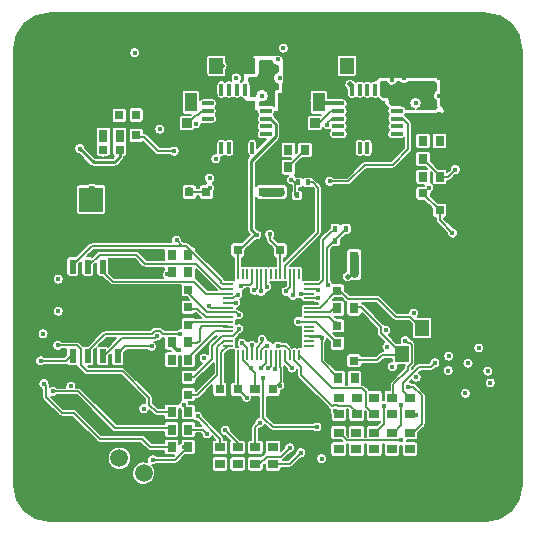
<source format=gbl>
G04 Layer: BottomLayer*
G04 EasyEDA Pro v2.2.28.1, 2024-10-10 19:46:05*
G04 Gerber Generator version 0.3*
G04 Scale: 100 percent, Rotated: No, Reflected: No*
G04 Dimensions in millimeters*
G04 Leading zeros omitted, absolute positions, 3 integers and 5 decimals*
%FSLAX35Y35*%
%MOMM*%
%AMRoundRect*1,1,$1,$2,$3*1,1,$1,$4,$5*1,1,$1,0-$2,0-$3*1,1,$1,0-$4,0-$5*20,1,$1,$2,$3,$4,$5,0*20,1,$1,$4,$5,0-$2,0-$3,0*20,1,$1,0-$2,0-$3,0-$4,0-$5,0*20,1,$1,0-$4,0-$5,$2,$3,0*4,1,4,$2,$3,$4,$5,0-$2,0-$3,0-$4,0-$5,$2,$3,0*%
%ADD10C,0.2032*%
%ADD11C,1.5*%
%ADD12C,5.2*%
%ADD13R,2.07X2.05999*%
%ADD14R,1.05X1.6*%
%ADD15R,1.6X1.05*%
%ADD16R,1.05X1.6*%
%ADD17O,1.08699X0.36401*%
%ADD18O,0.3623X1.08699*%
%ADD19O,0.36401X1.08699*%
%ADD20R,3.15001X3.15001*%
%ADD21R,0.6X1.2*%
%ADD22R,4.29999X3.39999*%
%ADD23R,0.8X0.762*%
%ADD24R,0.762X0.8*%
%ADD25R,0.762X0.8*%
%ADD26R,0.8X0.762*%
%ADD27R,0.8X0.9*%
%ADD28R,0.8X0.9*%
%ADD29R,0.9X0.8*%
%ADD30R,0.9X0.8*%
%ADD31R,0.45X0.5*%
%ADD32R,0.45X0.5*%
%ADD33R,0.80648X0.86401*%
%ADD34R,1.2X1.4*%
%ADD35R,0.8001X1.04902*%
%ADD36R,0.8001X0.65024*%
%ADD37R,0.8001X1.04902*%
%ADD38R,0.8001X0.65024*%
%ADD39R,1.2X1.4*%
%ADD40C,1.46*%
%ADD41RoundRect,0.1X0.05X0.3875X0.05X-0.3875*%
%ADD42RoundRect,0.1X0.3875X0.05X0.3875X-0.05*%
%ADD43RoundRect,0.288X1.456X1.456X1.456X-1.456*%
%ADD44C,0.45*%
%ADD45C,0.6*%
%ADD46C,0.8*%
%ADD47C,0.5*%
%ADD48C,0.55*%
%ADD49C,0.15*%
%ADD50C,0.2*%
%ADD51C,0.127*%
%ADD52C,0.254*%
%ADD53C,0.3*%
%ADD54C,0.3424*%
%ADD55C,0.25*%
G75*


G04 Copper Start*
G36*
G01X-4132193Y1340341D02*
G02X-3833463Y1639071I298730J0D01*
G01X-133463Y1639071D01*
G02X165267Y1340341I0J-298730D01*
G01X165267Y-2359659D01*
G02X-133463Y-2658389I-298730J0D01*
G01X-3833463Y-2658389D01*
G02X-4132193Y-2359659I0J298730D01*
G01X-4132193Y1340341D01*
G37*
%LPC*%
G36*
G01X-3663404Y-418408D02*
G03X-3688818Y-443822I0J-25414D01*
G01X-3688818Y-563822D01*
G03X-3663404Y-589236I25414J0D01*
G01X-3603405Y-589236D01*
G03X-3577991Y-563822I0J25414D01*
G01X-3577991Y-485454D01*
G01X-3561818Y-469281D01*
G01X-3561818Y-563847D01*
G03X-3536404Y-589261I25414J0D01*
G01X-3476405Y-589261D01*
G03X-3450991Y-563847I0J25414D01*
G01X-3450991Y-493774D01*
G01X-3434818Y-477602D01*
G01X-3434818Y-563847D01*
G03X-3409404Y-589261I25414J0D01*
G01X-3383269Y-589261D01*
G01X-3318438Y-654093D01*
G03X-3295164Y-663733I23274J23274D01*
G01X-2722088Y-663733D01*
G01X-2722088Y-738527D01*
G03X-2696674Y-763941I25414J0D01*
G01X-2668569Y-763941D01*
G01X-2647689Y-784820D01*
G01X-2696674Y-784820D01*
G03X-2722088Y-810234I0J-25414D01*
G01X-2722088Y-886434D01*
G03X-2696674Y-911848I25414J0D01*
G01X-2616674Y-911848D01*
G03X-2592589Y-894543I0J25414D01*
G01X-2592304Y-894543D01*
G01X-2547402Y-939445D01*
G01X-2599460Y-939445D01*
G03X-2616674Y-932727I-17214J-18696D01*
G01X-2696674Y-932727D01*
G03X-2722088Y-958141I0J-25414D01*
G01X-2722088Y-1028141D01*
G03X-2762066Y-1043534I-4589J-47694D01*
G01X-2854122Y-1043534D01*
G01X-2875630Y-1022026D01*
G03X-2898904Y-1012385I-23274J-23274D01*
G01X-2936349Y-1012385D01*
G03X-2959623Y-1022026I0J-32914D01*
G01X-2981135Y-1043538D01*
G01X-3360331Y-1043643D01*
G03X-3383596Y-1053283I9J-32914D01*
G01X-3508714Y-1178402D01*
G01X-3536404Y-1178402D01*
G03X-3544662Y-1179781I0J-25414D01*
G01X-3576417Y-1148026D01*
G03X-3599691Y-1138385I-23274J-23274D01*
G01X-3726206Y-1138385D01*
G03X-3808940Y-1171299I-34820J-32914D01*
G03X-3726206Y-1204213I47914J0D01*
G01X-3688818Y-1204213D01*
G01X-3688818Y-1252719D01*
G01X-3706338Y-1270239D01*
G01X-3872206Y-1270239D01*
G03X-3954940Y-1303153I-34820J-32914D01*
G03X-3872206Y-1336067I47914J0D01*
G01X-3692705Y-1336067D01*
G03X-3686033Y-1335384I0J32914D01*
G03X-3663404Y-1349229I22628J11568D01*
G01X-3603405Y-1349229D01*
G03X-3598197Y-1348690I0J25414D01*
G03X-3591178Y-1359092I30293J12872D01*
G01X-3536178Y-1414092D01*
G03X-3512904Y-1423732I23274J23274D01*
G01X-3226538Y-1423732D01*
G01X-3021235Y-1629035D01*
G01X-3021235Y-1662547D01*
G03X-3074759Y-1733477I-12443J-46270D01*
G03X-2986992Y-1719595I41081J24659D01*
G01X-2947537Y-1759050D01*
G03X-2924263Y-1768690I23274J23274D01*
G01X-2862093Y-1768690D01*
G01X-2862093Y-1780776D01*
G03X-2836679Y-1806190I25414J0D01*
G01X-2756679Y-1806190D01*
G03X-2731265Y-1780776I0J25414D01*
G01X-2731265Y-1707750D01*
G03X-2722088Y-1717085I38437J28607D01*
G01X-2722088Y-1780776D01*
G03X-2696674Y-1806190I25414J0D01*
G01X-2616674Y-1806190D01*
G03X-2610931Y-1805532I0J25414D01*
G03X-2576558Y-1818712I33024J34715D01*
G01X-2544502Y-1850769D01*
G01X-2591260Y-1850769D01*
G01X-2591260Y-1838683D01*
G03X-2616674Y-1813269I-25414J0D01*
G01X-2696674Y-1813269D01*
G03X-2722088Y-1838683I0J-25414D01*
G01X-2722088Y-1928683D01*
G03X-2696674Y-1954097I25414J0D01*
G01X-2616674Y-1954097D01*
G03X-2591260Y-1928683I0J25414D01*
G01X-2591260Y-1916597D01*
G01X-2547815Y-1916597D01*
G01X-2544572Y-1919839D01*
G03X-2507917Y-1967764I47895J-1348D01*
G03X-2453439Y-1941832I11240J46577D01*
G01X-2426027Y-1969243D01*
G01X-2433392Y-1969243D01*
G03X-2458806Y-1994657I0J-25414D01*
G01X-2458806Y-2074657D01*
G03X-2433392Y-2100071I25414J0D01*
G01X-2343393Y-2100071D01*
G03X-2317979Y-2074657I0J25414D01*
G01X-2317979Y-1994657D01*
G03X-2343393Y-1969243I-25414J0D01*
G01X-2355479Y-1969243D01*
G01X-2355479Y-1960331D01*
G03X-2365119Y-1937057I-32914J0D01*
G01X-2530011Y-1772165D01*
G03X-2591260Y-1724802I-47895J1348D01*
G01X-2591260Y-1690776D01*
G03X-2616674Y-1665362I-25414J0D01*
G01X-2646939Y-1665362D01*
G03X-2653775Y-1651383I-45890J-13781D01*
G01X-2616674Y-1651383D01*
G03X-2591260Y-1625969I0J25414D01*
G01X-2591260Y-1623176D01*
G01X-2580387Y-1623176D01*
G03X-2557113Y-1613536I0J32914D01*
G01X-2451636Y-1508058D01*
G01X-2451636Y-1582995D01*
G03X-2426222Y-1608409I25414J0D01*
G01X-2350022Y-1608409D01*
G03X-2324608Y-1582995I0J25414D01*
G01X-2324608Y-1502995D01*
G03X-2344249Y-1478246I-25414J0D01*
G01X-2344249Y-1242402D01*
G01X-2309619Y-1207772D01*
G01X-2282003Y-1207772D01*
G03X-2269909Y-1205264I0J30414D01*
G03X-2272417Y-1217358I27906J-12094D01*
G01X-2272417Y-1294858D01*
G03X-2271497Y-1302280I30414J0D01*
G01X-2271497Y-1477581D01*
G01X-2276222Y-1477581D01*
G03X-2301636Y-1502995I0J-25414D01*
G01X-2301636Y-1582995D01*
G03X-2276222Y-1608409I25414J0D01*
G01X-2214258Y-1608409D01*
G01X-2211017Y-1611650D01*
G03X-2161499Y-1660884I47895J-1348D01*
G03X-2115428Y-1608409I-1623J47887D01*
G01X-2053336Y-1608409D01*
G01X-2053336Y-1776759D01*
G03X-2096834Y-1825819I4397J-47712D01*
G01X-2111666Y-1840651D01*
G03X-2121307Y-1863925I23274J-23274D01*
G01X-2121307Y-1969243D01*
G01X-2133392Y-1969243D01*
G03X-2158806Y-1994657I0J-25414D01*
G01X-2158806Y-2074657D01*
G03X-2133392Y-2100071I25414J0D01*
G01X-2043393Y-2100071D01*
G03X-2017979Y-2074657I0J25414D01*
G01X-2017979Y-1994657D01*
G03X-2043393Y-1969243I-25414J0D01*
G01X-2055479Y-1969243D01*
G01X-2055479Y-1877558D01*
G01X-2050286Y-1872366D01*
G03X-2005221Y-1844081I1348J47895D01*
G01X-1963708Y-1885594D01*
G03X-1940434Y-1895235I23274J23274D01*
G01X-1602546Y-1895235D01*
G03X-1519812Y-1862321I34820J32914D01*
G03X-1602546Y-1829407I-47914J0D01*
G01X-1926801Y-1829407D01*
G01X-1987508Y-1768699D01*
G01X-1987508Y-1606033D01*
G03X-1976779Y-1608409I10729J23038D01*
G01X-1900579Y-1608409D01*
G03X-1875165Y-1582995I0J25414D01*
G01X-1875165Y-1558953D01*
G03X-1837661Y-1530586I-6433J47480D01*
G03X-1842476Y-1483809I-43937J19113D01*
G03X-1842260Y-1480047I-32698J3762D01*
G01X-1842260Y-1352095D01*
G03X-1842980Y-1345250I-32914J0D01*
G01X-1826090Y-1362140D01*
G03X-1786802Y-1410623I47895J-1348D01*
G03X-1732915Y-1379155I8607J47135D01*
G01X-1732915Y-1423725D01*
G03X-1723275Y-1446999I32914J0D01*
G01X-1466182Y-1704091D01*
G03X-1456721Y-1710693I23274J23274D01*
G03X-1451598Y-1750331I45750J-14237D01*
G01X-1451598Y-1793660D01*
G03X-1426184Y-1819074I25414J0D01*
G01X-1336184Y-1819074D01*
G03X-1310770Y-1793660I0J25414D01*
G01X-1310770Y-1713731D01*
G01X-1301598Y-1713731D01*
G01X-1301598Y-1793660D01*
G03X-1276184Y-1819074I25414J0D01*
G01X-1186184Y-1819074D01*
G03X-1160770Y-1793660I0J25414D01*
G01X-1160770Y-1729503D01*
G01X-1151598Y-1738676D01*
G01X-1151598Y-1793660D01*
G03X-1126184Y-1819074I25414J0D01*
G01X-1036184Y-1819074D01*
G03X-1032545Y-1818812I0J25414D01*
G01X-1032545Y-1819023D01*
G01X-1058313Y-1844715D01*
G01X-1127179Y-1844715D01*
G03X-1152593Y-1870129I0J-25414D01*
G01X-1152593Y-1943057D01*
G01X-1161765Y-1943057D01*
G01X-1161765Y-1870129D01*
G03X-1187179Y-1844715I-25414J0D01*
G01X-1277179Y-1844715D01*
G03X-1302593Y-1870129I0J-25414D01*
G01X-1302593Y-1943057D01*
G01X-1302856Y-1943057D01*
G01X-1311765Y-1933995D01*
G01X-1311765Y-1870129D01*
G03X-1337179Y-1844715I-25414J0D01*
G01X-1427179Y-1844715D01*
G03X-1452593Y-1870129I0J-25414D01*
G01X-1452593Y-1950128D01*
G03X-1427179Y-1975542I25414J0D01*
G01X-1363313Y-1975542D01*
G01X-1354136Y-1984719D01*
G01X-1427179Y-1984719D01*
G03X-1452593Y-2010133I0J-25414D01*
G01X-1452593Y-2090133D01*
G03X-1427179Y-2115547I25414J0D01*
G01X-1337179Y-2115547D01*
G03X-1311765Y-2090133I0J25414D01*
G01X-1311765Y-2010133D01*
G01X-1311796Y-2008885D01*
G01X-1302562Y-2008885D01*
G01X-1302593Y-2010133D01*
G01X-1302593Y-2090133D01*
G03X-1277179Y-2115547I25414J0D01*
G01X-1187179Y-2115547D01*
G03X-1161765Y-2090133I0J25414D01*
G01X-1161765Y-2010133D01*
G01X-1161796Y-2008885D01*
G01X-1152562Y-2008885D01*
G01X-1152593Y-2010133D01*
G01X-1152593Y-2090133D01*
G03X-1127179Y-2115547I25414J0D01*
G01X-1037179Y-2115547D01*
G03X-1011765Y-2090133I0J25414D01*
G01X-1011765Y-2010133D01*
G01X-1011796Y-2008885D01*
G01X-1002562Y-2008885D01*
G01X-1002593Y-2010133D01*
G01X-1002593Y-2090133D01*
G03X-977179Y-2115547I25414J0D01*
G01X-887179Y-2115547D01*
G03X-861765Y-2090133I0J25414D01*
G01X-861765Y-2022814D01*
G03X-849632Y-2023841I10073J46843D01*
G01X-849632Y-2090133D01*
G03X-824218Y-2115547I25414J0D01*
G01X-734218Y-2115547D01*
G03X-708805Y-2090133I0J25414D01*
G01X-708805Y-2010133D01*
G03X-734218Y-1984719I-25414J0D01*
G01X-804583Y-1984719D01*
G03X-803961Y-1980150I-47109J8749D01*
G03X-803780Y-1975542I-47731J4179D01*
G01X-734218Y-1975542D01*
G03X-708805Y-1950128I0J25414D01*
G01X-708805Y-1913260D01*
G01X-656727Y-1861182D01*
G03X-647086Y-1837908I-23274J23274D01*
G01X-647086Y-1594776D01*
G03X-656727Y-1571502I-32914J0D01*
G01X-731503Y-1496727D01*
G03X-754776Y-1487087I-23273J-23274D01*
G01X-763057Y-1487087D01*
G03X-779276Y-1478731I-29652J-37636D01*
G01X-767322Y-1466777D01*
G03X-692006Y-1476598I41435J24060D01*
G03X-701827Y-1401282I-33880J33880D01*
G01X-688174Y-1387630D01*
G01X-602910Y-1387630D01*
G03X-579636Y-1377990I0J32914D01*
G01X-569258Y-1367611D01*
G03X-534030Y-1285836I1348J47895D01*
G03X-615805Y-1321064I-33880J-33880D01*
G01X-616544Y-1321802D01*
G01X-701808Y-1321802D01*
G03X-725082Y-1331442I0J-32914D01*
G01X-763151Y-1369512D01*
G01X-763151Y-1364366D01*
G01X-743404Y-1344619D01*
G03X-734101Y-1322159I-22461J22461D01*
G01X-734101Y-1164306D01*
G03X-743404Y-1141846I-31764J0D01*
G01X-756028Y-1129222D01*
G03X-772320Y-1120523I-22461J-22461D01*
G03X-832771Y-1085014I-46770J-10410D01*
G03X-863930Y-1147819I13682J-45919D01*
G01X-897965Y-1147819D01*
G01X-960420Y-1085364D01*
G03X-938631Y-1023364I-22006J42562D01*
G03X-999227Y-997931I-43794J-19438D01*
G03X-1004352Y-991297I-28398J-16639D01*
G01X-1171125Y-824523D01*
G03X-1187707Y-815570I-23274J-23274D01*
G01X-1187707Y-813120D01*
G01X-1187777Y-811236D01*
G01X-1066631Y-811236D01*
G01X-924061Y-953806D01*
G03X-900787Y-963447I23274J23274D01*
G01X-791646Y-963447D01*
G01X-762829Y-992264D01*
G01X-762829Y-1093233D01*
G03X-737415Y-1118647I25414J0D01*
G01X-617415Y-1118647D01*
G03X-592001Y-1093233I0J25414D01*
G01X-592001Y-953233D01*
G03X-617415Y-927819I-25414J0D01*
G01X-710478Y-927819D01*
G03X-731300Y-852112I-36895J30570D01*
G03X-795286Y-897619I-16074J-45138D01*
G01X-887154Y-897619D01*
G01X-1029724Y-755048D01*
G03X-1052998Y-745408I-23274J-23274D01*
G01X-1288888Y-745408D01*
G01X-1327710Y-706586D01*
G01X-1327710Y-672522D01*
G03X-1353124Y-647108I-25414J0D01*
G01X-1427495Y-647108D01*
G03X-1451883Y-615716I-46622J-11051D01*
G01X-1451883Y-361438D01*
G01X-1426844Y-336413D01*
G01X-1389657Y-336413D01*
G03X-1364244Y-310999I0J25414D01*
G01X-1364244Y-273849D01*
G01X-1324786Y-234414D01*
G01X-1299658Y-234414D01*
G03X-1274244Y-209000I0J25414D01*
G01X-1274244Y-159000D01*
G03X-1299658Y-133586I-25414J0D01*
G01X-1344658Y-133586D01*
G03X-1367158Y-147184I0J-25414D01*
G03X-1389657Y-133586I-22500J-11816D01*
G01X-1434657Y-133586D01*
G03X-1460071Y-159000I0J-25414D01*
G01X-1460071Y-176861D01*
G03X-1466271Y-181726I17074J-28139D01*
G01X-1538271Y-253726D01*
G03X-1547911Y-276999I23274J-23274D01*
G01X-1547911Y-606365D01*
G01X-1560991Y-619445D01*
G01X-1582428Y-619445D01*
G03X-1594504Y-616945I-12076J-27914D01*
G01X-1672004Y-616945D01*
G03X-1684098Y-619453I0J-30414D01*
G03X-1681590Y-607359I-27906J12094D01*
G01X-1681590Y-529859D01*
G03X-1712004Y-499446I-30414J0D01*
G01X-1722004Y-499446D01*
G03X-1737004Y-503402I0J-30414D01*
G03X-1752004Y-499446I-15000J-26458D01*
G01X-1762004Y-499446D01*
G03X-1777004Y-503402I0J-30414D01*
G03X-1792004Y-499446I-15000J-26458D01*
G01X-1795895Y-499446D01*
G01X-1536723Y-240273D01*
G03X-1527083Y-217000I-23274J23274D01*
G01X-1527083Y164000D01*
G03X-1536723Y187273I-32914J0D01*
G01X-1580723Y231273D01*
G03X-1593587Y239224I-23274J-23274D01*
G03X-1618227Y258412I-24640J-6226D01*
G01X-1663227Y258412D01*
G03X-1685727Y244814I0J-25414D01*
G03X-1708227Y258412I-22500J-11816D01*
G01X-1743994Y258412D01*
G03X-1755667Y269992I-39080J-27723D01*
G03X-1742592Y292209I-12339J22218D01*
G01X-1742592Y360754D01*
G01X-1691868Y411478D01*
G01X-1628001Y411478D01*
G03X-1602587Y436892I0J25414D01*
G01X-1602587Y526892D01*
G03X-1628001Y552306I-25414J0D01*
G01X-1708001Y552306D01*
G03X-1733415Y526892I0J-25414D01*
G01X-1733415Y463025D01*
G01X-1742592Y453848D01*
G01X-1742592Y526892D01*
G03X-1768006Y552306I-25414J0D01*
G01X-1848006Y552306D01*
G03X-1873420Y526892I0J-25414D01*
G01X-1873420Y436892D01*
G03X-1848006Y411478I25414J0D01*
G01X-1784962Y411478D01*
G01X-1788817Y407623D01*
G01X-1848006Y407623D01*
G03X-1873420Y382209I0J-25414D01*
G01X-1873420Y292209D01*
G03X-1848006Y266795I25414J0D01*
G01X-1814572Y266795D01*
G03X-1782141Y182785I31498J-36106D01*
G01X-1782141Y132318D01*
G03X-1783910Y123000I23644J-9318D01*
G01X-1783910Y73000D01*
G03X-1758496Y47586I25414J0D01*
G01X-1713497Y47586D01*
G03X-1688083Y73000I0J25414D01*
G01X-1688083Y123000D01*
G03X-1713497Y148414I-25414J0D01*
G01X-1716313Y148414D01*
G01X-1716313Y157584D01*
G01X-1708227Y157584D01*
G03X-1685727Y171182I0J25414D01*
G03X-1663227Y157584I22500J11816D01*
G01X-1618227Y157584D01*
G03X-1604291Y161746I0J25414D01*
G01X-1592911Y150366D01*
G01X-1592911Y-203366D01*
G01X-1842529Y-452985D01*
G01X-1842529Y-430555D01*
G01X-1839843Y-430555D01*
G03X-1814429Y-405141I0J25414D01*
G01X-1814429Y-325141D01*
G03X-1839843Y-299727I-25414J0D01*
G01X-1896810Y-299727D01*
G01X-1931270Y-265267D01*
G03X-1966668Y-183983I-34373J33380D01*
G03X-1998557Y-266706I1025J-47903D01*
G01X-1998557Y-277441D01*
G03X-1988917Y-300715I32914J0D01*
G01X-1941457Y-348175D01*
G01X-1941457Y-405141D01*
G03X-1916043Y-430555I25414J0D01*
G01X-1913357Y-430555D01*
G01X-1913357Y-499446D01*
G01X-1922003Y-499446D01*
G03X-1937003Y-503402I0J-30414D01*
G03X-1952003Y-499446I-15000J-26458D01*
G01X-1962003Y-499446D01*
G03X-1977003Y-503402I0J-30414D01*
G03X-1992003Y-499446I-15000J-26458D01*
G01X-2002003Y-499446D01*
G03X-2017003Y-503402I0J-30414D01*
G03X-2032003Y-499446I-15000J-26458D01*
G01X-2042003Y-499446D01*
G03X-2057003Y-503402I0J-30414D01*
G03X-2072003Y-499446I-15000J-26458D01*
G01X-2082003Y-499446D01*
G03X-2097003Y-503402I0J-30414D01*
G03X-2112003Y-499446I-15000J-26458D01*
G01X-2122003Y-499446D01*
G03X-2137003Y-503402I0J-30414D01*
G03X-2152003Y-499446I-15000J-26458D01*
G01X-2162003Y-499446D01*
G03X-2177003Y-503402I0J-30414D01*
G03X-2192003Y-499446I-15000J-26458D01*
G01X-2200669Y-499446D01*
G01X-2200669Y-428015D01*
G01X-2197983Y-428015D01*
G03X-2172569Y-402601I0J25414D01*
G01X-2172569Y-367498D01*
G01X-2088584Y-283513D01*
G03X-2029902Y-246069I11628J46482D01*
G03X-2070537Y-189549I-47054J9037D01*
G01X-2083882Y-176204D01*
G01X-2083882Y78052D01*
G03X-2060096Y61588I23786J8950D01*
G01X-2021996Y61588D01*
G01X-1878355Y61588D01*
G01X-1840384Y61588D01*
G03X-1814970Y87002I0J25414D01*
G01X-1814970Y111351D01*
G03X-1814970Y142654I-63514J15651D01*
G01X-1814970Y167002D01*
G03X-1840384Y192416I-25414J0D01*
G01X-1878484Y192416D01*
G01X-2022125Y192416D01*
G01X-2060096Y192416D01*
G03X-2083882Y175952I0J-25414D01*
G01X-2083882Y376368D01*
G01X-1889072Y571178D01*
G03X-1877909Y598128I-26951J26951D01*
G01X-1877909Y701318D01*
G03X-1889072Y728269I-38114J0D01*
G01X-1920261Y759457D01*
G03X-1933037Y779720I-41863J-12236D01*
G03X-1918645Y808784I-29086J32499D01*
G01X-1888920Y808784D01*
G03X-1853107Y844253I0J35814D01*
G01X-1849213Y1248362D01*
G03X-1885026Y1284521I-35812J345D01*
G01X-2095623Y1284521D01*
G03X-2120947Y1274032I0J-35814D01*
G01X-2180437Y1214542D01*
G03X-2190927Y1189218I25324J-25324D01*
G01X-2190927Y1072460D01*
G03X-2212611Y1059294I10815J-42252D01*
G01X-2213923Y1060697D01*
G03X-2243874Y1140724I-35288J32411D01*
G03X-2290801Y1069315I-5338J-47616D01*
G03X-2342608Y1059294I-19307J-39108D01*
G03X-2418722Y1030207I-32499J-29086D01*
G01X-2418722Y1018543D01*
G03X-2425450Y994058I41186J-24485D01*
G03X-2418722Y969573I47914J0D01*
G01X-2418722Y957909D01*
G03X-2342608Y928823I43614J0D01*
G03X-2277609Y928823I32499J29086D01*
G03X-2212611Y928823I32499J29086D01*
G03X-2185757Y914661I32499J29086D01*
G03X-2180437Y907873I30644J18536D01*
G01X-2091838Y819274D01*
G03X-2078009Y810679I25324J25324D01*
G03X-2063508Y779720I43587J1540D01*
G03X-2063508Y714722I29086J-32499D01*
G03X-2063508Y649723I29086J-32499D01*
G03X-2034422Y573609I29086J-32499D01*
G01X-1994443Y573609D01*
G01X-2071499Y496554D01*
G01X-2071499Y536508D01*
G03X-2158727Y536508I-43614J0D01*
G01X-2158727Y464209D01*
G03X-2139799Y428254I43614J0D01*
G01X-2148946Y419106D01*
G03X-2160110Y392156I26951J-26951D01*
G01X-2160110Y-191991D01*
G03X-2148946Y-218942I38114J0D01*
G01X-2136563Y-231326D01*
G01X-2202425Y-297187D01*
G01X-2274183Y-297187D01*
G03X-2299597Y-322601I0J-25414D01*
G01X-2299597Y-402601D01*
G03X-2274183Y-428015I25414J0D01*
G01X-2271497Y-428015D01*
G01X-2271497Y-522438D01*
G03X-2272417Y-529859I29494J-7422D01*
G01X-2272417Y-607359D01*
G03X-2269909Y-619453I30414J0D01*
G03X-2282003Y-616945I-12094J-27906D01*
G01X-2347434Y-616945D01*
G03X-2356122Y-601534I-31961J-7862D01*
G01X-2589711Y-367945D01*
G01X-2589711Y-359072D01*
G03X-2615125Y-333658I-25414J0D01*
G01X-2623997Y-333658D01*
G01X-2650430Y-307225D01*
G03X-2673704Y-297585I-23274J-23274D01*
G01X-2694059Y-297585D01*
G01X-2707704Y-283940D01*
G03X-2762430Y-232005I-47699J4539D01*
G03X-2799732Y-297585I7027J-47396D01*
G01X-3469583Y-297585D01*
G03X-3492857Y-307225I0J-32914D01*
G01X-3604040Y-418408D01*
G01X-3663404Y-418408D01*
G37*
G36*
G01X-3933908Y-1073997D02*
G03X-3838079Y-1073997I47914J0D01*
G03X-3933908Y-1073997I-47914J0D01*
G37*
G36*
G01X-3091641Y-2336905D02*
G03X-2959614Y-2187657I56647J82910D01*
G03X-2922162Y-2172729I2632J47842D01*
G01X-2764900Y-2172729D01*
G03X-2741626Y-2163089I0J32914D01*
G01X-2680541Y-2102004D01*
G01X-2616674Y-2102004D01*
G03X-2591260Y-2076590I0J25414D01*
G01X-2591260Y-1986590D01*
G03X-2616674Y-1961176I-25414J0D01*
G01X-2696674Y-1961176D01*
G03X-2722088Y-1986590I0J-25414D01*
G01X-2722088Y-1997500D01*
G03X-2731265Y-2006815I29225J-37969D01*
G01X-2731265Y-1986590D01*
G03X-2756679Y-1961176I-25414J0D01*
G01X-2836679Y-1961176D01*
G03X-2862093Y-1986590I0J-25414D01*
G01X-2862093Y-1998676D01*
G01X-2963499Y-1998676D01*
G01X-3024632Y-1937543D01*
G03X-3047905Y-1927903I-23274J-23274D01*
G01X-3394271Y-1927903D01*
G01X-3604630Y-1717544D01*
G03X-3627904Y-1707903I-23274J-23274D01*
G01X-3714270Y-1707903D01*
G01X-3814992Y-1607182D01*
G03X-3768084Y-1593732I12088J46364D01*
G01X-3601538Y-1593732D01*
G01X-3298799Y-1896470D01*
G03X-3275526Y-1906110I23274J23274D01*
G01X-2862093Y-1906110D01*
G01X-2862093Y-1928683D01*
G03X-2836679Y-1954097I25414J0D01*
G01X-2756679Y-1954097D01*
G03X-2731265Y-1928683I0J25414D01*
G01X-2731265Y-1838683D01*
G03X-2756679Y-1813269I-25414J0D01*
G01X-2836679Y-1813269D01*
G03X-2862093Y-1838683I0J-25414D01*
G01X-2862093Y-1840282D01*
G01X-3261892Y-1840282D01*
G01X-3564631Y-1537544D01*
G03X-3587904Y-1527904I-23274J-23274D01*
G01X-3604792Y-1527904D01*
G03X-3651104Y-1467703I-46312J12286D01*
G03X-3697416Y-1527904I0J-47914D01*
G01X-3768084Y-1527904D01*
G03X-3829295Y-1520827I-34820J-32914D01*
G01X-3829295Y-1511513D01*
G03X-3830490Y-1502724I-32914J0D01*
G03X-3902096Y-1454460I-47414J6906D01*
G03X-3895123Y-1540531I24192J-41358D01*
G01X-3895123Y-1606512D01*
G03X-3885482Y-1629786I32914J0D01*
G01X-3751178Y-1764091D01*
G03X-3727904Y-1773731I23274J23274D01*
G01X-3641538Y-1773731D01*
G01X-3431178Y-1984090D01*
G03X-3407905Y-1993731I23274J23274D01*
G01X-3061539Y-1993731D01*
G01X-3000406Y-2054863D01*
G03X-2977132Y-2064504I23274J23274D01*
G01X-2862093Y-2064504D01*
G01X-2862093Y-2076590D01*
G03X-2836679Y-2102004I25414J0D01*
G01X-2773635Y-2102004D01*
G01X-2778533Y-2106901D01*
G01X-2922162Y-2106901D01*
G03X-2983724Y-2100058I-34820J-32914D01*
G03X-3000594Y-2159658I26742J-39757D01*
G03X-3091641Y-2336905I-34400J-94338D01*
G37*
G36*
G01X-3805141Y-883657D02*
G03X-3709313Y-883657I47914J0D01*
G03X-3805141Y-883657I-47914J0D01*
G37*
G36*
G01X-3804869Y-610272D02*
G03X-3709041Y-610272I47914J0D01*
G03X-3804869Y-610272I-47914J0D01*
G37*
G36*
G01X-3609373Y528879D02*
G03X-3581586Y447474I33880J-33880D01*
G01X-3485302Y351190D01*
G03X-3458493Y340085I26809J26809D01*
G01X-3280993Y340085D01*
G03X-3254184Y351190I0J37914D01*
G01X-3211088Y394286D01*
G03X-3199983Y421095I-26809J26809D01*
G01X-3199983Y427096D01*
G01X-3197892Y427096D01*
G03X-3172478Y452510I0J25414D01*
G01X-3172478Y517534D01*
G03X-3178097Y533472I-25414J0D01*
G03X-3172478Y549411I-19795J15939D01*
G01X-3172478Y654313D01*
G03X-3197892Y679727I-25414J0D01*
G01X-3277902Y679727D01*
G03X-3303316Y654313I0J-25414D01*
G01X-3303316Y549411D01*
G03X-3297697Y533472I25414J0D01*
G03X-3303316Y517534I19795J-15938D01*
G01X-3303316Y452510D01*
G03X-3284613Y427998I25414J0D01*
G01X-3296698Y415913D01*
G01X-3442788Y415913D01*
G01X-3527968Y501092D01*
G03X-3609373Y528879I-47525J-6093D01*
G37*
G36*
G01X-3582775Y192159D02*
G03X-3608189Y166745I0J-25414D01*
G01X-3608189Y-39254D01*
G03X-3582775Y-64668I25414J0D01*
G01X-3375775Y-64668D01*
G03X-3350361Y-39254I0J25414D01*
G01X-3350361Y166745D01*
G03X-3375775Y192159I-25414J0D01*
G01X-3429265Y192159D01*
G03X-3510446Y192159I-40591J-37724D01*
G01X-3582775Y192159D01*
G37*
G36*
G01X-3440974Y517534D02*
G01X-3440974Y452510D01*
G03X-3415560Y427096I25414J0D01*
G01X-3408073Y427096D01*
G03X-3343996Y427096I32039J45213D01*
G01X-3335550Y427096D01*
G03X-3310136Y452510I0J25414D01*
G01X-3310136Y517534D01*
G03X-3315755Y533472I-25414J0D01*
G03X-3310136Y549411I-19795J15939D01*
G01X-3310136Y654313D01*
G03X-3335550Y679727I-25414J0D01*
G01X-3415560Y679727D01*
G03X-3440974Y654313I0J-25414D01*
G01X-3440974Y549411D01*
G03X-3435354Y533472I25414J0D01*
G03X-3440974Y517534I19795J-15938D01*
G37*
G36*
G01X-3339407Y-2126996D02*
G03X-3138580Y-2126996I100414J0D01*
G03X-3339407Y-2126996I-100414J0D01*
G37*
G36*
G01X-3278767Y841626D02*
G03X-3304181Y816212I0J-25414D01*
G01X-3304181Y736212D01*
G03X-3278767Y710798I25414J0D01*
G01X-3202567Y710798D01*
G03X-3177153Y736212I0J25414D01*
G01X-3177153Y816212D01*
G03X-3202567Y841626I-25414J0D01*
G01X-3278767Y841626D01*
G37*
G36*
G01X-2938036Y448958D02*
G03X-2912994Y438585I25041J25041D01*
G01X-2809459Y438585D01*
G03X-2728244Y471550I33323J34429D01*
G03X-2807295Y509413I-47892J1464D01*
G01X-2898325Y509413D01*
G01X-3003893Y614981D01*
G03X-3028934Y625353I-25041J-25041D01*
G01X-3033474Y625353D01*
G01X-3033474Y646942D01*
G03X-3058888Y672356I-25414J0D01*
G01X-3135088Y672356D01*
G03X-3160502Y646942I0J-25414D01*
G01X-3160502Y566942D01*
G03X-3135088Y541528I25414J0D01*
G01X-3058888Y541528D01*
G03X-3039541Y550463I0J25414D01*
G01X-2938036Y448958D01*
G37*
G36*
G01X-3134547Y844660D02*
G03X-3159961Y819246I0J-25414D01*
G01X-3159961Y739246D01*
G03X-3134547Y713832I25414J0D01*
G01X-3058347Y713832D01*
G03X-3032933Y739246I0J25414D01*
G01X-3032933Y819246D01*
G03X-3058347Y844660I-25414J0D01*
G01X-3134547Y844660D01*
G37*
G36*
G01X-3157908Y1306997D02*
G03X-3062080Y1306997I47914J0D01*
G03X-3157908Y1306997I-47914J0D01*
G37*
G36*
G01X-2945525Y658579D02*
G03X-2849697Y658579I47914J0D01*
G03X-2945525Y658579I-47914J0D01*
G37*
G36*
G01X-2637030Y777383D02*
G01X-2709238Y777383D01*
G03X-2734652Y751969I0J-25414D01*
G01X-2734652Y665568D01*
G03X-2709238Y640154I25414J0D01*
G01X-2628591Y640154D01*
G03X-2604323Y658021I0J25414D01*
G03X-2543028Y706233I13433J45993D01*
G03X-2528122Y703607I14906J40988D01*
G01X-2514939Y703607D01*
G03X-2475275Y703607I19832J43617D01*
G01X-2455823Y703607D01*
G03X-2426737Y779720I0J43614D01*
G03X-2426737Y844719I-29086J32499D01*
G03X-2455823Y920833I-29086J32499D01*
G01X-2472135Y920833D01*
G03X-2511811Y920833I-19838J-43614D01*
G01X-2528122Y920833D01*
G03X-2556442Y910387I0J-43614D01*
G01X-2556442Y966208D01*
G03X-2581856Y991622I-25414J0D01*
G01X-2686856Y991622D01*
G03X-2712270Y966208I0J-25414D01*
G01X-2712270Y806208D01*
G03X-2686856Y780794I25414J0D01*
G01X-2633619Y780794D01*
G01X-2637030Y777383D01*
G37*
G36*
G01X-2540874Y192416D02*
G03X-2566288Y167002I0J-25414D01*
G01X-2566288Y159916D01*
G01X-2583481Y159916D01*
G01X-2583481Y167002D01*
G03X-2608895Y192416I-25414J0D01*
G01X-2626920Y192416D01*
G03X-2675099Y192416I-24090J-41418D01*
G01X-2685095Y192416D01*
G03X-2710509Y167002I0J-25414D01*
G01X-2710509Y87002D01*
G03X-2685095Y61588I25414J0D01*
G01X-2608895Y61588D01*
G03X-2583481Y87002I0J25414D01*
G01X-2583481Y94088D01*
G01X-2566288Y94088D01*
G01X-2566288Y87002D01*
G03X-2540874Y61588I25414J0D01*
G01X-2464674Y61588D01*
G03X-2439260Y87002I0J25414D01*
G01X-2439260Y131408D01*
G03X-2428736Y169141I-36858J30614D01*
G03X-2449884Y202116I-47382J-7119D01*
G03X-2476119Y290123I-26235J40093D01*
G03X-2502353Y202115I0J-47914D01*
G03X-2513158Y192416I26235J-40093D01*
G01X-2540874Y192416D01*
G37*
G36*
G01X-2332710Y1266207D02*
G03X-2358124Y1291621I-25414J0D01*
G01X-2478124Y1291621D01*
G03X-2503538Y1266207I0J-25414D01*
G01X-2503538Y1126208D01*
G03X-2478124Y1100794I25414J0D01*
G01X-2358124Y1100794D01*
G03X-2332710Y1126208I0J25414D01*
G01X-2332710Y1166268D01*
G03X-2322709Y1196408I-40413J30139D01*
G03X-2332710Y1226547I-50414J0D01*
G01X-2332710Y1266207D01*
G37*
G36*
G01X-2452879Y371961D02*
G03X-2375609Y420598I30884J36633D01*
G03X-2342608Y435123I502J43611D01*
G03X-2266494Y464209I32499J29086D01*
G01X-2266494Y536508D01*
G03X-2342608Y565594I-43614J0D01*
G03X-2418722Y536508I-32499J-29086D01*
G01X-2418722Y464209D01*
G03X-2418006Y456341I43614J0D01*
G03X-2452879Y371961I-3989J-47748D01*
G37*
G36*
G01X-2343393Y-2240076D02*
G03X-2317979Y-2214662I0J25414D01*
G01X-2317979Y-2134662D01*
G03X-2343393Y-2109248I-25414J0D01*
G01X-2433392Y-2109248D01*
G03X-2458806Y-2134662I0J-25414D01*
G01X-2458806Y-2214662D01*
G03X-2433392Y-2240076I25414J0D01*
G01X-2343393Y-2240076D01*
G37*
G36*
G01X-2308806Y-1994657D02*
G01X-2308806Y-2074657D01*
G03X-2283392Y-2100071I25414J0D01*
G01X-2193393Y-2100071D01*
G03X-2167979Y-2074657I0J25414D01*
G01X-2167979Y-1994657D01*
G03X-2193393Y-1969243I-25414J0D01*
G01X-2217933Y-1969243D01*
G01X-2295012Y-1892165D01*
G03X-2376787Y-1856937I-47895J1348D01*
G03X-2341559Y-1938712I33880J-33880D01*
G01X-2302439Y-1977832D01*
G03X-2308806Y-1994657I19047J-16825D01*
G37*
G36*
G01X-2193393Y-2240076D02*
G03X-2167979Y-2214662I0J25414D01*
G01X-2167979Y-2134662D01*
G03X-2193393Y-2109248I-25414J0D01*
G01X-2283392Y-2109248D01*
G03X-2308806Y-2134662I0J-25414D01*
G01X-2308806Y-2214662D01*
G03X-2283392Y-2240076I25414J0D01*
G01X-2193393Y-2240076D01*
G37*
G36*
G01X-2037356Y-2109975D02*
G03X-2043393Y-2109248I-6037J-24687D01*
G01X-2133392Y-2109248D01*
G03X-2158806Y-2134662I0J-25414D01*
G01X-2158806Y-2214662D01*
G03X-2133392Y-2240076I25414J0D01*
G01X-2043393Y-2240076D01*
G03X-2017979Y-2214662I0J25414D01*
G01X-2017979Y-2183693D01*
G01X-2008806Y-2174521D01*
G01X-2008806Y-2214662D01*
G03X-1983392Y-2240076I25414J0D01*
G01X-1893392Y-2240076D01*
G03X-1867978Y-2214662I0J25414D01*
G01X-1867978Y-2207576D01*
G01X-1797458Y-2207576D01*
G03X-1774184Y-2197936I0J32914D01*
G01X-1704741Y-2128491D01*
G03X-1669513Y-2046716I1348J47895D01*
G03X-1751288Y-2081944I-33880J-33880D01*
G01X-1811092Y-2141748D01*
G01X-1856688Y-2141748D01*
G03X-1847419Y-2135236I-14004J29786D01*
G01X-1799741Y-2087557D01*
G03X-1764513Y-2005782I1348J47895D01*
G03X-1846288Y-2041010I-33880J-33880D01*
G01X-1867978Y-2062700D01*
G01X-1867978Y-1994657D01*
G03X-1893392Y-1969243I-25414J0D01*
G01X-1983392Y-1969243D01*
G03X-2008806Y-1994657I0J-25414D01*
G01X-2008806Y-2074657D01*
G03X-2007552Y-2082542I25414J0D01*
G03X-2016068Y-2088688I14757J-29420D01*
G01X-2037356Y-2109975D01*
G37*
G36*
G01X-1898522Y1345297D02*
G03X-1802694Y1345297I47914J0D01*
G03X-1898522Y1345297I-47914J0D01*
G37*
G36*
G01X-1451210Y649723D02*
G03X-1422124Y573609I29086J-32499D01*
G01X-1349826Y573609D01*
G03X-1320739Y649723I0J43614D01*
G03X-1320739Y714722I-29086J32499D01*
G03X-1320739Y779720I-29086J32499D01*
G03X-1320739Y844719I-29086J32499D01*
G03X-1349826Y920833I-29086J32499D01*
G01X-1422124Y920833D01*
G03X-1431772Y919752I0J-43614D01*
G01X-1472710Y919752D01*
G01X-1472710Y966208D01*
G03X-1498124Y991622I-25414J0D01*
G01X-1603124Y991622D01*
G03X-1628538Y966208I0J-25414D01*
G01X-1628538Y914753D01*
G03X-1630035Y902868I46417J-11885D01*
G03X-1628538Y890983I47914J0D01*
G01X-1628538Y806208D01*
G03X-1603124Y780794I25414J0D01*
G01X-1530284Y780794D01*
G01X-1535487Y775592D01*
G03X-1544859Y777383I-9372J-23623D01*
G01X-1625507Y777383D01*
G03X-1650920Y751969I0J-25414D01*
G01X-1650920Y665568D01*
G03X-1625507Y640154I25414J0D01*
G01X-1544859Y640154D01*
G03X-1519445Y665568I0J25414D01*
G01X-1519445Y673892D01*
G03X-1491621Y652033I41420J24086D01*
G03X-1456382Y655230I13596J45945D01*
G03X-1451210Y649723I34258J26993D01*
G37*
G36*
G01X-1574911Y-2129996D02*
G03X-1479083Y-2129996I47914J0D01*
G03X-1574911Y-2129996I-47914J0D01*
G37*
G36*
G01X-940632Y389913D02*
G01X-1161998Y389913D01*
G03X-1185271Y380273I0J-32914D01*
G01X-1315631Y249914D01*
G01X-1424177Y249914D01*
G03X-1506911Y217000I-34820J-32914D01*
G03X-1424177Y184086I47914J0D01*
G01X-1301997Y184086D01*
G03X-1278724Y193726I0J32914D01*
G01X-1148364Y324085D01*
G01X-926998Y324085D01*
G03X-903724Y333726I0J32914D01*
G01X-771725Y465725D01*
G03X-762084Y488999I-23274J23274D01*
G01X-762084Y704999D01*
G03X-771725Y728272I-32914J0D01*
G01X-813947Y770495D01*
G03X-825015Y777788I-23274J-23274D01*
G03X-827040Y779720I-31110J-30567D01*
G03X-821428Y785794I-29086J32499D01*
G01X-513126Y785794D01*
G03X-491620Y837714I0J30414D01*
G01X-517712Y863806D01*
G01X-517712Y1076208D01*
G03X-568904Y1098418I-30414J0D01*
G01X-1034938Y1098418D01*
G03X-1064963Y1072851I0J-30414D01*
G03X-1106613Y1059294I-9151J-42644D01*
G03X-1171612Y1059294I-32499J-29086D01*
G03X-1236610Y1059294I-32499J-29086D01*
G03X-1244361Y1066120I-32499J-29086D01*
G03X-1322967Y1073984I-42421J-27240D01*
G03X-1312724Y995653I36184J-35104D01*
G01X-1312724Y957909D01*
G03X-1236610Y928823I43614J0D01*
G03X-1171612Y928823I32499J29086D01*
G03X-1106613Y928823I32499J29086D01*
G03X-1050909Y920980I32499J29086D01*
G01X-965353Y835424D01*
G03X-957511Y779720I36929J-23205D01*
G03X-957511Y714722I29086J-32499D01*
G03X-957511Y649723I29086J-32499D01*
G03X-928424Y573609I29086J-32499D01*
G01X-856126Y573609D01*
G03X-827912Y583964I0J43614D01*
G01X-827912Y502632D01*
G01X-940632Y389913D01*
G37*
G36*
G01X-1398540Y1126208D02*
G03X-1373126Y1100794I25414J0D01*
G01X-1253126Y1100794D01*
G03X-1227712Y1126208I0J25414D01*
G01X-1227712Y1266207D01*
G03X-1253126Y1291621I-25414J0D01*
G01X-1373126Y1291621D01*
G03X-1398540Y1266207I0J-25414D01*
G01X-1398540Y1126208D01*
G37*
G36*
G01X-1316984Y-541005D02*
G03X-1352388Y-614436I9022J-49600D01*
G03X-1271630Y-625556I44426J23831D01*
G01X-1267221Y-625556D01*
G03X-1235918Y-625556I15651J63514D01*
G01X-1211570Y-625556D01*
G03X-1186156Y-600142I0J25414D01*
G01X-1186156Y-562042D01*
G01X-1186156Y-413874D01*
G01X-1186156Y-375903D01*
G03X-1211570Y-350489I-25414J0D01*
G01X-1235918Y-350489D01*
G03X-1267221Y-350489I-15651J-63514D01*
G01X-1291570Y-350489D01*
G03X-1316984Y-375903I0J-25414D01*
G01X-1316984Y-414003D01*
G01X-1316984Y-541005D01*
G37*
G36*
G01X-1095498Y464209D02*
G01X-1095498Y536508D01*
G03X-1171612Y565594I-43614J0D01*
G03X-1247725Y536508I-32499J-29086D01*
G01X-1247725Y464209D01*
G03X-1171612Y435123I43614J0D01*
G03X-1095498Y464209I32499J29086D01*
G37*
G36*
G01X-568124Y185478D02*
G01X-488124Y185478D01*
G03X-462710Y210892I0J25414D01*
G01X-462710Y222978D01*
G01X-456435Y222978D01*
G03X-433161Y232619I0J32914D01*
G01X-397575Y268205D01*
G03X-362347Y349980I1348J47895D01*
G03X-444122Y314752I-33880J-33880D01*
G01X-462710Y296165D01*
G01X-462710Y300892D01*
G03X-488124Y326306I-25414J0D01*
G01X-542072Y326306D01*
G01X-602715Y386949D01*
G01X-602715Y450815D01*
G03X-628129Y476229I-25414J0D01*
G01X-708128Y476229D01*
G03X-733542Y450815I0J-25414D01*
G01X-733542Y360815D01*
G03X-708128Y335401I25414J0D01*
G01X-644262Y335401D01*
G01X-635167Y326306D01*
G01X-708128Y326306D01*
G03X-733542Y300892I0J-25414D01*
G01X-733542Y210892D01*
G03X-708128Y185478I25414J0D01*
G01X-660839Y185478D01*
G03X-663562Y180214I41116J-24601D01*
G01X-707298Y180214D01*
G03X-732712Y154800I0J-25414D01*
G01X-732712Y78600D01*
G03X-707298Y53186I25414J0D01*
G01X-658083Y53186D01*
G01X-592707Y-12190D01*
G01X-592707Y-65621D01*
G03X-567294Y-91035I25414J0D01*
G01X-562708Y-91035D01*
G01X-562708Y-112707D01*
G03X-552335Y-137748I35414J0D01*
G01X-467863Y-222220D01*
G03X-386120Y-253880I47863J2220D01*
G03X-417780Y-172137I-33880J33880D01*
G01X-491880Y-98038D01*
G01X-491880Y-91035D01*
G01X-487294Y-91035D01*
G03X-461880Y-65621I0J25414D01*
G01X-461880Y10579D01*
G03X-487294Y35993I-25414J0D01*
G01X-540725Y35993D01*
G01X-601884Y97153D01*
G01X-601884Y116408D01*
G03X-580856Y188898I-17838J44470D01*
G03X-568124Y185478I12733J21994D01*
G37*
G36*
G01X-733326Y514178D02*
G03X-707912Y488764I25414J0D01*
G01X-627913Y488764D01*
G03X-602499Y514178I0J25414D01*
G01X-602499Y604178D01*
G03X-627913Y629592I-25414J0D01*
G01X-707912Y629592D01*
G03X-733326Y604178I0J-25414D01*
G01X-733326Y514178D01*
G37*
G36*
G01X-593322Y514178D02*
G03X-567908Y488764I25414J0D01*
G01X-487908Y488764D01*
G03X-462494Y514178I0J25414D01*
G01X-462494Y604178D01*
G03X-487908Y629592I-25414J0D01*
G01X-567908Y629592D01*
G03X-593322Y604178I0J-25414D01*
G01X-593322Y514178D01*
G37*
G36*
G01X-503035Y-1384997D02*
G03X-407207Y-1384997I47914J0D01*
G03X-503035Y-1384997I-47914J0D01*
G37*
G36*
G01X-498735Y-1262997D02*
G03X-402907Y-1262997I47914J0D01*
G03X-498735Y-1262997I-47914J0D01*
G37*
G36*
G01X-357913Y-1577997D02*
G03X-262085Y-1577997I47914J0D01*
G03X-357913Y-1577997I-47914J0D01*
G37*
G36*
G01X-336335Y-1322997D02*
G03X-240507Y-1322997I47914J0D01*
G03X-336335Y-1322997I-47914J0D01*
G37*
G36*
G01X-244878Y-1193962D02*
G03X-149049Y-1193962I47914J0D01*
G03X-244878Y-1193962I-47914J0D01*
G37*
G36*
G01X-168035Y-1389997D02*
G03X-72207Y-1389997I47914J0D01*
G03X-168035Y-1389997I-47914J0D01*
G37*
G36*
G01X-146913Y-1489370D02*
G03X-51085Y-1489370I47914J0D01*
G03X-146913Y-1489370I-47914J0D01*
G37*
%LPD*%
G36*
G01X-3455950Y-363413D02*
G01X-2860543Y-363413D01*
G01X-2860543Y-447906D01*
G01X-3007246Y-447906D01*
G01X-3074353Y-380799D01*
G03X-3097627Y-371158I-23274J-23274D01*
G01X-3407836Y-371158D01*
G03X-3431110Y-380799I0J-32914D01*
G01X-3469657Y-419346D01*
G03X-3476405Y-418434I-6747J-24502D01*
G01X-3510971Y-418434D01*
G01X-3455950Y-363413D01*
G37*
G36*
G01X-3499271Y-1357904D02*
G01X-3507945Y-1349229D01*
G01X-3476405Y-1349229D01*
G03X-3450991Y-1323815I0J25414D01*
G01X-3450991Y-1213773D01*
G01X-3433753Y-1196535D01*
G03X-3434818Y-1203816I24349J-7280D01*
G01X-3434818Y-1323815D01*
G03X-3409404Y-1349229I25414J0D01*
G01X-3349405Y-1349229D01*
G03X-3323991Y-1323815I0J25414D01*
G01X-3323991Y-1259846D01*
G01X-3307818Y-1243674D01*
G01X-3307818Y-1323815D01*
G03X-3282404Y-1349229I25414J0D01*
G01X-3222405Y-1349229D01*
G03X-3196991Y-1323815I0J25414D01*
G01X-3196991Y-1234985D01*
G01X-3175419Y-1213413D01*
G01X-3002446Y-1213413D01*
G03X-2930435Y-1210707I34820J32914D01*
G03X-2942551Y-1139671I-37192J30208D01*
G01X-2933884Y-1139671D01*
G03X-2923637Y-1138035I0J32914D01*
G03X-2873378Y-1108878I6010J47536D01*
G03X-2867756Y-1109362I5622J32430D01*
G01X-2862093Y-1109362D01*
G01X-2862093Y-1189148D01*
G03X-2836679Y-1214562I25414J0D01*
G01X-2808788Y-1214562D01*
G01X-2801709Y-1221641D01*
G01X-2836679Y-1221641D01*
G03X-2862093Y-1247055I0J-25414D01*
G01X-2862093Y-1337055D01*
G03X-2836679Y-1362469I25414J0D01*
G01X-2756679Y-1362469D01*
G03X-2731265Y-1337055I0J25414D01*
G01X-2731265Y-1261717D01*
G03X-2722088Y-1259816I-5084J47644D01*
G01X-2722088Y-1337055D01*
G03X-2696674Y-1362469I25414J0D01*
G01X-2616674Y-1362469D01*
G03X-2591260Y-1337055I0J25414D01*
G01X-2591260Y-1261342D01*
G01X-2417690Y-1087773D01*
G01X-2414321Y-1087773D01*
G01X-2480108Y-1153560D01*
G03X-2489748Y-1176834I23274J-23274D01*
G01X-2489748Y-1244986D01*
G03X-2563606Y-1253780I-33357J-34396D01*
G03X-2539867Y-1324268I40500J-25602D01*
G01X-2599101Y-1383503D01*
G03X-2616674Y-1376448I-17573J-18359D01*
G01X-2696674Y-1376448D01*
G03X-2722088Y-1401862I0J-25414D01*
G01X-2722088Y-1478062D01*
G03X-2696674Y-1503476I25414J0D01*
G01X-2616674Y-1503476D01*
G03X-2591260Y-1478062I0J25414D01*
G01X-2591260Y-1468204D01*
G03X-2587407Y-1464903I-19420J26574D01*
G01X-2442715Y-1320212D01*
G01X-2442715Y-1406043D01*
G01X-2591260Y-1554588D01*
G01X-2591260Y-1549769D01*
G03X-2616674Y-1524355I-25414J0D01*
G01X-2696674Y-1524355D01*
G03X-2722088Y-1549769I0J-25414D01*
G01X-2722088Y-1625969D01*
G03X-2718629Y-1638769I25414J0D01*
G03X-2740128Y-1671491I25801J-40374D01*
G03X-2756679Y-1665362I-16551J-19285D01*
G01X-2836679Y-1665362D01*
G03X-2862093Y-1690776I0J-25414D01*
G01X-2862093Y-1702862D01*
G01X-2910630Y-1702862D01*
G01X-2955407Y-1658085D01*
G01X-2955407Y-1615402D01*
G03X-2965047Y-1592128I-32914J0D01*
G01X-3189631Y-1367544D01*
G03X-3212905Y-1357904I-23274J-23274D01*
G01X-3499271Y-1357904D01*
G37*
G36*
G01X-3346685Y-1109467D02*
G01X-3266684Y-1109445D01*
G01X-3338229Y-1180991D01*
G03X-3349405Y-1178402I-11175J-22825D01*
G01X-3409404Y-1178402D01*
G03X-3416685Y-1179467I0J-25414D01*
G01X-3346685Y-1109467D01*
G37*
G36*
G01X-3111260Y-436986D02*
G01X-3044153Y-504093D01*
G03X-3020879Y-513734I23274J23274D01*
G01X-2860543Y-513734D01*
G01X-2860543Y-531124D01*
G03X-2880306Y-562062I27417J-39295D01*
G03X-2872373Y-597905I47180J-8357D01*
G01X-3281530Y-597905D01*
G01X-3323991Y-555445D01*
G01X-3323991Y-443848D01*
G03X-3324934Y-436986I-25414J0D01*
G01X-3111260Y-436986D01*
G37*
G36*
G01X-2492733Y-699445D02*
G01X-2584632Y-607546D01*
G03X-2590419Y-602935I-23274J-23274D01*
G03X-2589711Y-596979I-24706J5956D01*
G01X-2589711Y-524962D01*
G01X-2415228Y-699445D01*
G01X-2492733Y-699445D01*
G37*
G36*
G01X-1946376Y-689961D02*
G03X-1961299Y-637773I-45427J15238D01*
G01X-1952003Y-637773D01*
G03X-1937003Y-633817I0J30414D01*
G03X-1922003Y-637773I15000J26458D01*
G01X-1912003Y-637773D01*
G03X-1897003Y-633817I0J30414D01*
G03X-1882003Y-637773I15000J26458D01*
G01X-1872003Y-637773D01*
G03X-1857003Y-633817I0J30414D01*
G03X-1842003Y-637773I15000J26458D01*
G01X-1832003Y-637773D01*
G03X-1824855Y-636921I0J30414D01*
G01X-1824855Y-664031D01*
G01X-1827588Y-666764D01*
G03X-1876513Y-720330I-1348J-47895D01*
G03X-1816367Y-760895I47577J5671D01*
G03X-1777216Y-795642I46216J12644D01*
G03X-1729633Y-773826I7065J47390D01*
G03X-1702307Y-779949I23682J41652D01*
G03X-1672004Y-807773I30304J2590D01*
G01X-1594504Y-807773D01*
G03X-1589836Y-807413I0J30414D01*
G03X-1556118Y-818222I30451J36993D01*
G01X-1557342Y-819445D01*
G01X-1582428Y-819445D01*
G03X-1594504Y-816945I-12076J-27914D01*
G01X-1672004Y-816945D01*
G03X-1702418Y-847359I0J-30414D01*
G01X-1702418Y-857359D01*
G03X-1698461Y-872359I30414J0D01*
G03X-1702418Y-887359I26458J-15000D01*
G01X-1702418Y-897359D01*
G03X-1698461Y-912359I30414J0D01*
G03X-1702399Y-926288I26458J-15000D01*
G03X-1771223Y-969388I-20910J-43111D01*
G03X-1702418Y-1012519I47914J-10D01*
G01X-1702418Y-1017359D01*
G03X-1698461Y-1032359I30414J0D01*
G03X-1702418Y-1047359I26458J-15000D01*
G01X-1702418Y-1057359D01*
G03X-1698461Y-1072359I30414J0D01*
G03X-1702418Y-1087359I26458J-15000D01*
G01X-1702418Y-1097358D01*
G03X-1698461Y-1112358I30414J0D01*
G03X-1702418Y-1127358I26458J-15000D01*
G01X-1702418Y-1137358D01*
G03X-1698461Y-1152358I30414J0D01*
G03X-1702418Y-1167358I26458J-15000D01*
G01X-1702418Y-1177358D01*
G03X-1699910Y-1189452I30414J0D01*
G03X-1712004Y-1186944I-12094J-27906D01*
G01X-1722004Y-1186944D01*
G03X-1737004Y-1190901I0J-30414D01*
G03X-1752004Y-1186944I-15000J-26458D01*
G01X-1762004Y-1186944D01*
G03X-1774161Y-1189480I0J-30414D01*
G01X-1813961Y-1149679D01*
G03X-1837235Y-1140039I-23274J-23274D01*
G01X-1864865Y-1140039D01*
G03X-1941531Y-1154657I-33125J-34619D01*
G03X-1984472Y-1125102I-44265J-18340D01*
G03X-2040621Y-1071866I-47524J6104D01*
G03X-2074278Y-1141537I8625J-47131D01*
G01X-2077178Y-1144437D01*
G03X-2155512Y-1137931I-41435J-24060D01*
G03X-2226187Y-1112241I-45484J-15066D01*
G03X-2234810Y-1186944I25191J-40757D01*
G01X-2242003Y-1186944D01*
G03X-2254097Y-1189452I0J-30414D01*
G03X-2251589Y-1177358I-27906J12094D01*
G01X-2251589Y-1167358D01*
G03X-2255545Y-1152358I-30414J0D01*
G03X-2251589Y-1137358I-26458J15000D01*
G01X-2251589Y-1127358D01*
G03X-2254124Y-1115201I-30414J0D01*
G01X-2214759Y-1075837D01*
G03X-2186146Y-1010704I-15084J45478D01*
G03X-2253864Y-988901I-43697J-19655D01*
G03X-2251589Y-977359I-28139J11542D01*
G01X-2251589Y-967359D01*
G03X-2253076Y-957963I-30414J0D01*
G03X-2183287Y-927386I23233J41904D01*
G03X-2231228Y-868165I-46556J11327D01*
G03X-2243508Y-861012I-22315J-24194D01*
G03X-2207907Y-829922I-9615J46939D01*
G03X-2216307Y-783409I-45217J15850D01*
G03X-2191527Y-753563I-21320J42910D01*
G03X-2196965Y-715154I-46099J13063D01*
G03X-2167914Y-688733I-14882J45544D01*
G01X-2142044Y-688733D01*
G03X-2127591Y-741622I45133J-16086D01*
G03X-2072965Y-746321I30681J36803D01*
G03X-2023865Y-760736I35962J31662D01*
G03X-1989750Y-722593I-13138J46078D01*
G03X-1946376Y-689961I-2052J47870D01*
G37*
G36*
G01X-2126097Y1030207D02*
G03X-2144953Y1071213I-54014J0D01*
G01X-2144953Y1090394D01*
G01X-2088122Y1090394D01*
G03X-2052308Y1126208I0J35814D01*
G01X-2052308Y1238547D01*
G01X-1957436Y1238547D01*
G03X-1895726Y1192674I57013J12251D01*
G01X-1896154Y1148228D01*
G03X-1940505Y1092172I13960J-56618D01*
G03X-1897243Y1035271I58311J-562D01*
G01X-1897563Y1002022D01*
G01X-1898123Y1002022D01*
G03X-1933937Y966208I0J-35814D01*
G01X-1933937Y858297D01*
G03X-1962124Y866234I-28186J-46077D01*
G01X-2034422Y866234D01*
G03X-2051796Y863364I0J-54014D01*
G01X-2051796Y886689D01*
G03X-1984842Y975644I19602J54921D01*
G03X-2090498Y940535I-47352J-34034D01*
G01X-2128967Y940535D01*
G03X-2126097Y957909I-51144J17374D01*
G01X-2126097Y1030207D01*
G37*
G36*
G01X-1494694Y-1293658D02*
G01X-1494694Y-1140148D01*
G03X-1481161Y-1116786I-33014J34725D01*
G01X-1458538Y-1139408D01*
G01X-1458538Y-1192839D01*
G03X-1433124Y-1218253I25414J0D01*
G01X-1353124Y-1218253D01*
G03X-1327710Y-1192839I0J25414D01*
G01X-1327710Y-1116639D01*
G03X-1353124Y-1091225I-25414J0D01*
G01X-1406555Y-1091225D01*
G01X-1427566Y-1070214D01*
G01X-1353124Y-1070214D01*
G03X-1327710Y-1044800I0J25414D01*
G01X-1327710Y-968600D01*
G03X-1353124Y-943186I-25414J0D01*
G01X-1384066Y-943186D01*
G03X-1414769Y-930134I-32924J-34811D01*
G01X-1416369Y-928534D01*
G01X-1353126Y-928534D01*
G03X-1327712Y-903120I0J25414D01*
G01X-1327712Y-813120D01*
G03X-1353126Y-787706I-25414J0D01*
G01X-1432508Y-787706D01*
G01X-1418938Y-774136D01*
G01X-1353255Y-774136D01*
G01X-1325795Y-801596D01*
G03X-1317889Y-807428I23274J23274D01*
G03X-1318535Y-813120I24768J-5692D01*
G01X-1318535Y-903120D01*
G03X-1293121Y-928534I25414J0D01*
G01X-1213121Y-928534D01*
G03X-1187707Y-903120I0J25414D01*
G01X-1187707Y-901036D01*
G01X-1060540Y-1028204D01*
G01X-1060540Y-1064706D01*
G03X-1050899Y-1087979I32914J0D01*
G01X-997299Y-1141580D01*
G03X-1020999Y-1179182I24060J-41435D01*
G03X-1003599Y-1220083I47761J-3833D01*
G01X-1013121Y-1220083D01*
G03X-1036395Y-1229724I0J-32914D01*
G01X-1067998Y-1261326D01*
G01X-1187927Y-1261326D01*
G03X-1213119Y-1239265I-25192J-3353D01*
G01X-1293119Y-1239265D01*
G03X-1318533Y-1264679I0J-25414D01*
G01X-1318533Y-1340879D01*
G03X-1293119Y-1366293I25414J0D01*
G01X-1213119Y-1366293D01*
G03X-1187705Y-1340879I0J25414D01*
G01X-1187705Y-1327154D01*
G01X-1054364Y-1327154D01*
G03X-1031090Y-1317514I0J32914D01*
G01X-999488Y-1285911D01*
G01X-932829Y-1285911D01*
G01X-932829Y-1303259D01*
G03X-955317Y-1390324I4790J-47674D01*
G03X-881727Y-1338646I27278J39391D01*
G01X-824089Y-1338646D01*
G03X-826679Y-1351209I29174J-12563D01*
G01X-826679Y-1362661D01*
G01X-942338Y-1478320D01*
G03X-951641Y-1500780I22461J-22461D01*
G01X-951641Y-1548242D01*
G01X-976184Y-1548242D01*
G03X-1001598Y-1573656I0J-25414D01*
G01X-1001598Y-1635918D01*
G03X-1010770Y-1637190I1967J-47874D01*
G01X-1010770Y-1573656D01*
G03X-1036184Y-1548242I-25414J0D01*
G01X-1125081Y-1548242D01*
G03X-1129635Y-1542544I-27828J-17576D01*
G01X-1159635Y-1512544D01*
G03X-1182909Y-1502904I-23274J-23274D01*
G01X-1183500Y-1502904D01*
G03X-1182492Y-1495818I-24406J7086D01*
G01X-1182492Y-1405818D01*
G03X-1207906Y-1380404I-25414J0D01*
G01X-1287906Y-1380404D01*
G03X-1313320Y-1405818I0J-25414D01*
G01X-1313320Y-1495818D01*
G03X-1312312Y-1502904I25414J0D01*
G01X-1323505Y-1502904D01*
G03X-1322497Y-1495818I-24406J7086D01*
G01X-1322497Y-1405818D01*
G03X-1347911Y-1380404I-25414J0D01*
G01X-1407948Y-1380404D01*
G01X-1494694Y-1293658D01*
G37*
G36*
G01X-981612Y935135D02*
G01X-1007684Y935135D01*
G01X-1024778Y952229D01*
G01X-1024778Y1057844D01*
G01X-980903Y1057844D01*
G03X-883480Y1057844I48711J20666D01*
G01X-872934Y1057844D01*
G03X-791454Y1057844I40740J33766D01*
G01X-572935Y1057844D01*
G03X-558286Y1045576I40740J33766D01*
G01X-558286Y987644D01*
G03X-585108Y941610I26092J-46034D01*
G03X-558286Y895576I52914J0D01*
G01X-558286Y851208D01*
G03X-555310Y844024I10160J0D01*
G01X-551974Y840688D01*
G03X-572091Y826368I19780J-49078D01*
G01X-723188Y826368D01*
G03X-732191Y931425I-9004J52142D01*
G03X-741195Y826368I0J-52914D01*
G01X-809616Y826368D01*
G03X-856126Y860834I-46510J-14149D01*
G01X-928424Y860834D01*
G03X-933152Y860603I0J-48614D01*
G01X-951198Y878649D01*
G01X-951198Y904721D01*
G03X-981612Y935135I-30414J0D01*
G37*
G36*
G01X-603218Y205859D02*
G03X-602715Y210892I-24911J5033D01*
G01X-602715Y293854D01*
G01X-593538Y284677D01*
G01X-593538Y210892D01*
G03X-590504Y198851I25414J0D01*
G03X-603218Y205859I-29219J-37974D01*
G37*
G54D10*
G01X-4132193Y1340341D02*
G02X-3833463Y1639071I298730J0D01*
G01X-133463Y1639071D01*
G02X165267Y1340341I0J-298730D01*
G01X165267Y-2359659D01*
G02X-133463Y-2658389I-298730J0D01*
G01X-3833463Y-2658389D01*
G02X-4132193Y-2359659I0J298730D01*
G01X-4132193Y1340341D01*
G01X-3663404Y-418408D02*
G03X-3688818Y-443822I0J-25414D01*
G01X-3688818Y-563822D01*
G03X-3663404Y-589236I25414J0D01*
G01X-3603405Y-589236D01*
G03X-3577991Y-563822I0J25414D01*
G01X-3577991Y-485454D01*
G01X-3561818Y-469281D01*
G01X-3561818Y-563847D01*
G03X-3536404Y-589261I25414J0D01*
G01X-3476405Y-589261D01*
G03X-3450991Y-563847I0J25414D01*
G01X-3450991Y-493774D01*
G01X-3434818Y-477602D01*
G01X-3434818Y-563847D01*
G03X-3409404Y-589261I25414J0D01*
G01X-3383269Y-589261D01*
G01X-3318438Y-654093D01*
G03X-3295164Y-663733I23274J23274D01*
G01X-2722088Y-663733D01*
G01X-2722088Y-738527D01*
G03X-2696674Y-763941I25414J0D01*
G01X-2668569Y-763941D01*
G01X-2647689Y-784820D01*
G01X-2696674Y-784820D01*
G03X-2722088Y-810234I0J-25414D01*
G01X-2722088Y-886434D01*
G03X-2696674Y-911848I25414J0D01*
G01X-2616674Y-911848D01*
G03X-2592589Y-894543I0J25414D01*
G01X-2592304Y-894543D01*
G01X-2547402Y-939445D01*
G01X-2599460Y-939445D01*
G03X-2616674Y-932727I-17214J-18696D01*
G01X-2696674Y-932727D01*
G03X-2722088Y-958141I0J-25414D01*
G01X-2722088Y-1028141D01*
G03X-2762066Y-1043534I-4589J-47694D01*
G01X-2854122Y-1043534D01*
G01X-2875630Y-1022026D01*
G03X-2898904Y-1012385I-23274J-23274D01*
G01X-2936349Y-1012385D01*
G03X-2959623Y-1022026I0J-32914D01*
G01X-2981135Y-1043538D01*
G01X-3360331Y-1043643D01*
G03X-3383596Y-1053283I9J-32914D01*
G01X-3508714Y-1178402D01*
G01X-3536404Y-1178402D01*
G03X-3544662Y-1179781I0J-25414D01*
G01X-3576417Y-1148026D01*
G03X-3599691Y-1138385I-23274J-23274D01*
G01X-3726206Y-1138385D01*
G03X-3808940Y-1171299I-34820J-32914D01*
G03X-3726206Y-1204213I47914J0D01*
G01X-3688818Y-1204213D01*
G01X-3688818Y-1252719D01*
G01X-3706338Y-1270239D01*
G01X-3872206Y-1270239D01*
G03X-3954940Y-1303153I-34820J-32914D01*
G03X-3872206Y-1336067I47914J0D01*
G01X-3692705Y-1336067D01*
G03X-3686033Y-1335384I0J32914D01*
G03X-3663404Y-1349229I22628J11568D01*
G01X-3603405Y-1349229D01*
G03X-3598197Y-1348690I0J25414D01*
G03X-3591178Y-1359092I30293J12872D01*
G01X-3536178Y-1414092D01*
G03X-3512904Y-1423732I23274J23274D01*
G01X-3226538Y-1423732D01*
G01X-3021235Y-1629035D01*
G01X-3021235Y-1662547D01*
G03X-3074759Y-1733477I-12443J-46270D01*
G03X-2986992Y-1719595I41081J24659D01*
G01X-2947537Y-1759050D01*
G03X-2924263Y-1768690I23274J23274D01*
G01X-2862093Y-1768690D01*
G01X-2862093Y-1780776D01*
G03X-2836679Y-1806190I25414J0D01*
G01X-2756679Y-1806190D01*
G03X-2731265Y-1780776I0J25414D01*
G01X-2731265Y-1707750D01*
G03X-2722088Y-1717085I38437J28607D01*
G01X-2722088Y-1780776D01*
G03X-2696674Y-1806190I25414J0D01*
G01X-2616674Y-1806190D01*
G03X-2610931Y-1805532I0J25414D01*
G03X-2576558Y-1818712I33024J34715D01*
G01X-2544502Y-1850769D01*
G01X-2591260Y-1850769D01*
G01X-2591260Y-1838683D01*
G03X-2616674Y-1813269I-25414J0D01*
G01X-2696674Y-1813269D01*
G03X-2722088Y-1838683I0J-25414D01*
G01X-2722088Y-1928683D01*
G03X-2696674Y-1954097I25414J0D01*
G01X-2616674Y-1954097D01*
G03X-2591260Y-1928683I0J25414D01*
G01X-2591260Y-1916597D01*
G01X-2547815Y-1916597D01*
G01X-2544572Y-1919839D01*
G03X-2507917Y-1967764I47895J-1348D01*
G03X-2453439Y-1941832I11240J46577D01*
G01X-2426027Y-1969243D01*
G01X-2433392Y-1969243D01*
G03X-2458806Y-1994657I0J-25414D01*
G01X-2458806Y-2074657D01*
G03X-2433392Y-2100071I25414J0D01*
G01X-2343393Y-2100071D01*
G03X-2317979Y-2074657I0J25414D01*
G01X-2317979Y-1994657D01*
G03X-2343393Y-1969243I-25414J0D01*
G01X-2355479Y-1969243D01*
G01X-2355479Y-1960331D01*
G03X-2365119Y-1937057I-32914J0D01*
G01X-2530011Y-1772165D01*
G03X-2591260Y-1724802I-47895J1348D01*
G01X-2591260Y-1690776D01*
G03X-2616674Y-1665362I-25414J0D01*
G01X-2646939Y-1665362D01*
G03X-2653775Y-1651383I-45890J-13781D01*
G01X-2616674Y-1651383D01*
G03X-2591260Y-1625969I0J25414D01*
G01X-2591260Y-1623176D01*
G01X-2580387Y-1623176D01*
G03X-2557113Y-1613536I0J32914D01*
G01X-2451636Y-1508058D01*
G01X-2451636Y-1582995D01*
G03X-2426222Y-1608409I25414J0D01*
G01X-2350022Y-1608409D01*
G03X-2324608Y-1582995I0J25414D01*
G01X-2324608Y-1502995D01*
G03X-2344249Y-1478246I-25414J0D01*
G01X-2344249Y-1242402D01*
G01X-2309619Y-1207772D01*
G01X-2282003Y-1207772D01*
G03X-2269909Y-1205264I0J30414D01*
G03X-2272417Y-1217358I27906J-12094D01*
G01X-2272417Y-1294858D01*
G03X-2271497Y-1302280I30414J0D01*
G01X-2271497Y-1477581D01*
G01X-2276222Y-1477581D01*
G03X-2301636Y-1502995I0J-25414D01*
G01X-2301636Y-1582995D01*
G03X-2276222Y-1608409I25414J0D01*
G01X-2214258Y-1608409D01*
G01X-2211017Y-1611650D01*
G03X-2161499Y-1660884I47895J-1348D01*
G03X-2115428Y-1608409I-1623J47887D01*
G01X-2053336Y-1608409D01*
G01X-2053336Y-1776759D01*
G03X-2096834Y-1825819I4397J-47712D01*
G01X-2111666Y-1840651D01*
G03X-2121307Y-1863925I23274J-23274D01*
G01X-2121307Y-1969243D01*
G01X-2133392Y-1969243D01*
G03X-2158806Y-1994657I0J-25414D01*
G01X-2158806Y-2074657D01*
G03X-2133392Y-2100071I25414J0D01*
G01X-2043393Y-2100071D01*
G03X-2017979Y-2074657I0J25414D01*
G01X-2017979Y-1994657D01*
G03X-2043393Y-1969243I-25414J0D01*
G01X-2055479Y-1969243D01*
G01X-2055479Y-1877558D01*
G01X-2050286Y-1872366D01*
G03X-2005221Y-1844081I1348J47895D01*
G01X-1963708Y-1885594D01*
G03X-1940434Y-1895235I23274J23274D01*
G01X-1602546Y-1895235D01*
G03X-1519812Y-1862321I34820J32914D01*
G03X-1602546Y-1829407I-47914J0D01*
G01X-1926801Y-1829407D01*
G01X-1987508Y-1768699D01*
G01X-1987508Y-1606033D01*
G03X-1976779Y-1608409I10729J23038D01*
G01X-1900579Y-1608409D01*
G03X-1875165Y-1582995I0J25414D01*
G01X-1875165Y-1558953D01*
G03X-1837661Y-1530586I-6433J47480D01*
G03X-1842476Y-1483809I-43937J19113D01*
G03X-1842260Y-1480047I-32698J3762D01*
G01X-1842260Y-1352095D01*
G03X-1842980Y-1345250I-32914J0D01*
G01X-1826090Y-1362140D01*
G03X-1786802Y-1410623I47895J-1348D01*
G03X-1732915Y-1379155I8607J47135D01*
G01X-1732915Y-1423725D01*
G03X-1723275Y-1446999I32914J0D01*
G01X-1466182Y-1704091D01*
G03X-1456721Y-1710693I23274J23274D01*
G03X-1451598Y-1750331I45750J-14237D01*
G01X-1451598Y-1793660D01*
G03X-1426184Y-1819074I25414J0D01*
G01X-1336184Y-1819074D01*
G03X-1310770Y-1793660I0J25414D01*
G01X-1310770Y-1713731D01*
G01X-1301598Y-1713731D01*
G01X-1301598Y-1793660D01*
G03X-1276184Y-1819074I25414J0D01*
G01X-1186184Y-1819074D01*
G03X-1160770Y-1793660I0J25414D01*
G01X-1160770Y-1729503D01*
G01X-1151598Y-1738676D01*
G01X-1151598Y-1793660D01*
G03X-1126184Y-1819074I25414J0D01*
G01X-1036184Y-1819074D01*
G03X-1032545Y-1818812I0J25414D01*
G01X-1032545Y-1819023D01*
G01X-1058313Y-1844715D01*
G01X-1127179Y-1844715D01*
G03X-1152593Y-1870129I0J-25414D01*
G01X-1152593Y-1943057D01*
G01X-1161765Y-1943057D01*
G01X-1161765Y-1870129D01*
G03X-1187179Y-1844715I-25414J0D01*
G01X-1277179Y-1844715D01*
G03X-1302593Y-1870129I0J-25414D01*
G01X-1302593Y-1943057D01*
G01X-1302856Y-1943057D01*
G01X-1311765Y-1933995D01*
G01X-1311765Y-1870129D01*
G03X-1337179Y-1844715I-25414J0D01*
G01X-1427179Y-1844715D01*
G03X-1452593Y-1870129I0J-25414D01*
G01X-1452593Y-1950128D01*
G03X-1427179Y-1975542I25414J0D01*
G01X-1363313Y-1975542D01*
G01X-1354136Y-1984719D01*
G01X-1427179Y-1984719D01*
G03X-1452593Y-2010133I0J-25414D01*
G01X-1452593Y-2090133D01*
G03X-1427179Y-2115547I25414J0D01*
G01X-1337179Y-2115547D01*
G03X-1311765Y-2090133I0J25414D01*
G01X-1311765Y-2010133D01*
G01X-1311796Y-2008885D01*
G01X-1302562Y-2008885D01*
G01X-1302593Y-2010133D01*
G01X-1302593Y-2090133D01*
G03X-1277179Y-2115547I25414J0D01*
G01X-1187179Y-2115547D01*
G03X-1161765Y-2090133I0J25414D01*
G01X-1161765Y-2010133D01*
G01X-1161796Y-2008885D01*
G01X-1152562Y-2008885D01*
G01X-1152593Y-2010133D01*
G01X-1152593Y-2090133D01*
G03X-1127179Y-2115547I25414J0D01*
G01X-1037179Y-2115547D01*
G03X-1011765Y-2090133I0J25414D01*
G01X-1011765Y-2010133D01*
G01X-1011796Y-2008885D01*
G01X-1002562Y-2008885D01*
G01X-1002593Y-2010133D01*
G01X-1002593Y-2090133D01*
G03X-977179Y-2115547I25414J0D01*
G01X-887179Y-2115547D01*
G03X-861765Y-2090133I0J25414D01*
G01X-861765Y-2022814D01*
G03X-849632Y-2023841I10073J46843D01*
G01X-849632Y-2090133D01*
G03X-824218Y-2115547I25414J0D01*
G01X-734218Y-2115547D01*
G03X-708805Y-2090133I0J25414D01*
G01X-708805Y-2010133D01*
G03X-734218Y-1984719I-25414J0D01*
G01X-804583Y-1984719D01*
G03X-803961Y-1980150I-47109J8749D01*
G03X-803780Y-1975542I-47731J4179D01*
G01X-734218Y-1975542D01*
G03X-708805Y-1950128I0J25414D01*
G01X-708805Y-1913260D01*
G01X-656727Y-1861182D01*
G03X-647086Y-1837908I-23274J23274D01*
G01X-647086Y-1594776D01*
G03X-656727Y-1571502I-32914J0D01*
G01X-731503Y-1496727D01*
G03X-754776Y-1487087I-23273J-23274D01*
G01X-763057Y-1487087D01*
G03X-779276Y-1478731I-29652J-37636D01*
G01X-767322Y-1466777D01*
G03X-692006Y-1476598I41435J24060D01*
G03X-701827Y-1401282I-33880J33880D01*
G01X-688174Y-1387630D01*
G01X-602910Y-1387630D01*
G03X-579636Y-1377990I0J32914D01*
G01X-569258Y-1367611D01*
G03X-534030Y-1285836I1348J47895D01*
G03X-615805Y-1321064I-33880J-33880D01*
G01X-616544Y-1321802D01*
G01X-701808Y-1321802D01*
G03X-725082Y-1331442I0J-32914D01*
G01X-763151Y-1369512D01*
G01X-763151Y-1364366D01*
G01X-743404Y-1344619D01*
G03X-734101Y-1322159I-22461J22461D01*
G01X-734101Y-1164306D01*
G03X-743404Y-1141846I-31764J0D01*
G01X-756028Y-1129222D01*
G03X-772320Y-1120523I-22461J-22461D01*
G03X-832771Y-1085014I-46770J-10410D01*
G03X-863930Y-1147819I13682J-45919D01*
G01X-897965Y-1147819D01*
G01X-960420Y-1085364D01*
G03X-938631Y-1023364I-22006J42562D01*
G03X-999227Y-997931I-43794J-19438D01*
G03X-1004352Y-991297I-28398J-16639D01*
G01X-1171125Y-824523D01*
G03X-1187707Y-815570I-23274J-23274D01*
G01X-1187707Y-813120D01*
G01X-1187777Y-811236D01*
G01X-1066631Y-811236D01*
G01X-924061Y-953806D01*
G03X-900787Y-963447I23274J23274D01*
G01X-791646Y-963447D01*
G01X-762829Y-992264D01*
G01X-762829Y-1093233D01*
G03X-737415Y-1118647I25414J0D01*
G01X-617415Y-1118647D01*
G03X-592001Y-1093233I0J25414D01*
G01X-592001Y-953233D01*
G03X-617415Y-927819I-25414J0D01*
G01X-710478Y-927819D01*
G03X-731300Y-852112I-36895J30570D01*
G03X-795286Y-897619I-16074J-45138D01*
G01X-887154Y-897619D01*
G01X-1029724Y-755048D01*
G03X-1052998Y-745408I-23274J-23274D01*
G01X-1288888Y-745408D01*
G01X-1327710Y-706586D01*
G01X-1327710Y-672522D01*
G03X-1353124Y-647108I-25414J0D01*
G01X-1427495Y-647108D01*
G03X-1451883Y-615716I-46622J-11051D01*
G01X-1451883Y-361438D01*
G01X-1426844Y-336413D01*
G01X-1389657Y-336413D01*
G03X-1364244Y-310999I0J25414D01*
G01X-1364244Y-273849D01*
G01X-1324786Y-234414D01*
G01X-1299658Y-234414D01*
G03X-1274244Y-209000I0J25414D01*
G01X-1274244Y-159000D01*
G03X-1299658Y-133586I-25414J0D01*
G01X-1344658Y-133586D01*
G03X-1367158Y-147184I0J-25414D01*
G03X-1389657Y-133586I-22500J-11816D01*
G01X-1434657Y-133586D01*
G03X-1460071Y-159000I0J-25414D01*
G01X-1460071Y-176861D01*
G03X-1466271Y-181726I17074J-28139D01*
G01X-1538271Y-253726D01*
G03X-1547911Y-276999I23274J-23274D01*
G01X-1547911Y-606365D01*
G01X-1560991Y-619445D01*
G01X-1582428Y-619445D01*
G03X-1594504Y-616945I-12076J-27914D01*
G01X-1672004Y-616945D01*
G03X-1684098Y-619453I0J-30414D01*
G03X-1681590Y-607359I-27906J12094D01*
G01X-1681590Y-529859D01*
G03X-1712004Y-499446I-30414J0D01*
G01X-1722004Y-499446D01*
G03X-1737004Y-503402I0J-30414D01*
G03X-1752004Y-499446I-15000J-26458D01*
G01X-1762004Y-499446D01*
G03X-1777004Y-503402I0J-30414D01*
G03X-1792004Y-499446I-15000J-26458D01*
G01X-1795895Y-499446D01*
G01X-1536723Y-240273D01*
G03X-1527083Y-217000I-23274J23274D01*
G01X-1527083Y164000D01*
G03X-1536723Y187273I-32914J0D01*
G01X-1580723Y231273D01*
G03X-1593587Y239224I-23274J-23274D01*
G03X-1618227Y258412I-24640J-6226D01*
G01X-1663227Y258412D01*
G03X-1685727Y244814I0J-25414D01*
G03X-1708227Y258412I-22500J-11816D01*
G01X-1743994Y258412D01*
G03X-1755667Y269992I-39080J-27723D01*
G03X-1742592Y292209I-12339J22218D01*
G01X-1742592Y360754D01*
G01X-1691868Y411478D01*
G01X-1628001Y411478D01*
G03X-1602587Y436892I0J25414D01*
G01X-1602587Y526892D01*
G03X-1628001Y552306I-25414J0D01*
G01X-1708001Y552306D01*
G03X-1733415Y526892I0J-25414D01*
G01X-1733415Y463025D01*
G01X-1742592Y453848D01*
G01X-1742592Y526892D01*
G03X-1768006Y552306I-25414J0D01*
G01X-1848006Y552306D01*
G03X-1873420Y526892I0J-25414D01*
G01X-1873420Y436892D01*
G03X-1848006Y411478I25414J0D01*
G01X-1784962Y411478D01*
G01X-1788817Y407623D01*
G01X-1848006Y407623D01*
G03X-1873420Y382209I0J-25414D01*
G01X-1873420Y292209D01*
G03X-1848006Y266795I25414J0D01*
G01X-1814572Y266795D01*
G03X-1782141Y182785I31498J-36106D01*
G01X-1782141Y132318D01*
G03X-1783910Y123000I23644J-9318D01*
G01X-1783910Y73000D01*
G03X-1758496Y47586I25414J0D01*
G01X-1713497Y47586D01*
G03X-1688083Y73000I0J25414D01*
G01X-1688083Y123000D01*
G03X-1713497Y148414I-25414J0D01*
G01X-1716313Y148414D01*
G01X-1716313Y157584D01*
G01X-1708227Y157584D01*
G03X-1685727Y171182I0J25414D01*
G03X-1663227Y157584I22500J11816D01*
G01X-1618227Y157584D01*
G03X-1604291Y161746I0J25414D01*
G01X-1592911Y150366D01*
G01X-1592911Y-203366D01*
G01X-1842529Y-452985D01*
G01X-1842529Y-430555D01*
G01X-1839843Y-430555D01*
G03X-1814429Y-405141I0J25414D01*
G01X-1814429Y-325141D01*
G03X-1839843Y-299727I-25414J0D01*
G01X-1896810Y-299727D01*
G01X-1931270Y-265267D01*
G03X-1966668Y-183983I-34373J33380D01*
G03X-1998557Y-266706I1025J-47903D01*
G01X-1998557Y-277441D01*
G03X-1988917Y-300715I32914J0D01*
G01X-1941457Y-348175D01*
G01X-1941457Y-405141D01*
G03X-1916043Y-430555I25414J0D01*
G01X-1913357Y-430555D01*
G01X-1913357Y-499446D01*
G01X-1922003Y-499446D01*
G03X-1937003Y-503402I0J-30414D01*
G03X-1952003Y-499446I-15000J-26458D01*
G01X-1962003Y-499446D01*
G03X-1977003Y-503402I0J-30414D01*
G03X-1992003Y-499446I-15000J-26458D01*
G01X-2002003Y-499446D01*
G03X-2017003Y-503402I0J-30414D01*
G03X-2032003Y-499446I-15000J-26458D01*
G01X-2042003Y-499446D01*
G03X-2057003Y-503402I0J-30414D01*
G03X-2072003Y-499446I-15000J-26458D01*
G01X-2082003Y-499446D01*
G03X-2097003Y-503402I0J-30414D01*
G03X-2112003Y-499446I-15000J-26458D01*
G01X-2122003Y-499446D01*
G03X-2137003Y-503402I0J-30414D01*
G03X-2152003Y-499446I-15000J-26458D01*
G01X-2162003Y-499446D01*
G03X-2177003Y-503402I0J-30414D01*
G03X-2192003Y-499446I-15000J-26458D01*
G01X-2200669Y-499446D01*
G01X-2200669Y-428015D01*
G01X-2197983Y-428015D01*
G03X-2172569Y-402601I0J25414D01*
G01X-2172569Y-367498D01*
G01X-2088584Y-283513D01*
G03X-2029902Y-246069I11628J46482D01*
G03X-2070537Y-189549I-47054J9037D01*
G01X-2083882Y-176204D01*
G01X-2083882Y78052D01*
G03X-2060096Y61588I23786J8950D01*
G01X-2021996Y61588D01*
G01X-1878355Y61588D01*
G01X-1840384Y61588D01*
G03X-1814970Y87002I0J25414D01*
G01X-1814970Y111351D01*
G03X-1814970Y142654I-63514J15651D01*
G01X-1814970Y167002D01*
G03X-1840384Y192416I-25414J0D01*
G01X-1878484Y192416D01*
G01X-2022125Y192416D01*
G01X-2060096Y192416D01*
G03X-2083882Y175952I0J-25414D01*
G01X-2083882Y376368D01*
G01X-1889072Y571178D01*
G03X-1877909Y598128I-26951J26951D01*
G01X-1877909Y701318D01*
G03X-1889072Y728269I-38114J0D01*
G01X-1920261Y759457D01*
G03X-1933037Y779720I-41863J-12236D01*
G03X-1918645Y808784I-29086J32499D01*
G01X-1888920Y808784D01*
G03X-1853107Y844253I0J35814D01*
G01X-1849213Y1248362D01*
G03X-1885026Y1284521I-35812J345D01*
G01X-2095623Y1284521D01*
G03X-2120947Y1274032I0J-35814D01*
G01X-2180437Y1214542D01*
G03X-2190927Y1189218I25324J-25324D01*
G01X-2190927Y1072460D01*
G03X-2212611Y1059294I10815J-42252D01*
G01X-2213923Y1060697D01*
G03X-2243874Y1140724I-35288J32411D01*
G03X-2290801Y1069315I-5338J-47616D01*
G03X-2342608Y1059294I-19307J-39108D01*
G03X-2418722Y1030207I-32499J-29086D01*
G01X-2418722Y1018543D01*
G03X-2425450Y994058I41186J-24485D01*
G03X-2418722Y969573I47914J0D01*
G01X-2418722Y957909D01*
G03X-2342608Y928823I43614J0D01*
G03X-2277609Y928823I32499J29086D01*
G03X-2212611Y928823I32499J29086D01*
G03X-2185757Y914661I32499J29086D01*
G03X-2180437Y907873I30644J18536D01*
G01X-2091838Y819274D01*
G03X-2078009Y810679I25324J25324D01*
G03X-2063508Y779720I43587J1540D01*
G03X-2063508Y714722I29086J-32499D01*
G03X-2063508Y649723I29086J-32499D01*
G03X-2034422Y573609I29086J-32499D01*
G01X-1994443Y573609D01*
G01X-2071499Y496554D01*
G01X-2071499Y536508D01*
G03X-2158727Y536508I-43614J0D01*
G01X-2158727Y464209D01*
G03X-2139799Y428254I43614J0D01*
G01X-2148946Y419106D01*
G03X-2160110Y392156I26951J-26951D01*
G01X-2160110Y-191991D01*
G03X-2148946Y-218942I38114J0D01*
G01X-2136563Y-231326D01*
G01X-2202425Y-297187D01*
G01X-2274183Y-297187D01*
G03X-2299597Y-322601I0J-25414D01*
G01X-2299597Y-402601D01*
G03X-2274183Y-428015I25414J0D01*
G01X-2271497Y-428015D01*
G01X-2271497Y-522438D01*
G03X-2272417Y-529859I29494J-7422D01*
G01X-2272417Y-607359D01*
G03X-2269909Y-619453I30414J0D01*
G03X-2282003Y-616945I-12094J-27906D01*
G01X-2347434Y-616945D01*
G03X-2356122Y-601534I-31961J-7862D01*
G01X-2589711Y-367945D01*
G01X-2589711Y-359072D01*
G03X-2615125Y-333658I-25414J0D01*
G01X-2623997Y-333658D01*
G01X-2650430Y-307225D01*
G03X-2673704Y-297585I-23274J-23274D01*
G01X-2694059Y-297585D01*
G01X-2707704Y-283940D01*
G03X-2762430Y-232005I-47699J4539D01*
G03X-2799732Y-297585I7027J-47396D01*
G01X-3469583Y-297585D01*
G03X-3492857Y-307225I0J-32914D01*
G01X-3604040Y-418408D01*
G01X-3663404Y-418408D01*
G01X-3933908Y-1073997D02*
G03X-3838079Y-1073997I47914J0D01*
G03X-3933908Y-1073997I-47914J0D01*
G01X-3091641Y-2336905D02*
G03X-2959614Y-2187657I56647J82910D01*
G03X-2922162Y-2172729I2632J47842D01*
G01X-2764900Y-2172729D01*
G03X-2741626Y-2163089I0J32914D01*
G01X-2680541Y-2102004D01*
G01X-2616674Y-2102004D01*
G03X-2591260Y-2076590I0J25414D01*
G01X-2591260Y-1986590D01*
G03X-2616674Y-1961176I-25414J0D01*
G01X-2696674Y-1961176D01*
G03X-2722088Y-1986590I0J-25414D01*
G01X-2722088Y-1997500D01*
G03X-2731265Y-2006815I29225J-37969D01*
G01X-2731265Y-1986590D01*
G03X-2756679Y-1961176I-25414J0D01*
G01X-2836679Y-1961176D01*
G03X-2862093Y-1986590I0J-25414D01*
G01X-2862093Y-1998676D01*
G01X-2963499Y-1998676D01*
G01X-3024632Y-1937543D01*
G03X-3047905Y-1927903I-23274J-23274D01*
G01X-3394271Y-1927903D01*
G01X-3604630Y-1717544D01*
G03X-3627904Y-1707903I-23274J-23274D01*
G01X-3714270Y-1707903D01*
G01X-3814992Y-1607182D01*
G03X-3768084Y-1593732I12088J46364D01*
G01X-3601538Y-1593732D01*
G01X-3298799Y-1896470D01*
G03X-3275526Y-1906110I23274J23274D01*
G01X-2862093Y-1906110D01*
G01X-2862093Y-1928683D01*
G03X-2836679Y-1954097I25414J0D01*
G01X-2756679Y-1954097D01*
G03X-2731265Y-1928683I0J25414D01*
G01X-2731265Y-1838683D01*
G03X-2756679Y-1813269I-25414J0D01*
G01X-2836679Y-1813269D01*
G03X-2862093Y-1838683I0J-25414D01*
G01X-2862093Y-1840282D01*
G01X-3261892Y-1840282D01*
G01X-3564631Y-1537544D01*
G03X-3587904Y-1527904I-23274J-23274D01*
G01X-3604792Y-1527904D01*
G03X-3651104Y-1467703I-46312J12286D01*
G03X-3697416Y-1527904I0J-47914D01*
G01X-3768084Y-1527904D01*
G03X-3829295Y-1520827I-34820J-32914D01*
G01X-3829295Y-1511513D01*
G03X-3830490Y-1502724I-32914J0D01*
G03X-3902096Y-1454460I-47414J6906D01*
G03X-3895123Y-1540531I24192J-41358D01*
G01X-3895123Y-1606512D01*
G03X-3885482Y-1629786I32914J0D01*
G01X-3751178Y-1764091D01*
G03X-3727904Y-1773731I23274J23274D01*
G01X-3641538Y-1773731D01*
G01X-3431178Y-1984090D01*
G03X-3407905Y-1993731I23274J23274D01*
G01X-3061539Y-1993731D01*
G01X-3000406Y-2054863D01*
G03X-2977132Y-2064504I23274J23274D01*
G01X-2862093Y-2064504D01*
G01X-2862093Y-2076590D01*
G03X-2836679Y-2102004I25414J0D01*
G01X-2773635Y-2102004D01*
G01X-2778533Y-2106901D01*
G01X-2922162Y-2106901D01*
G03X-2983724Y-2100058I-34820J-32914D01*
G03X-3000594Y-2159658I26742J-39757D01*
G03X-3091641Y-2336905I-34400J-94338D01*
G01X-3805141Y-883657D02*
G03X-3709313Y-883657I47914J0D01*
G03X-3805141Y-883657I-47914J0D01*
G01X-3804869Y-610272D02*
G03X-3709041Y-610272I47914J0D01*
G03X-3804869Y-610272I-47914J0D01*
G01X-3609373Y528879D02*
G03X-3581586Y447474I33880J-33880D01*
G01X-3485302Y351190D01*
G03X-3458493Y340085I26809J26809D01*
G01X-3280993Y340085D01*
G03X-3254184Y351190I0J37914D01*
G01X-3211088Y394286D01*
G03X-3199983Y421095I-26809J26809D01*
G01X-3199983Y427096D01*
G01X-3197892Y427096D01*
G03X-3172478Y452510I0J25414D01*
G01X-3172478Y517534D01*
G03X-3178097Y533472I-25414J0D01*
G03X-3172478Y549411I-19795J15939D01*
G01X-3172478Y654313D01*
G03X-3197892Y679727I-25414J0D01*
G01X-3277902Y679727D01*
G03X-3303316Y654313I0J-25414D01*
G01X-3303316Y549411D01*
G03X-3297697Y533472I25414J0D01*
G03X-3303316Y517534I19795J-15938D01*
G01X-3303316Y452510D01*
G03X-3284613Y427998I25414J0D01*
G01X-3296698Y415913D01*
G01X-3442788Y415913D01*
G01X-3527968Y501092D01*
G03X-3609373Y528879I-47525J-6093D01*
G01X-3582775Y192159D02*
G03X-3608189Y166745I0J-25414D01*
G01X-3608189Y-39254D01*
G03X-3582775Y-64668I25414J0D01*
G01X-3375775Y-64668D01*
G03X-3350361Y-39254I0J25414D01*
G01X-3350361Y166745D01*
G03X-3375775Y192159I-25414J0D01*
G01X-3429265Y192159D01*
G03X-3510446Y192159I-40591J-37724D01*
G01X-3582775Y192159D01*
G01X-3440974Y517534D02*
G01X-3440974Y452510D01*
G03X-3415560Y427096I25414J0D01*
G01X-3408073Y427096D01*
G03X-3343996Y427096I32039J45213D01*
G01X-3335550Y427096D01*
G03X-3310136Y452510I0J25414D01*
G01X-3310136Y517534D01*
G03X-3315755Y533472I-25414J0D01*
G03X-3310136Y549411I-19795J15939D01*
G01X-3310136Y654313D01*
G03X-3335550Y679727I-25414J0D01*
G01X-3415560Y679727D01*
G03X-3440974Y654313I0J-25414D01*
G01X-3440974Y549411D01*
G03X-3435354Y533472I25414J0D01*
G03X-3440974Y517534I19795J-15938D01*
G01X-3339407Y-2126996D02*
G03X-3138580Y-2126996I100414J0D01*
G03X-3339407Y-2126996I-100414J0D01*
G01X-3278767Y841626D02*
G03X-3304181Y816212I0J-25414D01*
G01X-3304181Y736212D01*
G03X-3278767Y710798I25414J0D01*
G01X-3202567Y710798D01*
G03X-3177153Y736212I0J25414D01*
G01X-3177153Y816212D01*
G03X-3202567Y841626I-25414J0D01*
G01X-3278767Y841626D01*
G01X-2938036Y448958D02*
G03X-2912994Y438585I25041J25041D01*
G01X-2809459Y438585D01*
G03X-2728244Y471550I33323J34429D01*
G03X-2807295Y509413I-47892J1464D01*
G01X-2898325Y509413D01*
G01X-3003893Y614981D01*
G03X-3028934Y625353I-25041J-25041D01*
G01X-3033474Y625353D01*
G01X-3033474Y646942D01*
G03X-3058888Y672356I-25414J0D01*
G01X-3135088Y672356D01*
G03X-3160502Y646942I0J-25414D01*
G01X-3160502Y566942D01*
G03X-3135088Y541528I25414J0D01*
G01X-3058888Y541528D01*
G03X-3039541Y550463I0J25414D01*
G01X-2938036Y448958D01*
G01X-3134547Y844660D02*
G03X-3159961Y819246I0J-25414D01*
G01X-3159961Y739246D01*
G03X-3134547Y713832I25414J0D01*
G01X-3058347Y713832D01*
G03X-3032933Y739246I0J25414D01*
G01X-3032933Y819246D01*
G03X-3058347Y844660I-25414J0D01*
G01X-3134547Y844660D01*
G01X-3157908Y1306997D02*
G03X-3062080Y1306997I47914J0D01*
G03X-3157908Y1306997I-47914J0D01*
G01X-2945525Y658579D02*
G03X-2849697Y658579I47914J0D01*
G03X-2945525Y658579I-47914J0D01*
G01X-2637030Y777383D02*
G01X-2709238Y777383D01*
G03X-2734652Y751969I0J-25414D01*
G01X-2734652Y665568D01*
G03X-2709238Y640154I25414J0D01*
G01X-2628591Y640154D01*
G03X-2604323Y658021I0J25414D01*
G03X-2543028Y706233I13433J45993D01*
G03X-2528122Y703607I14906J40988D01*
G01X-2514939Y703607D01*
G03X-2475275Y703607I19832J43617D01*
G01X-2455823Y703607D01*
G03X-2426737Y779720I0J43614D01*
G03X-2426737Y844719I-29086J32499D01*
G03X-2455823Y920833I-29086J32499D01*
G01X-2472135Y920833D01*
G03X-2511811Y920833I-19838J-43614D01*
G01X-2528122Y920833D01*
G03X-2556442Y910387I0J-43614D01*
G01X-2556442Y966208D01*
G03X-2581856Y991622I-25414J0D01*
G01X-2686856Y991622D01*
G03X-2712270Y966208I0J-25414D01*
G01X-2712270Y806208D01*
G03X-2686856Y780794I25414J0D01*
G01X-2633619Y780794D01*
G01X-2637030Y777383D01*
G01X-2540874Y192416D02*
G03X-2566288Y167002I0J-25414D01*
G01X-2566288Y159916D01*
G01X-2583481Y159916D01*
G01X-2583481Y167002D01*
G03X-2608895Y192416I-25414J0D01*
G01X-2626920Y192416D01*
G03X-2675099Y192416I-24090J-41418D01*
G01X-2685095Y192416D01*
G03X-2710509Y167002I0J-25414D01*
G01X-2710509Y87002D01*
G03X-2685095Y61588I25414J0D01*
G01X-2608895Y61588D01*
G03X-2583481Y87002I0J25414D01*
G01X-2583481Y94088D01*
G01X-2566288Y94088D01*
G01X-2566288Y87002D01*
G03X-2540874Y61588I25414J0D01*
G01X-2464674Y61588D01*
G03X-2439260Y87002I0J25414D01*
G01X-2439260Y131408D01*
G03X-2428736Y169141I-36858J30614D01*
G03X-2449884Y202116I-47382J-7119D01*
G03X-2476119Y290123I-26235J40093D01*
G03X-2502353Y202115I0J-47914D01*
G03X-2513158Y192416I26235J-40093D01*
G01X-2540874Y192416D01*
G01X-2332710Y1266207D02*
G03X-2358124Y1291621I-25414J0D01*
G01X-2478124Y1291621D01*
G03X-2503538Y1266207I0J-25414D01*
G01X-2503538Y1126208D01*
G03X-2478124Y1100794I25414J0D01*
G01X-2358124Y1100794D01*
G03X-2332710Y1126208I0J25414D01*
G01X-2332710Y1166268D01*
G03X-2322709Y1196408I-40413J30139D01*
G03X-2332710Y1226547I-50414J0D01*
G01X-2332710Y1266207D01*
G01X-2452879Y371961D02*
G03X-2375609Y420598I30884J36633D01*
G03X-2342608Y435123I502J43611D01*
G03X-2266494Y464209I32499J29086D01*
G01X-2266494Y536508D01*
G03X-2342608Y565594I-43614J0D01*
G03X-2418722Y536508I-32499J-29086D01*
G01X-2418722Y464209D01*
G03X-2418006Y456341I43614J0D01*
G03X-2452879Y371961I-3989J-47748D01*
G01X-2343393Y-2240076D02*
G03X-2317979Y-2214662I0J25414D01*
G01X-2317979Y-2134662D01*
G03X-2343393Y-2109248I-25414J0D01*
G01X-2433392Y-2109248D01*
G03X-2458806Y-2134662I0J-25414D01*
G01X-2458806Y-2214662D01*
G03X-2433392Y-2240076I25414J0D01*
G01X-2343393Y-2240076D01*
G01X-2308806Y-1994657D02*
G01X-2308806Y-2074657D01*
G03X-2283392Y-2100071I25414J0D01*
G01X-2193393Y-2100071D01*
G03X-2167979Y-2074657I0J25414D01*
G01X-2167979Y-1994657D01*
G03X-2193393Y-1969243I-25414J0D01*
G01X-2217933Y-1969243D01*
G01X-2295012Y-1892165D01*
G03X-2376787Y-1856937I-47895J1348D01*
G03X-2341559Y-1938712I33880J-33880D01*
G01X-2302439Y-1977832D01*
G03X-2308806Y-1994657I19047J-16825D01*
G01X-2193393Y-2240076D02*
G03X-2167979Y-2214662I0J25414D01*
G01X-2167979Y-2134662D01*
G03X-2193393Y-2109248I-25414J0D01*
G01X-2283392Y-2109248D01*
G03X-2308806Y-2134662I0J-25414D01*
G01X-2308806Y-2214662D01*
G03X-2283392Y-2240076I25414J0D01*
G01X-2193393Y-2240076D01*
G01X-2037356Y-2109975D02*
G03X-2043393Y-2109248I-6037J-24687D01*
G01X-2133392Y-2109248D01*
G03X-2158806Y-2134662I0J-25414D01*
G01X-2158806Y-2214662D01*
G03X-2133392Y-2240076I25414J0D01*
G01X-2043393Y-2240076D01*
G03X-2017979Y-2214662I0J25414D01*
G01X-2017979Y-2183693D01*
G01X-2008806Y-2174521D01*
G01X-2008806Y-2214662D01*
G03X-1983392Y-2240076I25414J0D01*
G01X-1893392Y-2240076D01*
G03X-1867978Y-2214662I0J25414D01*
G01X-1867978Y-2207576D01*
G01X-1797458Y-2207576D01*
G03X-1774184Y-2197936I0J32914D01*
G01X-1704741Y-2128491D01*
G03X-1669513Y-2046716I1348J47895D01*
G03X-1751288Y-2081944I-33880J-33880D01*
G01X-1811092Y-2141748D01*
G01X-1856688Y-2141748D01*
G03X-1847419Y-2135236I-14004J29786D01*
G01X-1799741Y-2087557D01*
G03X-1764513Y-2005782I1348J47895D01*
G03X-1846288Y-2041010I-33880J-33880D01*
G01X-1867978Y-2062700D01*
G01X-1867978Y-1994657D01*
G03X-1893392Y-1969243I-25414J0D01*
G01X-1983392Y-1969243D01*
G03X-2008806Y-1994657I0J-25414D01*
G01X-2008806Y-2074657D01*
G03X-2007552Y-2082542I25414J0D01*
G03X-2016068Y-2088688I14757J-29420D01*
G01X-2037356Y-2109975D01*
G01X-1898522Y1345297D02*
G03X-1802694Y1345297I47914J0D01*
G03X-1898522Y1345297I-47914J0D01*
G01X-1451210Y649723D02*
G03X-1422124Y573609I29086J-32499D01*
G01X-1349826Y573609D01*
G03X-1320739Y649723I0J43614D01*
G03X-1320739Y714722I-29086J32499D01*
G03X-1320739Y779720I-29086J32499D01*
G03X-1320739Y844719I-29086J32499D01*
G03X-1349826Y920833I-29086J32499D01*
G01X-1422124Y920833D01*
G03X-1431772Y919752I0J-43614D01*
G01X-1472710Y919752D01*
G01X-1472710Y966208D01*
G03X-1498124Y991622I-25414J0D01*
G01X-1603124Y991622D01*
G03X-1628538Y966208I0J-25414D01*
G01X-1628538Y914753D01*
G03X-1630035Y902868I46417J-11885D01*
G03X-1628538Y890983I47914J0D01*
G01X-1628538Y806208D01*
G03X-1603124Y780794I25414J0D01*
G01X-1530284Y780794D01*
G01X-1535487Y775592D01*
G03X-1544859Y777383I-9372J-23623D01*
G01X-1625507Y777383D01*
G03X-1650920Y751969I0J-25414D01*
G01X-1650920Y665568D01*
G03X-1625507Y640154I25414J0D01*
G01X-1544859Y640154D01*
G03X-1519445Y665568I0J25414D01*
G01X-1519445Y673892D01*
G03X-1491621Y652033I41420J24086D01*
G03X-1456382Y655230I13596J45945D01*
G03X-1451210Y649723I34258J26993D01*
G01X-1574911Y-2129996D02*
G03X-1479083Y-2129996I47914J0D01*
G03X-1574911Y-2129996I-47914J0D01*
G01X-940632Y389913D02*
G01X-1161998Y389913D01*
G03X-1185271Y380273I0J-32914D01*
G01X-1315631Y249914D01*
G01X-1424177Y249914D01*
G03X-1506911Y217000I-34820J-32914D01*
G03X-1424177Y184086I47914J0D01*
G01X-1301997Y184086D01*
G03X-1278724Y193726I0J32914D01*
G01X-1148364Y324085D01*
G01X-926998Y324085D01*
G03X-903724Y333726I0J32914D01*
G01X-771725Y465725D01*
G03X-762084Y488999I-23274J23274D01*
G01X-762084Y704999D01*
G03X-771725Y728272I-32914J0D01*
G01X-813947Y770495D01*
G03X-825015Y777788I-23274J-23274D01*
G03X-827040Y779720I-31110J-30567D01*
G03X-821428Y785794I-29086J32499D01*
G01X-513126Y785794D01*
G03X-491620Y837714I0J30414D01*
G01X-517712Y863806D01*
G01X-517712Y1076208D01*
G03X-568904Y1098418I-30414J0D01*
G01X-1034938Y1098418D01*
G03X-1064963Y1072851I0J-30414D01*
G03X-1106613Y1059294I-9151J-42644D01*
G03X-1171612Y1059294I-32499J-29086D01*
G03X-1236610Y1059294I-32499J-29086D01*
G03X-1244361Y1066120I-32499J-29086D01*
G03X-1322967Y1073984I-42421J-27240D01*
G03X-1312724Y995653I36184J-35104D01*
G01X-1312724Y957909D01*
G03X-1236610Y928823I43614J0D01*
G03X-1171612Y928823I32499J29086D01*
G03X-1106613Y928823I32499J29086D01*
G03X-1050909Y920980I32499J29086D01*
G01X-965353Y835424D01*
G03X-957511Y779720I36929J-23205D01*
G03X-957511Y714722I29086J-32499D01*
G03X-957511Y649723I29086J-32499D01*
G03X-928424Y573609I29086J-32499D01*
G01X-856126Y573609D01*
G03X-827912Y583964I0J43614D01*
G01X-827912Y502632D01*
G01X-940632Y389913D01*
G01X-1398540Y1126208D02*
G03X-1373126Y1100794I25414J0D01*
G01X-1253126Y1100794D01*
G03X-1227712Y1126208I0J25414D01*
G01X-1227712Y1266207D01*
G03X-1253126Y1291621I-25414J0D01*
G01X-1373126Y1291621D01*
G03X-1398540Y1266207I0J-25414D01*
G01X-1398540Y1126208D01*
G01X-1316984Y-541005D02*
G03X-1352388Y-614436I9022J-49600D01*
G03X-1271630Y-625556I44426J23831D01*
G01X-1267221Y-625556D01*
G03X-1235918Y-625556I15651J63514D01*
G01X-1211570Y-625556D01*
G03X-1186156Y-600142I0J25414D01*
G01X-1186156Y-562042D01*
G01X-1186156Y-413874D01*
G01X-1186156Y-375903D01*
G03X-1211570Y-350489I-25414J0D01*
G01X-1235918Y-350489D01*
G03X-1267221Y-350489I-15651J-63514D01*
G01X-1291570Y-350489D01*
G03X-1316984Y-375903I0J-25414D01*
G01X-1316984Y-414003D01*
G01X-1316984Y-541005D01*
G01X-1095498Y464209D02*
G01X-1095498Y536508D01*
G03X-1171612Y565594I-43614J0D01*
G03X-1247725Y536508I-32499J-29086D01*
G01X-1247725Y464209D01*
G03X-1171612Y435123I43614J0D01*
G03X-1095498Y464209I32499J29086D01*
G01X-568124Y185478D02*
G01X-488124Y185478D01*
G03X-462710Y210892I0J25414D01*
G01X-462710Y222978D01*
G01X-456435Y222978D01*
G03X-433161Y232619I0J32914D01*
G01X-397575Y268205D01*
G03X-362347Y349980I1348J47895D01*
G03X-444122Y314752I-33880J-33880D01*
G01X-462710Y296165D01*
G01X-462710Y300892D01*
G03X-488124Y326306I-25414J0D01*
G01X-542072Y326306D01*
G01X-602715Y386949D01*
G01X-602715Y450815D01*
G03X-628129Y476229I-25414J0D01*
G01X-708128Y476229D01*
G03X-733542Y450815I0J-25414D01*
G01X-733542Y360815D01*
G03X-708128Y335401I25414J0D01*
G01X-644262Y335401D01*
G01X-635167Y326306D01*
G01X-708128Y326306D01*
G03X-733542Y300892I0J-25414D01*
G01X-733542Y210892D01*
G03X-708128Y185478I25414J0D01*
G01X-660839Y185478D01*
G03X-663562Y180214I41116J-24601D01*
G01X-707298Y180214D01*
G03X-732712Y154800I0J-25414D01*
G01X-732712Y78600D01*
G03X-707298Y53186I25414J0D01*
G01X-658083Y53186D01*
G01X-592707Y-12190D01*
G01X-592707Y-65621D01*
G03X-567294Y-91035I25414J0D01*
G01X-562708Y-91035D01*
G01X-562708Y-112707D01*
G03X-552335Y-137748I35414J0D01*
G01X-467863Y-222220D01*
G03X-386120Y-253880I47863J2220D01*
G03X-417780Y-172137I-33880J33880D01*
G01X-491880Y-98038D01*
G01X-491880Y-91035D01*
G01X-487294Y-91035D01*
G03X-461880Y-65621I0J25414D01*
G01X-461880Y10579D01*
G03X-487294Y35993I-25414J0D01*
G01X-540725Y35993D01*
G01X-601884Y97153D01*
G01X-601884Y116408D01*
G03X-580856Y188898I-17838J44470D01*
G03X-568124Y185478I12733J21994D01*
G01X-733326Y514178D02*
G03X-707912Y488764I25414J0D01*
G01X-627913Y488764D01*
G03X-602499Y514178I0J25414D01*
G01X-602499Y604178D01*
G03X-627913Y629592I-25414J0D01*
G01X-707912Y629592D01*
G03X-733326Y604178I0J-25414D01*
G01X-733326Y514178D01*
G01X-593322Y514178D02*
G03X-567908Y488764I25414J0D01*
G01X-487908Y488764D01*
G03X-462494Y514178I0J25414D01*
G01X-462494Y604178D01*
G03X-487908Y629592I-25414J0D01*
G01X-567908Y629592D01*
G03X-593322Y604178I0J-25414D01*
G01X-593322Y514178D01*
G01X-503035Y-1384997D02*
G03X-407207Y-1384997I47914J0D01*
G03X-503035Y-1384997I-47914J0D01*
G01X-498735Y-1262997D02*
G03X-402907Y-1262997I47914J0D01*
G03X-498735Y-1262997I-47914J0D01*
G01X-357913Y-1577997D02*
G03X-262085Y-1577997I47914J0D01*
G03X-357913Y-1577997I-47914J0D01*
G01X-336335Y-1322997D02*
G03X-240507Y-1322997I47914J0D01*
G03X-336335Y-1322997I-47914J0D01*
G01X-244878Y-1193962D02*
G03X-149049Y-1193962I47914J0D01*
G03X-244878Y-1193962I-47914J0D01*
G01X-168035Y-1389997D02*
G03X-72207Y-1389997I47914J0D01*
G03X-168035Y-1389997I-47914J0D01*
G01X-146913Y-1489370D02*
G03X-51085Y-1489370I47914J0D01*
G03X-146913Y-1489370I-47914J0D01*
G01X-3455950Y-363413D02*
G01X-2860543Y-363413D01*
G01X-2860543Y-447906D01*
G01X-3007246Y-447906D01*
G01X-3074353Y-380799D01*
G03X-3097627Y-371158I-23274J-23274D01*
G01X-3407836Y-371158D01*
G03X-3431110Y-380799I0J-32914D01*
G01X-3469657Y-419346D01*
G03X-3476405Y-418434I-6747J-24502D01*
G01X-3510971Y-418434D01*
G01X-3455950Y-363413D01*
G01X-3499271Y-1357904D02*
G01X-3507945Y-1349229D01*
G01X-3476405Y-1349229D01*
G03X-3450991Y-1323815I0J25414D01*
G01X-3450991Y-1213773D01*
G01X-3433753Y-1196535D01*
G03X-3434818Y-1203816I24349J-7280D01*
G01X-3434818Y-1323815D01*
G03X-3409404Y-1349229I25414J0D01*
G01X-3349405Y-1349229D01*
G03X-3323991Y-1323815I0J25414D01*
G01X-3323991Y-1259846D01*
G01X-3307818Y-1243674D01*
G01X-3307818Y-1323815D01*
G03X-3282404Y-1349229I25414J0D01*
G01X-3222405Y-1349229D01*
G03X-3196991Y-1323815I0J25414D01*
G01X-3196991Y-1234985D01*
G01X-3175419Y-1213413D01*
G01X-3002446Y-1213413D01*
G03X-2930435Y-1210707I34820J32914D01*
G03X-2942551Y-1139671I-37192J30208D01*
G01X-2933884Y-1139671D01*
G03X-2923637Y-1138035I0J32914D01*
G03X-2873378Y-1108878I6010J47536D01*
G03X-2867756Y-1109362I5622J32430D01*
G01X-2862093Y-1109362D01*
G01X-2862093Y-1189148D01*
G03X-2836679Y-1214562I25414J0D01*
G01X-2808788Y-1214562D01*
G01X-2801709Y-1221641D01*
G01X-2836679Y-1221641D01*
G03X-2862093Y-1247055I0J-25414D01*
G01X-2862093Y-1337055D01*
G03X-2836679Y-1362469I25414J0D01*
G01X-2756679Y-1362469D01*
G03X-2731265Y-1337055I0J25414D01*
G01X-2731265Y-1261717D01*
G03X-2722088Y-1259816I-5084J47644D01*
G01X-2722088Y-1337055D01*
G03X-2696674Y-1362469I25414J0D01*
G01X-2616674Y-1362469D01*
G03X-2591260Y-1337055I0J25414D01*
G01X-2591260Y-1261342D01*
G01X-2417690Y-1087773D01*
G01X-2414321Y-1087773D01*
G01X-2480108Y-1153560D01*
G03X-2489748Y-1176834I23274J-23274D01*
G01X-2489748Y-1244986D01*
G03X-2563606Y-1253780I-33357J-34396D01*
G03X-2539867Y-1324268I40500J-25602D01*
G01X-2599101Y-1383503D01*
G03X-2616674Y-1376448I-17573J-18359D01*
G01X-2696674Y-1376448D01*
G03X-2722088Y-1401862I0J-25414D01*
G01X-2722088Y-1478062D01*
G03X-2696674Y-1503476I25414J0D01*
G01X-2616674Y-1503476D01*
G03X-2591260Y-1478062I0J25414D01*
G01X-2591260Y-1468204D01*
G03X-2587407Y-1464903I-19420J26574D01*
G01X-2442715Y-1320212D01*
G01X-2442715Y-1406043D01*
G01X-2591260Y-1554588D01*
G01X-2591260Y-1549769D01*
G03X-2616674Y-1524355I-25414J0D01*
G01X-2696674Y-1524355D01*
G03X-2722088Y-1549769I0J-25414D01*
G01X-2722088Y-1625969D01*
G03X-2718629Y-1638769I25414J0D01*
G03X-2740128Y-1671491I25801J-40374D01*
G03X-2756679Y-1665362I-16551J-19285D01*
G01X-2836679Y-1665362D01*
G03X-2862093Y-1690776I0J-25414D01*
G01X-2862093Y-1702862D01*
G01X-2910630Y-1702862D01*
G01X-2955407Y-1658085D01*
G01X-2955407Y-1615402D01*
G03X-2965047Y-1592128I-32914J0D01*
G01X-3189631Y-1367544D01*
G03X-3212905Y-1357904I-23274J-23274D01*
G01X-3499271Y-1357904D01*
G01X-3346685Y-1109467D02*
G01X-3266684Y-1109445D01*
G01X-3338229Y-1180991D01*
G03X-3349405Y-1178402I-11175J-22825D01*
G01X-3409404Y-1178402D01*
G03X-3416685Y-1179467I0J-25414D01*
G01X-3346685Y-1109467D01*
G01X-3111260Y-436986D02*
G01X-3044153Y-504093D01*
G03X-3020879Y-513734I23274J23274D01*
G01X-2860543Y-513734D01*
G01X-2860543Y-531124D01*
G03X-2880306Y-562062I27417J-39295D01*
G03X-2872373Y-597905I47180J-8357D01*
G01X-3281530Y-597905D01*
G01X-3323991Y-555445D01*
G01X-3323991Y-443848D01*
G03X-3324934Y-436986I-25414J0D01*
G01X-3111260Y-436986D01*
G01X-2492733Y-699445D02*
G01X-2584632Y-607546D01*
G03X-2590419Y-602935I-23274J-23274D01*
G03X-2589711Y-596979I-24706J5956D01*
G01X-2589711Y-524962D01*
G01X-2415228Y-699445D01*
G01X-2492733Y-699445D01*
G01X-1946376Y-689961D02*
G03X-1961299Y-637773I-45427J15238D01*
G01X-1952003Y-637773D01*
G03X-1937003Y-633817I0J30414D01*
G03X-1922003Y-637773I15000J26458D01*
G01X-1912003Y-637773D01*
G03X-1897003Y-633817I0J30414D01*
G03X-1882003Y-637773I15000J26458D01*
G01X-1872003Y-637773D01*
G03X-1857003Y-633817I0J30414D01*
G03X-1842003Y-637773I15000J26458D01*
G01X-1832003Y-637773D01*
G03X-1824855Y-636921I0J30414D01*
G01X-1824855Y-664031D01*
G01X-1827588Y-666764D01*
G03X-1876513Y-720330I-1348J-47895D01*
G03X-1816367Y-760895I47577J5671D01*
G03X-1777216Y-795642I46216J12644D01*
G03X-1729633Y-773826I7065J47390D01*
G03X-1702307Y-779949I23682J41652D01*
G03X-1672004Y-807773I30304J2590D01*
G01X-1594504Y-807773D01*
G03X-1589836Y-807413I0J30414D01*
G03X-1556118Y-818222I30451J36993D01*
G01X-1557342Y-819445D01*
G01X-1582428Y-819445D01*
G03X-1594504Y-816945I-12076J-27914D01*
G01X-1672004Y-816945D01*
G03X-1702418Y-847359I0J-30414D01*
G01X-1702418Y-857359D01*
G03X-1698461Y-872359I30414J0D01*
G03X-1702418Y-887359I26458J-15000D01*
G01X-1702418Y-897359D01*
G03X-1698461Y-912359I30414J0D01*
G03X-1702399Y-926288I26458J-15000D01*
G03X-1771223Y-969388I-20910J-43111D01*
G03X-1702418Y-1012519I47914J-10D01*
G01X-1702418Y-1017359D01*
G03X-1698461Y-1032359I30414J0D01*
G03X-1702418Y-1047359I26458J-15000D01*
G01X-1702418Y-1057359D01*
G03X-1698461Y-1072359I30414J0D01*
G03X-1702418Y-1087359I26458J-15000D01*
G01X-1702418Y-1097358D01*
G03X-1698461Y-1112358I30414J0D01*
G03X-1702418Y-1127358I26458J-15000D01*
G01X-1702418Y-1137358D01*
G03X-1698461Y-1152358I30414J0D01*
G03X-1702418Y-1167358I26458J-15000D01*
G01X-1702418Y-1177358D01*
G03X-1699910Y-1189452I30414J0D01*
G03X-1712004Y-1186944I-12094J-27906D01*
G01X-1722004Y-1186944D01*
G03X-1737004Y-1190901I0J-30414D01*
G03X-1752004Y-1186944I-15000J-26458D01*
G01X-1762004Y-1186944D01*
G03X-1774161Y-1189480I0J-30414D01*
G01X-1813961Y-1149679D01*
G03X-1837235Y-1140039I-23274J-23274D01*
G01X-1864865Y-1140039D01*
G03X-1941531Y-1154657I-33125J-34619D01*
G03X-1984472Y-1125102I-44265J-18340D01*
G03X-2040621Y-1071866I-47524J6104D01*
G03X-2074278Y-1141537I8625J-47131D01*
G01X-2077178Y-1144437D01*
G03X-2155512Y-1137931I-41435J-24060D01*
G03X-2226187Y-1112241I-45484J-15066D01*
G03X-2234810Y-1186944I25191J-40757D01*
G01X-2242003Y-1186944D01*
G03X-2254097Y-1189452I0J-30414D01*
G03X-2251589Y-1177358I-27906J12094D01*
G01X-2251589Y-1167358D01*
G03X-2255545Y-1152358I-30414J0D01*
G03X-2251589Y-1137358I-26458J15000D01*
G01X-2251589Y-1127358D01*
G03X-2254124Y-1115201I-30414J0D01*
G01X-2214759Y-1075837D01*
G03X-2186146Y-1010704I-15084J45478D01*
G03X-2253864Y-988901I-43697J-19655D01*
G03X-2251589Y-977359I-28139J11542D01*
G01X-2251589Y-967359D01*
G03X-2253076Y-957963I-30414J0D01*
G03X-2183287Y-927386I23233J41904D01*
G03X-2231228Y-868165I-46556J11327D01*
G03X-2243508Y-861012I-22315J-24194D01*
G03X-2207907Y-829922I-9615J46939D01*
G03X-2216307Y-783409I-45217J15850D01*
G03X-2191527Y-753563I-21320J42910D01*
G03X-2196965Y-715154I-46099J13063D01*
G03X-2167914Y-688733I-14882J45544D01*
G01X-2142044Y-688733D01*
G03X-2127591Y-741622I45133J-16086D01*
G03X-2072965Y-746321I30681J36803D01*
G03X-2023865Y-760736I35962J31662D01*
G03X-1989750Y-722593I-13138J46078D01*
G03X-1946376Y-689961I-2052J47870D01*
G01X-2126097Y1030207D02*
G03X-2144953Y1071213I-54014J0D01*
G01X-2144953Y1090394D01*
G01X-2088122Y1090394D01*
G03X-2052308Y1126208I0J35814D01*
G01X-2052308Y1238547D01*
G01X-1957436Y1238547D01*
G03X-1895726Y1192674I57013J12251D01*
G01X-1896154Y1148228D01*
G03X-1940505Y1092172I13960J-56618D01*
G03X-1897243Y1035271I58311J-562D01*
G01X-1897563Y1002022D01*
G01X-1898123Y1002022D01*
G03X-1933937Y966208I0J-35814D01*
G01X-1933937Y858297D01*
G03X-1962124Y866234I-28186J-46077D01*
G01X-2034422Y866234D01*
G03X-2051796Y863364I0J-54014D01*
G01X-2051796Y886689D01*
G03X-1984842Y975644I19602J54921D01*
G03X-2090498Y940535I-47352J-34034D01*
G01X-2128967Y940535D01*
G03X-2126097Y957909I-51144J17374D01*
G01X-2126097Y1030207D01*
G01X-1494694Y-1293658D02*
G01X-1494694Y-1140148D01*
G03X-1481161Y-1116786I-33014J34725D01*
G01X-1458538Y-1139408D01*
G01X-1458538Y-1192839D01*
G03X-1433124Y-1218253I25414J0D01*
G01X-1353124Y-1218253D01*
G03X-1327710Y-1192839I0J25414D01*
G01X-1327710Y-1116639D01*
G03X-1353124Y-1091225I-25414J0D01*
G01X-1406555Y-1091225D01*
G01X-1427566Y-1070214D01*
G01X-1353124Y-1070214D01*
G03X-1327710Y-1044800I0J25414D01*
G01X-1327710Y-968600D01*
G03X-1353124Y-943186I-25414J0D01*
G01X-1384066Y-943186D01*
G03X-1414769Y-930134I-32924J-34811D01*
G01X-1416369Y-928534D01*
G01X-1353126Y-928534D01*
G03X-1327712Y-903120I0J25414D01*
G01X-1327712Y-813120D01*
G03X-1353126Y-787706I-25414J0D01*
G01X-1432508Y-787706D01*
G01X-1418938Y-774136D01*
G01X-1353255Y-774136D01*
G01X-1325795Y-801596D01*
G03X-1317889Y-807428I23274J23274D01*
G03X-1318535Y-813120I24768J-5692D01*
G01X-1318535Y-903120D01*
G03X-1293121Y-928534I25414J0D01*
G01X-1213121Y-928534D01*
G03X-1187707Y-903120I0J25414D01*
G01X-1187707Y-901036D01*
G01X-1060540Y-1028204D01*
G01X-1060540Y-1064706D01*
G03X-1050899Y-1087979I32914J0D01*
G01X-997299Y-1141580D01*
G03X-1020999Y-1179182I24060J-41435D01*
G03X-1003599Y-1220083I47761J-3833D01*
G01X-1013121Y-1220083D01*
G03X-1036395Y-1229724I0J-32914D01*
G01X-1067998Y-1261326D01*
G01X-1187927Y-1261326D01*
G03X-1213119Y-1239265I-25192J-3353D01*
G01X-1293119Y-1239265D01*
G03X-1318533Y-1264679I0J-25414D01*
G01X-1318533Y-1340879D01*
G03X-1293119Y-1366293I25414J0D01*
G01X-1213119Y-1366293D01*
G03X-1187705Y-1340879I0J25414D01*
G01X-1187705Y-1327154D01*
G01X-1054364Y-1327154D01*
G03X-1031090Y-1317514I0J32914D01*
G01X-999488Y-1285911D01*
G01X-932829Y-1285911D01*
G01X-932829Y-1303259D01*
G03X-955317Y-1390324I4790J-47674D01*
G03X-881727Y-1338646I27278J39391D01*
G01X-824089Y-1338646D01*
G03X-826679Y-1351209I29174J-12563D01*
G01X-826679Y-1362661D01*
G01X-942338Y-1478320D01*
G03X-951641Y-1500780I22461J-22461D01*
G01X-951641Y-1548242D01*
G01X-976184Y-1548242D01*
G03X-1001598Y-1573656I0J-25414D01*
G01X-1001598Y-1635918D01*
G03X-1010770Y-1637190I1967J-47874D01*
G01X-1010770Y-1573656D01*
G03X-1036184Y-1548242I-25414J0D01*
G01X-1125081Y-1548242D01*
G03X-1129635Y-1542544I-27828J-17576D01*
G01X-1159635Y-1512544D01*
G03X-1182909Y-1502904I-23274J-23274D01*
G01X-1183500Y-1502904D01*
G03X-1182492Y-1495818I-24406J7086D01*
G01X-1182492Y-1405818D01*
G03X-1207906Y-1380404I-25414J0D01*
G01X-1287906Y-1380404D01*
G03X-1313320Y-1405818I0J-25414D01*
G01X-1313320Y-1495818D01*
G03X-1312312Y-1502904I25414J0D01*
G01X-1323505Y-1502904D01*
G03X-1322497Y-1495818I-24406J7086D01*
G01X-1322497Y-1405818D01*
G03X-1347911Y-1380404I-25414J0D01*
G01X-1407948Y-1380404D01*
G01X-1494694Y-1293658D01*
G01X-981612Y935135D02*
G01X-1007684Y935135D01*
G01X-1024778Y952229D01*
G01X-1024778Y1057844D01*
G01X-980903Y1057844D01*
G03X-883480Y1057844I48711J20666D01*
G01X-872934Y1057844D01*
G03X-791454Y1057844I40740J33766D01*
G01X-572935Y1057844D01*
G03X-558286Y1045576I40740J33766D01*
G01X-558286Y987644D01*
G03X-585108Y941610I26092J-46034D01*
G03X-558286Y895576I52914J0D01*
G01X-558286Y851208D01*
G03X-555310Y844024I10160J0D01*
G01X-551974Y840688D01*
G03X-572091Y826368I19780J-49078D01*
G01X-723188Y826368D01*
G03X-732191Y931425I-9004J52142D01*
G03X-741195Y826368I0J-52914D01*
G01X-809616Y826368D01*
G03X-856126Y860834I-46510J-14149D01*
G01X-928424Y860834D01*
G03X-933152Y860603I0J-48614D01*
G01X-951198Y878649D01*
G01X-951198Y904721D01*
G03X-981612Y935135I-30414J0D01*
G01X-603218Y205859D02*
G03X-602715Y210892I-24911J5033D01*
G01X-602715Y293854D01*
G01X-593538Y284677D01*
G01X-593538Y210892D01*
G03X-590504Y198851I25414J0D01*
G03X-603218Y205859I-29219J-37974D01*
G04 Copper End*

G04 Pad Start*
G54D11*
G01X-3238994Y-2126996D03*
G01X-3034994Y-2253995D03*
G54D12*
G01X-243463Y-2249659D03*
G01X-3723463Y-2249659D03*
G01X-243463Y1230341D03*
G01X-3723463Y1230341D03*
G54D13*
G01X-3479275Y63746D03*
G01X-3093474Y63746D03*
G54D14*
G01X-1695624Y1161207D03*
G01X-1990623Y1161207D03*
G54D15*
G01X-688126Y701164D03*
G01X-688126Y996163D03*
G54D16*
G01X-1845623Y886208D03*
G01X-1550624Y886208D03*
G01X-2929355Y886208D03*
G01X-2634356Y886208D03*
G54D17*
G01X-1998273Y877218D03*
G01X-1998273Y812220D03*
G01X-1998273Y747221D03*
G01X-1998273Y682222D03*
G01X-1998273Y617224D03*
G54D19*
G01X-2115113Y500358D03*
G01X-2180111Y500358D03*
G01X-2245110Y500358D03*
G01X-2310109Y500358D03*
G01X-2375107Y500358D03*
G54D17*
G01X-2491973Y617224D03*
G01X-2491973Y682222D03*
G01X-2491973Y747221D03*
G01X-2491973Y812220D03*
G01X-2491973Y877218D03*
G54D19*
G01X-2375107Y994058D03*
G01X-2310109Y994058D03*
G01X-2245110Y994058D03*
G01X-2180111Y994058D03*
G01X-2115113Y994058D03*
G54D20*
G01X-2245110Y747221D03*
G54D17*
G01X-892275Y877218D03*
G01X-892275Y812220D03*
G01X-892275Y747221D03*
G01X-892275Y682222D03*
G01X-892275Y617224D03*
G54D19*
G01X-1009115Y500358D03*
G01X-1074114Y500358D03*
G01X-1139112Y500358D03*
G01X-1204111Y500358D03*
G01X-1269109Y500358D03*
G54D17*
G01X-1385975Y617224D03*
G01X-1385975Y682222D03*
G01X-1385975Y747221D03*
G01X-1385975Y812220D03*
G01X-1385975Y877218D03*
G54D19*
G01X-1269109Y994058D03*
G01X-1204111Y994058D03*
G01X-1139112Y994058D03*
G01X-1074114Y994058D03*
G01X-1009115Y994058D03*
G54D20*
G01X-1139112Y747221D03*
G54D21*
G01X-3379404Y-1263816D03*
G01X-3252404Y-1263816D03*
G01X-3633404Y-1263816D03*
G01X-3506404Y-1263816D03*
G01X-3506404Y-503848D03*
G01X-3379404Y-503848D03*
G01X-3252404Y-503822D03*
G01X-3633404Y-503822D03*
G54D22*
G01X-3442879Y-883857D03*
G54D23*
G01X-1393124Y-710622D03*
G01X-1253119Y-710622D03*
G01X-1393124Y-1006700D03*
G01X-1253119Y-1006700D03*
G01X-1393124Y-1154739D03*
G01X-1253119Y-1154739D03*
G01X-2796679Y-848334D03*
G01X-2656674Y-848334D03*
G54D24*
G01X-1877943Y-365141D03*
G01X-1877943Y-225136D03*
G01X-2236083Y-362601D03*
G01X-2236083Y-222596D03*
G54D23*
G01X-2796679Y-996241D03*
G01X-2656674Y-996241D03*
G54D24*
G01X-2238122Y-1683000D03*
G01X-2238122Y-1542995D03*
G01X-3096447Y779246D03*
G01X-3096447Y919251D03*
G01X-3240667Y776212D03*
G01X-3240667Y916217D03*
G01X-2388122Y-1683000D03*
G01X-2388122Y-1542995D03*
G54D23*
G01X-2796679Y-1587869D03*
G01X-2656674Y-1587869D03*
G01X-1393124Y-1302779D03*
G01X-1253119Y-1302779D03*
G01X-2796679Y-700427D03*
G01X-2656674Y-700427D03*
G01X-2796679Y-1439962D03*
G01X-2656674Y-1439962D03*
G54D25*
G01X-3096988Y606942D03*
G01X-3096988Y466937D03*
G54D24*
G01X-1938679Y-1683000D03*
G01X-1938679Y-1542995D03*
G54D25*
G01X-2021996Y127002D03*
G01X-2021996Y-13003D03*
G01X-1878484Y127002D03*
G01X-1878484Y-13003D03*
G54D26*
G01X-1251570Y-414003D03*
G01X-1391575Y-414003D03*
G01X-1251570Y-562042D03*
G01X-1391575Y-562042D03*
G54D25*
G01X-2646995Y127002D03*
G01X-2646995Y-13003D03*
G01X-2502774Y127002D03*
G01X-2502774Y-13003D03*
G54D23*
G01X-667298Y116700D03*
G01X-527294Y116700D03*
G54D26*
G01X-527294Y-27521D03*
G01X-667298Y-27521D03*
G54D27*
G01X-2796679Y-1292055D03*
G01X-2656674Y-1292055D03*
G01X-2796679Y-1144148D03*
G01X-2656674Y-1144148D03*
G54D28*
G01X-527908Y559178D03*
G01X-667913Y559178D03*
G54D27*
G01X-2796679Y-2031590D03*
G01X-2656674Y-2031590D03*
G54D29*
G01X-2388392Y-2034657D03*
G01X-2388392Y-2174662D03*
G01X-2238393Y-2034657D03*
G01X-2238393Y-2174662D03*
G01X-2088393Y-2034657D03*
G01X-2088393Y-2174662D03*
G54D28*
G01X-528124Y255892D03*
G01X-668128Y255892D03*
G01X-528124Y405815D03*
G01X-668128Y405815D03*
G01X-1668001Y481892D03*
G01X-1808006Y481892D03*
G01X-1668001Y337209D03*
G01X-1808006Y337209D03*
G01X-1253121Y-858120D03*
G01X-1393126Y-858120D03*
G01X-2655125Y-551979D03*
G01X-2795130Y-551979D03*
G01X-2655125Y-404072D03*
G01X-2795130Y-404072D03*
G54D27*
G01X-2796679Y-1883683D03*
G01X-2656674Y-1883683D03*
G01X-2796679Y-1735776D03*
G01X-2656674Y-1735776D03*
G01X-1387911Y-1450818D03*
G01X-1247906Y-1450818D03*
G54D29*
G01X-1938392Y-2034657D03*
G01X-1938392Y-2174662D03*
G01X-1381184Y-1613656D03*
G01X-1381184Y-1753660D03*
G01X-1231184Y-1613656D03*
G01X-1231184Y-1753660D03*
G01X-1081184Y-1613656D03*
G01X-1081184Y-1753660D03*
G01X-931184Y-1613656D03*
G01X-931184Y-1753660D03*
G01X-778223Y-1613656D03*
G01X-778223Y-1753660D03*
G01X-1382179Y-1910129D03*
G01X-1382179Y-2050133D03*
G01X-1232179Y-1910129D03*
G01X-1232179Y-2050133D03*
G01X-1082179Y-1910129D03*
G01X-1082179Y-2050133D03*
G01X-932179Y-1910129D03*
G01X-932179Y-2050133D03*
G01X-779218Y-1910129D03*
G01X-779218Y-2050133D03*
G54D30*
G01X-2088400Y-1683000D03*
G01X-2088400Y-1542995D03*
G54D31*
G01X-1735997Y98000D03*
G01X-1645997Y98000D03*
G54D32*
G01X-1322158Y-285999D03*
G01X-1412157Y-285999D03*
G01X-1322158Y-184000D03*
G01X-1412157Y-184000D03*
G54D33*
G01X-2819587Y708769D03*
G01X-2668914Y708769D03*
G01X-1735856Y708769D03*
G01X-1585183Y708769D03*
G54D34*
G01X-677415Y-1023233D03*
G01X-677415Y-1243232D03*
G01X-847415Y-1243232D03*
G01X-847415Y-1023233D03*
G54D35*
G01X-3237897Y601862D03*
G54D36*
G01X-3237897Y485022D03*
G54D37*
G01X-3375555Y601862D03*
G54D38*
G01X-3375555Y485022D03*
G54D39*
G01X-1313126Y1196207D03*
G01X-1043124Y1196207D03*
G01X-2418124Y1196207D03*
G01X-2148122Y1196207D03*
G54D31*
G01X-1730727Y207998D03*
G01X-1640727Y207998D03*
G54D40*
G01X-498121Y-1602997D03*
G01X-498121Y-1122998D03*
G01X-68122Y-1122998D03*
G01X-68122Y-1602997D03*
G54D41*
G01X-2237003Y-568609D03*
G01X-2197003Y-568609D03*
G01X-2157003Y-568609D03*
G01X-2117003Y-568609D03*
G01X-2077003Y-568609D03*
G01X-2037003Y-568609D03*
G01X-1997003Y-568609D03*
G01X-1957003Y-568609D03*
G01X-1917003Y-568609D03*
G01X-1877003Y-568609D03*
G01X-1837003Y-568609D03*
G01X-1797004Y-568609D03*
G01X-1757004Y-568609D03*
G01X-1717004Y-568609D03*
G54D42*
G01X-1633254Y-652359D03*
G01X-1633254Y-692359D03*
G01X-1633254Y-732359D03*
G01X-1633254Y-772359D03*
G01X-1633254Y-812359D03*
G01X-1633254Y-852359D03*
G01X-1633254Y-892359D03*
G01X-1633254Y-932359D03*
G01X-1633254Y-972359D03*
G01X-1633254Y-1012359D03*
G01X-1633254Y-1052359D03*
G01X-1633254Y-1092358D03*
G01X-1633254Y-1132358D03*
G01X-1633254Y-1172358D03*
G54D41*
G01X-1717004Y-1256108D03*
G01X-1757004Y-1256108D03*
G01X-1797004Y-1256108D03*
G01X-1837003Y-1256108D03*
G01X-1877003Y-1256108D03*
G01X-1917003Y-1256108D03*
G01X-1957003Y-1256108D03*
G01X-1997003Y-1256108D03*
G01X-2037003Y-1256108D03*
G01X-2077003Y-1256108D03*
G01X-2117003Y-1256108D03*
G01X-2157003Y-1256108D03*
G01X-2197003Y-1256108D03*
G01X-2237003Y-1256108D03*
G54D42*
G01X-2320753Y-1172358D03*
G01X-2320753Y-1132358D03*
G01X-2320753Y-1092358D03*
G01X-2320753Y-1052359D03*
G01X-2320753Y-1012359D03*
G01X-2320753Y-972359D03*
G01X-2320753Y-932359D03*
G01X-2320753Y-892359D03*
G01X-2320753Y-852359D03*
G01X-2320753Y-812359D03*
G01X-2320753Y-772359D03*
G01X-2320753Y-732359D03*
G01X-2320753Y-692359D03*
G01X-2320753Y-652359D03*
G54D43*
G01X-1977003Y-912359D03*
G04 Pad End*

G04 Via Start*
G54D44*
G01X-1761926Y692775D03*
G01X-1809122Y338004D03*
G01X-2476118Y242209D03*
G01X-396227Y316100D03*
G01X-2653040Y-1590262D03*
G01X-288421Y-1322997D03*
G01X-120121Y-1389997D03*
G01X-747373Y-897249D03*
G01X-639199Y-1223997D03*
G01X-973271Y244290D03*
G01X-1077988Y539238D03*
G01X-1582121Y902868D03*
G01X-2083122Y-1645617D03*
G01X-2243122Y-1622998D03*
G01X-2403122Y-1722998D03*
G01X-2793122Y-1590262D03*
G01X-1881597Y-1511473D03*
G01X-2793125Y-1441630D03*
G01X-2793124Y-714072D03*
G01X-2793124Y-864073D03*
G01X-2793122Y-992997D03*
G01X-823462Y395341D03*
G01X-2229843Y-1030359D03*
G01X-2229843Y-916059D03*
G01X-3352616Y692013D03*
G01X-1707297Y-802453D03*
G01X-1609803Y-55919D03*
G01X-1658063Y-38139D03*
G01X-1609803Y-3425D03*
G01X-1658063Y16048D03*
G01X-1609803Y49068D03*
G01X-1658063Y70235D03*
G01X-1609803Y101561D03*
G01X-1658063Y124421D03*
G01X-1849028Y-201565D03*
G01X-2476118Y162022D03*
G01X-2388793Y-1558668D03*
G01X-667298Y272005D03*
G01X-2118613Y-1168497D03*
G01X-854679Y-2242658D03*
G01X-1567726Y-1862321D03*
G01X-1053283Y-1160161D03*
G01X-1248109Y-1105399D03*
G01X-1253121Y-992997D03*
G01X-1416989Y-977997D03*
G01X-1902507Y-1620695D03*
G01X-2163122Y-1612998D03*
G01X-2477626Y-840499D03*
G01X-2253124Y-814073D03*
G01X-2237626Y-740499D03*
G01X-2917627Y-1090499D03*
G01X-3907026Y-1303153D03*
G01X-2736349Y-1214073D03*
G01X-2813124Y-1294073D03*
G01X-1393124Y-1294240D03*
G01X-2023423Y-1450815D03*
G01X-2797626Y-380499D03*
G01X-2666427Y-575621D03*
G01X-2653120Y-861629D03*
G01X-2657626Y-990499D03*
G01X-2833127Y-570419D03*
G01X-2726677Y-1075835D03*
G01X-2967627Y-1180500D03*
G01X-3036568Y871497D03*
G54D45*
G01X-3469856Y154435D03*
G54D46*
G01X-657736Y1023156D03*
G01X-1995623Y1165626D03*
G54D47*
G01X-2652356Y867209D03*
G01X-2373123Y1196408D03*
G54D44*
G01X-1478025Y697978D03*
G54D47*
G01X-1071236Y1188497D03*
G54D44*
G01X-2495107Y747224D03*
G01X-2491973Y877218D03*
G01X-2377536Y994058D03*
G54D47*
G01X-1313125Y1161408D03*
G01X-1286782Y1038880D03*
G54D44*
G01X-3756955Y-610272D03*
G01X-3757227Y-883657D03*
G01X-3761026Y-1171299D03*
G01X-3802904Y-1560818D03*
G01X-3877904Y-1495818D03*
G01X-3033678Y-1708817D03*
G01X-1907908Y779178D03*
G01X-2892529Y587878D03*
G01X-2249212Y1093108D03*
G01X-2096910Y-704819D03*
G01X-2037003Y-714659D03*
G01X-2211846Y-669609D03*
G01X-2076956Y-237031D03*
G01X-1965643Y-231887D03*
G54D45*
G01X-3376035Y472309D03*
G54D44*
G01X-1850608Y1345297D03*
G01X-527910Y574178D03*
G01X-667913Y559178D03*
G01X-2692828Y-1679143D03*
G01X-2496677Y-1921187D03*
G01X-2956982Y-2139815D03*
G01X-2388392Y-2169659D03*
G01X-2238393Y-2169659D03*
G01X-1798393Y-2039662D03*
G01X-1703393Y-2080596D03*
G01X-2044498Y-1365818D03*
G01X-1980575Y-1365818D03*
G01X-1920375Y-1370818D03*
G01X-1778195Y-1363488D03*
G01X-2577906Y-1770817D03*
G01X-2342907Y-1890817D03*
G01X-1924099Y-2049213D03*
G01X-2048939Y-1824471D03*
G01X-2692863Y-2035469D03*
G54D45*
G01X-3237897Y583258D03*
G01X-3375555Y583258D03*
G54D44*
G01X-1239870Y-1442301D03*
G01X-1382990Y-1624697D03*
G01X-1231184Y-1618658D03*
G01X-1092503Y-1615613D03*
G01X-919877Y-1624417D03*
G01X-1410971Y-1724930D03*
G01X-941030Y-1748865D03*
G01X-1232179Y-1910129D03*
G01X-779218Y-2066353D03*
G01X-1082179Y-2045131D03*
G01X-1232179Y-2050133D03*
G01X-1382179Y-2050396D03*
G01X-819090Y-1130933D03*
G01X-973239Y-1183015D03*
G01X-928039Y-1350933D03*
G01X-725887Y-1442717D03*
G01X-792709Y-1524723D03*
G01X-854704Y-1675491D03*
G01X-521531Y-1701979D03*
G01X-650610Y-1553275D03*
G01X-639199Y-1130933D03*
G01X-579715Y-983233D03*
G01X-999631Y-1683791D03*
G01X-851692Y-1975971D03*
G01X-567910Y-1319716D03*
G01X-1558117Y-703359D03*
G01X-1705951Y-732174D03*
G01X-1559385Y-770419D03*
G01X-1991803Y-674723D03*
G01X-1828935Y-714659D03*
G01X-1770151Y-748251D03*
G01X-1527708Y-1105423D03*
G01X-982425Y-1042803D03*
G01X-455121Y-1384997D03*
G01X-1897991Y-1174658D03*
G01X-932909Y-2050817D03*
G01X-2127907Y-1365762D03*
G54D45*
G01X-3240259Y775854D03*
G01X-3096177Y779326D03*
G54D44*
G01X-2897611Y658579D03*
G01X-2590890Y704013D03*
G01X-3097012Y589939D03*
G01X-2755402Y-279401D03*
G01X-2577425Y-361856D03*
G54D48*
G01X-3032994Y-2256995D03*
G01X-3238994Y-2126996D03*
G54D44*
G01X-3985359Y-91841D03*
G01X-3935359Y-146841D03*
G01X-3835359Y-146841D03*
G01X-3885359Y-91841D03*
G01X-3785359Y-91841D03*
G01X-3735359Y-146841D03*
G01X-3701359Y-91841D03*
G01X-3571359Y-90841D03*
G01X-3535359Y-146841D03*
G01X-3485359Y-91841D03*
G01X-3435359Y-146841D03*
G01X-3385359Y-91841D03*
G01X-3335359Y-146841D03*
G01X-3285359Y-91841D03*
G01X-3235359Y-146841D03*
G01X-3185359Y-91841D03*
G01X-3135359Y-146841D03*
G01X-3035359Y-146841D03*
G01X-3085359Y-91841D03*
G01X-2985359Y-91841D03*
G01X-2935359Y-146841D03*
G01X-2785359Y-91841D03*
G01X-2735359Y-146841D03*
G01X-2685359Y-91841D03*
G01X-2385359Y-91841D03*
G01X-2335359Y-146841D03*
G01X-2235359Y-146841D03*
G01X-2285359Y-91841D03*
G01X-2185359Y-91841D03*
G01X-2035359Y-146841D03*
G01X-1985359Y-91841D03*
G01X-1935359Y-146841D03*
G01X-1885359Y-91841D03*
G01X-1835359Y-146841D03*
G01X-1785359Y-91841D03*
G01X-1479359Y-99841D03*
G01X-1385359Y-91841D03*
G01X-1235359Y-146841D03*
G01X-1185359Y-91841D03*
G01X-1135359Y-146841D03*
G01X-1085359Y-91841D03*
G01X-1035359Y-146841D03*
G01X-985359Y-91841D03*
G01X-935359Y-146841D03*
G01X-885359Y-91841D03*
G01X-835359Y-146841D03*
G01X-461215Y-109144D03*
G01X-385359Y-91841D03*
G01X-335359Y-146841D03*
G01X-285359Y-91841D03*
G01X-235359Y-146841D03*
G01X-185359Y-91841D03*
G01X-135359Y-146841D03*
G01X-85358Y-91841D03*
G01X-35359Y-146841D03*
G01X14642Y-91841D03*
G01X64641Y-146841D03*
G01X114642Y-91841D03*
G01X-2374608Y877724D03*
G01X-2309608Y877724D03*
G01X-2244608Y877724D03*
G01X-2179608Y877724D03*
G01X-2114608Y877724D03*
G01X-2114608Y617724D03*
G01X-2179608Y682724D03*
G01X-2244608Y682724D03*
G01X-2309608Y682724D03*
G01X-2374608Y682724D03*
G01X-2244608Y747724D03*
G01X-2309608Y747724D03*
G01X-2374608Y747724D03*
G01X-2114608Y747724D03*
G01X-2179608Y747724D03*
G01X-2114608Y812724D03*
G01X-2179608Y812724D03*
G01X-2114608Y682724D03*
G01X-2374608Y617724D03*
G01X-2309608Y617724D03*
G01X-2244608Y812724D03*
G01X-2179608Y617724D03*
G01X-2244608Y617724D03*
G01X-2374608Y812724D03*
G01X-2309608Y812724D03*
G01X-1268610Y877724D03*
G01X-1268610Y812724D03*
G01X-1268610Y747724D03*
G01X-1268610Y682724D03*
G01X-1268610Y617724D03*
G01X-1203610Y617724D03*
G01X-1203610Y682724D03*
G01X-1203610Y747724D03*
G01X-1203610Y812724D03*
G01X-1203610Y877724D03*
G01X-1138610Y877724D03*
G01X-1138610Y812724D03*
G01X-1138610Y747724D03*
G01X-1138610Y682724D03*
G01X-1138610Y617724D03*
G01X-1073610Y617724D03*
G01X-1073610Y682724D03*
G01X-1073610Y747724D03*
G01X-1073610Y812724D03*
G01X-1073610Y877724D03*
G01X-1008610Y877724D03*
G01X-1008610Y812724D03*
G01X-1008610Y747724D03*
G01X-1008610Y682724D03*
G01X-1008610Y617724D03*
G01X-2081501Y-801856D03*
G01X-2026501Y-801856D03*
G01X-1971501Y-801856D03*
G01X-1916501Y-801856D03*
G01X-1861501Y-801856D03*
G01X-2081501Y-856856D03*
G01X-2026501Y-856856D03*
G01X-1971501Y-856856D03*
G01X-1916501Y-856856D03*
G01X-1861501Y-856856D03*
G01X-2081501Y-911856D03*
G01X-2026501Y-911856D03*
G01X-1971501Y-911856D03*
G01X-1916501Y-911856D03*
G01X-1861501Y-911856D03*
G01X-2081501Y-966856D03*
G01X-2026501Y-966856D03*
G01X-1971501Y-966856D03*
G01X-1916501Y-966856D03*
G01X-1861501Y-966856D03*
G01X-2081501Y-1021856D03*
G01X-2026501Y-1021856D03*
G01X-1971501Y-1021856D03*
G01X-1916501Y-1021856D03*
G01X-1861501Y-1021856D03*
G01X-3078393Y367003D03*
G01X-3078393Y267004D03*
G01X-2907306Y417936D03*
G01X-2846501Y367003D03*
G01X-2846501Y267004D03*
G01X-2846501Y167003D03*
G01X-2671210Y214425D03*
G01X-2785696Y214425D03*
G01X-2785696Y314425D03*
G01X-2614609Y264425D03*
G54D47*
G01X-1951033Y125025D03*
G01X-1307962Y-590605D03*
G54D44*
G01X-2776136Y473014D03*
G01X-2421995Y408594D03*
G01X-1985796Y-1172998D03*
G01X-2031996Y-1118998D03*
G01X-2200996Y-1152998D03*
G01X-1723308Y-969399D03*
G01X-3575493Y494999D03*
G01X-619723Y160877D03*
G01X-4035359Y145199D03*
G01X-3985359Y91199D03*
G01X-3935359Y145199D03*
G01X-3885359Y91199D03*
G01X-3835359Y145199D03*
G01X-3785359Y91199D03*
G01X-3735359Y145199D03*
G01X-3685359Y91199D03*
G01X-3678359Y177199D03*
G01X-3335359Y145199D03*
G01X-3285359Y91199D03*
G01X-3235359Y145199D03*
G01X-3185359Y91199D03*
G01X-3135359Y145199D03*
G01X-3085359Y91199D03*
G01X-3035359Y145199D03*
G01X-2385359Y91199D03*
G01X-2335359Y145199D03*
G01X-2285359Y91199D03*
G01X-2235359Y145199D03*
G01X-2185359Y91199D03*
G01X-1465359Y98199D03*
G01X-1435359Y146199D03*
G01X-1385359Y91199D03*
G01X-1335359Y146199D03*
G01X-1285359Y91199D03*
G01X-1235359Y146199D03*
G01X-1185359Y91199D03*
G01X-1135359Y146199D03*
G01X-1085359Y91199D03*
G01X-1035359Y146199D03*
G01X-985358Y91199D03*
G01X-935359Y146199D03*
G01X-885358Y91199D03*
G01X-835359Y146199D03*
G01X-435359Y143199D03*
G01X-385358Y91199D03*
G01X-335358Y143199D03*
G01X-285358Y91199D03*
G01X-235358Y143199D03*
G01X-185358Y91199D03*
G01X-135358Y143199D03*
G01X-85358Y91199D03*
G01X-35358Y143199D03*
G01X14642Y91199D03*
G01X64642Y143199D03*
G01X114642Y91199D03*
G01X114642Y199199D03*
G01X14642Y199199D03*
G01X-85358Y199199D03*
G01X-185359Y199199D03*
G01X64641Y254199D03*
G01X-35359Y254199D03*
G01X-135359Y254199D03*
G01X-235359Y254199D03*
G01X114641Y309199D03*
G01X14641Y309199D03*
G01X-85359Y309199D03*
G01X-185359Y309199D03*
G01X64641Y364199D03*
G01X-35359Y364199D03*
G01X-135359Y364199D03*
G01X-235359Y364199D03*
G01X114641Y419199D03*
G01X14641Y419199D03*
G01X-85359Y419199D03*
G01X-185359Y419199D03*
G01X64641Y474199D03*
G01X-35359Y474199D03*
G01X-135359Y474199D03*
G01X-235359Y474199D03*
G01X114641Y529199D03*
G01X14641Y529199D03*
G01X-85359Y529199D03*
G01X-185359Y529199D03*
G01X-185359Y-200841D03*
G01X-85358Y-200841D03*
G01X14642Y-200841D03*
G01X114642Y-200841D03*
G01X64642Y-255840D03*
G01X-35358Y-255840D03*
G01X-135358Y-255840D03*
G01X-235358Y-255840D03*
G01X114642Y-310840D03*
G01X14642Y-310840D03*
G01X-85358Y-310840D03*
G01X-185358Y-310840D03*
G01X64642Y-365840D03*
G01X-35358Y-365840D03*
G01X-135358Y-365840D03*
G01X-235358Y-365840D03*
G01X114642Y-420840D03*
G01X14642Y-420840D03*
G01X-85358Y-420840D03*
G01X-185358Y-420840D03*
G01X64642Y-475840D03*
G01X-35358Y-475840D03*
G01X-135358Y-475840D03*
G01X-235358Y-475840D03*
G01X114642Y-530840D03*
G01X14642Y-530840D03*
G01X-85358Y-530840D03*
G01X-185358Y-530840D03*
G01X-3785359Y-200841D03*
G01X-3885359Y-200841D03*
G01X-3985359Y-200841D03*
G01X-4085359Y-200841D03*
G01X-3735359Y-255840D03*
G01X-3835359Y-255840D03*
G01X-3935359Y-255840D03*
G01X-4035359Y-255840D03*
G01X-3785359Y-310840D03*
G01X-3885359Y-310840D03*
G01X-3985359Y-310840D03*
G01X-4085359Y-310840D03*
G01X-3735359Y-365840D03*
G01X-3835359Y-365840D03*
G01X-3935359Y-365840D03*
G01X-4035359Y-365840D03*
G01X-3785359Y-420840D03*
G01X-3885359Y-420840D03*
G01X-3985359Y-420840D03*
G01X-4085359Y-420840D03*
G01X-3735359Y-475840D03*
G01X-3835359Y-475840D03*
G01X-3935359Y-475840D03*
G01X-4035359Y-475840D03*
G01X-3785358Y-530840D03*
G01X-3885358Y-530840D03*
G01X-3985359Y-530840D03*
G01X-4085359Y-530840D03*
G01X-4085360Y199199D03*
G01X-3985360Y199199D03*
G01X-3885360Y199199D03*
G01X-3785359Y199199D03*
G01X-4035360Y254199D03*
G01X-3935360Y254199D03*
G01X-3835360Y254199D03*
G01X-3735360Y254199D03*
G01X-4085360Y309199D03*
G01X-3985360Y309199D03*
G01X-3885360Y309199D03*
G01X-3785360Y309199D03*
G01X-4035360Y364199D03*
G01X-3935360Y364199D03*
G01X-3835360Y364199D03*
G01X-3735360Y364199D03*
G01X-4085360Y419199D03*
G01X-3985360Y419199D03*
G01X-3885360Y419199D03*
G01X-3785360Y419199D03*
G01X-4033603Y468927D03*
G01X-3933603Y468927D03*
G01X-3833603Y468927D03*
G01X-3733603Y468927D03*
G01X-4083603Y523927D03*
G01X-3983603Y523927D03*
G01X-3883603Y523927D03*
G01X-3783603Y523927D03*
G01X-4085360Y-91841D03*
G01X-4085359Y91199D03*
G01X-2330359Y-340841D03*
G01X-2385359Y-290841D03*
G01X-2330359Y-240841D03*
G01X-2385359Y-190841D03*
G01X-2119324Y-361977D03*
G01X-2069324Y-307977D03*
G01X-2019324Y-361977D03*
G01X-1619324Y-362977D03*
G01X-1569324Y-307977D03*
G01X-1419324Y-360977D03*
G01X-1169324Y-305977D03*
G01X-1119324Y-360977D03*
G01X-1069323Y-305977D03*
G01X-1019324Y-360977D03*
G01X-969323Y-305977D03*
G01X-919324Y-360977D03*
G01X-869323Y-305977D03*
G01X-819323Y-360977D03*
G01X-1892104Y-650060D03*
G01X-1618103Y-543017D03*
G01X-1583317Y-598017D03*
G01X-1418103Y-544017D03*
G01X-1168103Y-599017D03*
G01X-1118103Y-544017D03*
G01X-1002091Y-670717D03*
G01X-1018103Y-544017D03*
G01X-968103Y-599017D03*
G01X-918103Y-544017D03*
G01X-868103Y-599017D03*
G01X-818103Y-544017D03*
G01X-768103Y-599017D03*
G01X-718103Y-543017D03*
G01X-799998Y-262999D03*
G01X-853998Y-196000D03*
G01X-650999Y-493999D03*
G01X-651999Y-553999D03*
G01X-609677Y-421498D03*
G01X-508999Y-217000D03*
G01X-2672995Y-268999D03*
G01X-2518739Y-644237D03*
G01X-683298Y-25406D03*
G01X-640432Y18160D03*
G01X-2556204Y24596D03*
G01X-2536704Y-25904D03*
G01X-2868994Y528999D03*
G01X-3602904Y-905971D03*
G01X-3585993Y-1011998D03*
G01X-3442892Y-1011998D03*
G01X-3300993Y-1011998D03*
G01X-3587993Y-762998D03*
G01X-3444892Y-762998D03*
G01X-3302993Y-762998D03*
G01X-3252404Y-503822D03*
G01X-902300Y-986932D03*
G01X-1243122Y-710622D03*
G01X-2236083Y-222596D03*
G01X-1627897Y355408D03*
G01X-1269109Y439359D03*
G01X-1009888Y461358D03*
G01X-696240Y675050D03*
G01X-1817507Y897577D03*
G01X-2206587Y1196207D03*
G01X-2929355Y879208D03*
G01X-3274993Y877998D03*
G01X-3932193Y678510D03*
G01X-3732193Y678510D03*
G01X-3732193Y878511D03*
G01X-3332193Y878511D03*
G01X-3332193Y1278511D03*
G01X-3132193Y278510D03*
G01X-2132192Y1278511D03*
G01X-1900423Y1250798D03*
G01X-1732192Y878511D03*
G01X-1532192Y278510D03*
G01X-1532192Y478510D03*
G01X-1332192Y278510D03*
G01X-1332192Y478510D03*
G01X-1132192Y278510D03*
G01X-1132192Y1278511D03*
G01X-932191Y278510D03*
G01X-932191Y478510D03*
G01X-932191Y1078511D03*
G01X-932191Y1278511D03*
G01X-732191Y878511D03*
G01X-532191Y1278511D03*
G01X-332191Y278510D03*
G01X-332191Y478510D03*
G01X-332191Y678510D03*
G01X-332191Y878511D03*
G01X-132191Y678510D03*
G01X-132191Y878511D03*
G01X-3932193Y-1858388D03*
G01X-3932193Y-1658388D03*
G01X-3932193Y-858388D03*
G01X-3932193Y-658388D03*
G01X-3732193Y-1858388D03*
G01X-3732193Y-1658388D03*
G01X-3702193Y-1378388D03*
G01X-3732193Y-1058388D03*
G01X-3522234Y-1468347D03*
G01X-3532193Y-658388D03*
G01X-3532193Y-258388D03*
G01X-3332193Y-2458389D03*
G01X-3332193Y-2258389D03*
G01X-3332193Y-2058389D03*
G01X-3332193Y-1658388D03*
G01X-3332193Y-1458388D03*
G01X-3332193Y-658388D03*
G01X-3332193Y-258388D03*
G01X-3132193Y-2458389D03*
G01X-3132193Y-2058389D03*
G01X-3132193Y-1658388D03*
G01X-3132193Y-1258388D03*
G01X-3132193Y-858388D03*
G01X-3132193Y-458388D03*
G01X-3132193Y-258388D03*
G01X-2932193Y-2458389D03*
G01X-2932193Y-1658388D03*
G01X-2932193Y-1458388D03*
G01X-2932193Y-1258388D03*
G01X-2932193Y-858388D03*
G01X-2932193Y-258388D03*
G01X-2732192Y-2458389D03*
G01X-2732192Y-2258389D03*
G01X-2532192Y-2458389D03*
G01X-2532192Y-2258389D03*
G01X-2532192Y-1658388D03*
G01X-2532314Y-1478266D03*
G01X-2332192Y-2458389D03*
G01X-2332192Y-2258389D03*
G01X-2132192Y-2458389D03*
G01X-2132192Y-2258389D03*
G01X-1932192Y-2458389D03*
G01X-1932192Y-2258389D03*
G01X-1732192Y-2458389D03*
G01X-1732192Y-2258389D03*
G01X-1532192Y-2458389D03*
G01X-1532192Y-2258389D03*
G01X-1332192Y-2458389D03*
G01X-1132192Y-2458389D03*
G01X-1132192Y-2258389D03*
G01X-1132192Y-658388D03*
G01X-932191Y-2458389D03*
G01X-732191Y-2458389D03*
G01X-732191Y-2258389D03*
G01X-732191Y-658388D03*
G01X-532191Y-2258389D03*
G01X-532191Y-2058389D03*
G01X-532191Y-858388D03*
G01X-532191Y-658388D03*
G01X-532191Y-458388D03*
G01X-332191Y-1858388D03*
G01X-332191Y-858388D03*
G01X-332191Y-658388D03*
G01X-332191Y-258388D03*
G01X-132191Y-1858388D03*
G01X-132191Y-858388D03*
G01X-132191Y-658388D03*
G01X-4019983Y1345052D03*
G01X-3983123Y1441912D03*
G01X-3913123Y1501912D03*
G01X-3805667Y1551912D03*
G01X-3705667Y1551912D03*
G01X-3605667Y1551912D03*
G01X-3505667Y1551912D03*
G01X-3405667Y1551912D03*
G01X-3305666Y1551912D03*
G01X-3205666Y1551912D03*
G01X-3105666Y1551912D03*
G01X76879Y861912D03*
G01X-203239Y-2568090D03*
G01X-303239Y-2568090D03*
G01X-403239Y-2568090D03*
G01X-503239Y-2568090D03*
G01X-603239Y-2568090D03*
G01X-703239Y-2568090D03*
G01X-803239Y-2568090D03*
G01X-903239Y-2568090D03*
G01X-1003239Y-2568090D03*
G01X-1103239Y-2568090D03*
G01X76879Y1161912D03*
G01X76879Y1061912D03*
G01X76879Y961912D03*
G01X-4043123Y1209187D03*
G01X-4043123Y1109187D03*
G01X-4043123Y-690814D03*
G01X-4043123Y-590814D03*
G01X-4043123Y609186D03*
G01X-4043123Y709187D03*
G01X-4043123Y809187D03*
G01X-4043123Y909187D03*
G01X-4043123Y1009187D03*
G01X-3103240Y-2568090D03*
G01X-3983123Y-2488090D03*
G01X-3203240Y-2568090D03*
G01X-3303240Y-2568090D03*
G01X-3403240Y-2568090D03*
G01X-3503240Y-2568090D03*
G01X-3603240Y-2568090D03*
G01X-3703240Y-2568090D03*
G01X-3803241Y-2568090D03*
G01X-3903123Y-2548090D03*
G01X-4027054Y-2384159D03*
G01X-4043123Y-2290815D03*
G01X-4043123Y-2190815D03*
G01X-4043123Y-2090815D03*
G01X-4043123Y-1990815D03*
G01X-4043123Y-1890815D03*
G01X-4043123Y-1790815D03*
G01X-4043123Y-1690815D03*
G01X-4043123Y-1590815D03*
G01X-4043123Y-1490815D03*
G01X-4043123Y-1390815D03*
G01X-4043123Y-1290815D03*
G01X-4043123Y-1190814D03*
G01X-4043123Y-1090814D03*
G01X-4043123Y-990814D03*
G01X-4043123Y-890814D03*
G01X-4043123Y-790814D03*
G01X-3003240Y-2568090D03*
G01X-2803240Y-2568090D03*
G01X-1203239Y-2568090D03*
G01X-1303239Y-2568090D03*
G01X-1403239Y-2568090D03*
G01X-1503239Y-2568090D03*
G01X-1603239Y-2568090D03*
G01X-1703239Y-2568090D03*
G01X-1803239Y-2568090D03*
G01X-1903240Y-2568090D03*
G01X-2003240Y-2568090D03*
G01X-2103240Y-2568090D03*
G01X-2203240Y-2568090D03*
G01X-2303240Y-2568090D03*
G01X-2403240Y-2568090D03*
G01X-2503240Y-2568090D03*
G01X-2603240Y-2568090D03*
G01X-2703240Y-2568090D03*
G01X-2903240Y-2568090D03*
G01X-115134Y1529052D03*
G01X-2605666Y1551912D03*
G01X-2505666Y1551912D03*
G01X-2405666Y1551912D03*
G01X-2305666Y1551912D03*
G01X-2205666Y1551912D03*
G01X-2105666Y1551912D03*
G01X-2005666Y1551912D03*
G01X-1905666Y1551912D03*
G01X-1805666Y1551912D03*
G01X-1705666Y1551912D03*
G01X-1605666Y1551912D03*
G01X-1505666Y1551912D03*
G01X-1405665Y1551912D03*
G01X-1305665Y1551912D03*
G01X-1205665Y1551912D03*
G01X-1105665Y1551912D03*
G01X-1005665Y1551912D03*
G01X-905665Y1551912D03*
G01X-805665Y1551912D03*
G01X-705665Y1551912D03*
G01X-605665Y1551912D03*
G01X-23121Y1481912D03*
G01X36879Y1391912D03*
G01X-505665Y1551912D03*
G01X-405665Y1551912D03*
G01X-305665Y1551912D03*
G01X-205665Y1551912D03*
G01X76879Y1261912D03*
G01X-3005666Y1551912D03*
G01X-2905666Y1551912D03*
G01X-2805666Y1551912D03*
G01X-2705666Y1551912D03*
G01X76879Y761912D03*
G01X63901Y-2376077D03*
G01X76879Y-2038090D03*
G01X76879Y-2138090D03*
G01X76879Y-2248090D03*
G01X76879Y661912D03*
G01X76879Y561912D03*
G01X76879Y-638089D03*
G01X76879Y-738089D03*
G01X76879Y-838089D03*
G01X76879Y-938089D03*
G01X76879Y-1038089D03*
G01X76879Y-1138089D03*
G01X76879Y-1238089D03*
G01X76879Y-1338090D03*
G01X76879Y-1438090D03*
G01X76879Y-1538090D03*
G01X76879Y-1638090D03*
G01X76879Y-1738090D03*
G01X76879Y-1838090D03*
G01X76879Y-1938090D03*
G01X16762Y-2468090D03*
G01X-73238Y-2528090D03*
G01X-4035359Y-146841D03*
G01X-2313995Y-1352997D03*
G01X-1783074Y230690D03*
G01X-1474117Y-658159D03*
G01X-1668103Y-598017D03*
G01X-1319997Y-289001D03*
G01X-1656413Y-477498D03*
G01X-1613411Y-412795D03*
G01X-1458997Y217000D03*
G01X-1635359Y-145841D03*
G01X-2330359Y-543699D03*
G01X-2481364Y-681285D03*
G01X-2341374Y-598907D03*
G01X-1068103Y-599017D03*
G01X-1650997Y829998D03*
G01X-2242110Y555007D03*
G01X-2476118Y581224D03*
G01X-2435995Y674999D03*
G01X-98999Y-1489370D03*
G01X-196964Y-1193962D03*
G01X-450821Y-1262997D03*
G01X-309999Y-1577997D03*
G01X-196621Y-1637997D03*
G01X-369621Y-1637997D03*
G01X-288164Y-1079283D03*
G01X-647910Y-1988305D03*
G01X-637338Y-1859168D03*
G01X-725664Y-1763241D03*
G01X-627910Y-1765616D03*
G01X-602207Y-1639788D03*
G01X-647632Y-1309516D03*
G01X-969290Y-2216570D03*
G01X-1649289Y-2240984D03*
G01X-2879862Y-2079395D03*
G01X-2726677Y-1804090D03*
G01X-3595993Y-1126099D03*
G01X-3575904Y-616972D03*
G01X-3237897Y485022D03*
G01X-1749197Y-55706D03*
G01X-1802996Y481999D03*
G01X-1514797Y-57237D03*
G01X-1514797Y69096D03*
G01X-1514797Y143402D03*
G01X-1526997Y-2129996D03*
G01X-3109994Y1306997D03*
G01X-3885993Y-1073997D03*
G01X-2651010Y150998D03*
G01X-420000Y-220000D03*
G01X-3651104Y-1515617D03*
G01X-2523105Y-1279382D03*
G01X-3023393Y317003D03*
G01X-3023393Y217003D03*
G01X-2907306Y317003D03*
G01X-2907306Y217003D03*
G01X-1657995Y-1710001D03*
G01X-1650001Y-1605697D03*
G01X-1550001Y-1710001D03*
G01X-2284703Y-1234702D03*
G01X-2502035Y-1193548D03*
G01X-3370002Y-1166116D03*
G01X-3506624Y-1154995D03*
G01X-3982193Y-2058389D03*
G01X-3982193Y-1908389D03*
G01X-3982193Y-1758389D03*
G01X-3982193Y-1608389D03*
G01X-3982193Y-1458389D03*
G01X-3982193Y-1308389D03*
G01X-3982193Y-1158389D03*
G01X-3982193Y-1008389D03*
G01X-3982193Y-858389D03*
G01X-3982193Y-708389D03*
G01X-3982193Y641610D03*
G01X-3982193Y791610D03*
G01X-3982193Y941610D03*
G01X-3982193Y1091610D03*
G01X-3982193Y1391610D03*
G01X-3982193Y1541610D03*
G01X-3832193Y-1908389D03*
G01X-3832193Y-1758389D03*
G01X-3832193Y-558390D03*
G01X-3832193Y641610D03*
G01X-3832193Y791610D03*
G01X-3832193Y941610D03*
G01X-3682193Y-1908389D03*
G01X-3682193Y-1608389D03*
G01X-3682193Y-1008389D03*
G01X-3682193Y-858389D03*
G01X-3682193Y-708389D03*
G01X-3682193Y-408390D03*
G01X-3682193Y-258390D03*
G01X-3682193Y341610D03*
G01X-3682193Y491610D03*
G01X-3682193Y641610D03*
G01X-3682193Y791610D03*
G01X-3682193Y941610D03*
G01X-3532193Y-2508389D03*
G01X-3532193Y-1908389D03*
G01X-3532193Y-1758389D03*
G01X-3532193Y341610D03*
G01X-3532193Y641610D03*
G01X-3532193Y791610D03*
G01X-3532193Y941610D03*
G01X-3382193Y-2508389D03*
G01X-3382193Y-2358389D03*
G01X-3382193Y-2208389D03*
G01X-3382193Y-2058389D03*
G01X-3382193Y-1908389D03*
G01X-3382193Y-1608389D03*
G01X-3382193Y-1458389D03*
G01X-3382193Y-258390D03*
G01X-3382193Y791610D03*
G01X-3382193Y941610D03*
G01X-3382193Y1091610D03*
G01X-3382193Y1241610D03*
G01X-3382193Y1391610D03*
G01X-3232193Y-2508389D03*
G01X-3232193Y-2358389D03*
G01X-3232193Y-1758389D03*
G01X-3232193Y-1608389D03*
G01X-3232193Y-1458389D03*
G01X-3232193Y-258390D03*
G01X-3232193Y341610D03*
G01X-3232193Y1091610D03*
G01X-3232193Y1241610D03*
G01X-3232193Y1391610D03*
G01X-3082193Y-2508389D03*
G01X-3082193Y-2358389D03*
G01X-3082193Y-2058389D03*
G01X-3082193Y-1608389D03*
G01X-3082193Y-1008389D03*
G01X-3082193Y-858389D03*
G01X-3082193Y-708389D03*
G01X-3082193Y-558390D03*
G01X-3082193Y-258390D03*
G01X-3082193Y191610D03*
G01X-3082193Y1091610D03*
G01X-3082193Y1241610D03*
G01X-3082193Y1391610D03*
G01X-2932194Y-2508389D03*
G01X-2932194Y-2358389D03*
G01X-2932194Y-1608389D03*
G01X-2932194Y-708389D03*
G01X-2932194Y-558390D03*
G01X-2932194Y-408390D03*
G01X-2932194Y1091610D03*
G01X-2932194Y1241610D03*
G01X-2932194Y1391610D03*
G01X-2782194Y-2508389D03*
G01X-2782194Y-2358389D03*
G01X-2782194Y941610D03*
G01X-2782194Y1091610D03*
G01X-2782194Y1241610D03*
G01X-2782194Y1391610D03*
G01X-2632194Y-2508389D03*
G01X-2632194Y-2358389D03*
G01X-2632194Y-2208389D03*
G01X-2632194Y341610D03*
G01X-2632194Y491610D03*
G01X-2632194Y1241610D03*
G01X-2632194Y1391610D03*
G01X-2482194Y-2508389D03*
G01X-2482194Y-2358389D03*
G01X-2482194Y-2208389D03*
G01X-2482194Y-1758389D03*
G01X-2482194Y-1608389D03*
G01X-2482194Y1391610D03*
G01X-2332194Y-2508389D03*
G01X-2332194Y-1758389D03*
G01X-2332194Y1391610D03*
G01X-2182194Y-2508389D03*
G01X-2182194Y-2358389D03*
G01X-2182194Y-1908389D03*
G01X-2182194Y-1758389D03*
G01X-2182194Y191610D03*
G01X-2182194Y1391610D03*
G01X-2032194Y-2508389D03*
G01X-2032194Y-2358389D03*
G01X-2032194Y941610D03*
G01X-1882194Y-2508389D03*
G01X-1882194Y-2358389D03*
G01X-1922194Y-1956957D03*
G01X-1882194Y1091610D03*
G01X-1732194Y-2508389D03*
G01X-1732194Y-2358389D03*
G01X-1732194Y-2208389D03*
G01X-1732194Y641610D03*
G01X-1732194Y941610D03*
G01X-1582194Y-2508389D03*
G01X-1582194Y-2358389D03*
G01X-1582194Y-1608389D03*
G01X-1582194Y491610D03*
G01X-1582194Y1091610D03*
G01X-1582194Y1241610D03*
G01X-1432194Y-2508389D03*
G01X-1432194Y-2358389D03*
G01X-1432194Y-2208389D03*
G01X-1432194Y341610D03*
G01X-1432194Y491610D03*
G01X-1432194Y941610D03*
G01X-1432194Y1091610D03*
G01X-1432194Y1241610D03*
G01X-1282194Y-2508389D03*
G01X-1282194Y-2358389D03*
G01X-1282194Y-2208389D03*
G01X-1282194Y341610D03*
G01X-1282194Y1391610D03*
G01X-1132194Y-2508389D03*
G01X-1132194Y-2358389D03*
G01X-1132194Y-2208389D03*
G01X-1132194Y-1158389D03*
G01X-1132194Y-708389D03*
G01X-1132194Y-258390D03*
G01X-1132194Y1091610D03*
G01X-1132194Y1391610D03*
G01X-982194Y-2508389D03*
G01X-982194Y-2358389D03*
G01X-982194Y191610D03*
G01X-982194Y1391610D03*
G01X-832194Y-2508389D03*
G01X-832194Y-2358389D03*
G01X-832194Y-858389D03*
G01X-832194Y-708389D03*
G01X-832194Y341610D03*
G01X-832194Y1091610D03*
G01X-832194Y1241610D03*
G01X-832194Y1391610D03*
G01X-682194Y-2508389D03*
G01X-682194Y-2358389D03*
G01X-682194Y-2208389D03*
G01X-682194Y-2058389D03*
G01X-682194Y-858389D03*
G01X-682194Y-708389D03*
G01X-682194Y1241610D03*
G01X-682194Y1391610D03*
G01X-532194Y-2508389D03*
G01X-532194Y-2358389D03*
G01X-532194Y-2208389D03*
G01X-532194Y-1908389D03*
G01X-532194Y-1758389D03*
G01X-532194Y-1008389D03*
G01X-532194Y-708389D03*
G01X-532194Y-558390D03*
G01X-532194Y-408390D03*
G01X-532194Y791610D03*
G01X-532194Y941610D03*
G01X-532194Y1091610D03*
G01X-532194Y1391610D03*
G01X-382194Y-2508389D03*
G01X-382194Y-1908389D03*
G01X-382194Y-1758389D03*
G01X-382194Y-708389D03*
G01X-382194Y-558390D03*
G01X-382194Y-408390D03*
G01X-382194Y191610D03*
G01X-382194Y491610D03*
G01X-382194Y641610D03*
G01X-382194Y791610D03*
G01X-382194Y941610D03*
G01X-232194Y-1908389D03*
G01X-232194Y-858389D03*
G01X-232194Y-708389D03*
G01X-232194Y-558390D03*
G01X-232194Y641610D03*
G01X-232194Y791610D03*
G01X-232194Y941610D03*
G01X-82194Y-1908389D03*
G01X-82194Y-1758389D03*
G01X-82194Y-1308389D03*
G01X-82194Y-1008389D03*
G01X-82194Y-858389D03*
G01X-82194Y-708389D03*
G01X-82194Y641610D03*
G01X-82194Y791610D03*
G01X-82194Y941610D03*
G01X67806Y-2508389D03*
G01X67806Y-558390D03*
G01X-2310001Y-1430001D03*
G01X-2309544Y-1483000D03*
G01X-243463Y-2039659D03*
G01X-33463Y-2249659D03*
G01X-243463Y-2459659D03*
G01X-453463Y-2249659D03*
G01X-391956Y-2101166D03*
G01X-391956Y-2398151D03*
G01X-94971Y-2398151D03*
G01X-94971Y-2101166D03*
G01X-437477Y-2169294D03*
G01X-323828Y-2443673D03*
G01X-49449Y-2330024D03*
G01X-163098Y-2055645D03*
G01X-437478Y-2330021D03*
G01X-323825Y-2055644D03*
G01X-49448Y-2169297D03*
G01X-163101Y-2443674D03*
G01X-3723463Y-2039659D03*
G01X-3513463Y-2249659D03*
G01X-3723463Y-2459659D03*
G01X-3933463Y-2249659D03*
G01X-3871956Y-2101166D03*
G01X-3871956Y-2398151D03*
G01X-3574971Y-2398151D03*
G01X-3574971Y-2101166D03*
G01X-3917478Y-2169294D03*
G01X-3803828Y-2443673D03*
G01X-3529449Y-2330024D03*
G01X-3643098Y-2055645D03*
G01X-3917479Y-2330021D03*
G01X-3803826Y-2055644D03*
G01X-3529448Y-2169297D03*
G01X-3643101Y-2443674D03*
G01X-243463Y1440341D03*
G01X-33463Y1230341D03*
G01X-243463Y1020341D03*
G01X-453463Y1230341D03*
G01X-391956Y1378834D03*
G01X-391956Y1081849D03*
G01X-94971Y1081849D03*
G01X-94971Y1378834D03*
G01X-437477Y1310706D03*
G01X-323828Y1036327D03*
G01X-49449Y1149976D03*
G01X-163098Y1424356D03*
G01X-437478Y1149979D03*
G01X-323825Y1424357D03*
G01X-49448Y1310704D03*
G01X-163101Y1036326D03*
G01X-3723463Y1440341D03*
G01X-3513463Y1230341D03*
G01X-3723463Y1020341D03*
G01X-3933463Y1230341D03*
G01X-3871956Y1378834D03*
G01X-3871956Y1081849D03*
G01X-3574971Y1081849D03*
G01X-3574971Y1378834D03*
G01X-3917478Y1310706D03*
G01X-3803828Y1036327D03*
G01X-3529449Y1149976D03*
G01X-3643098Y1424356D03*
G01X-3917479Y1149979D03*
G01X-3803826Y1424357D03*
G01X-3529448Y1310704D03*
G01X-3643101Y1036326D03*
G04 Via End*

G04 Track Start*
G54D49*
G01X-2355485Y-1132358D02*
G01X-2320753Y-1132358D01*
G01X-2320753Y-1172358D02*
G01X-2377163Y-1228769D01*
G01X-818121Y-1252997D02*
G01X-818929Y-1253804D01*
G01X-901130Y-1253804D01*
G01X-901937Y-1252997D01*
G01X-1013121Y-1252997D01*
G01X-1393124Y-841775D02*
G01X-1401900Y-841775D01*
G01X-1452484Y-892359D02*
G01X-1633254Y-892359D01*
G01X-1401900Y-841775D02*
G01X-1452484Y-892359D01*
G01X-2653118Y-1590262D02*
G01X-2580387Y-1590262D01*
G54D50*
G01X-2238122Y-1549757D02*
G01X-2236083Y-1547718D01*
G54D49*
G01X-2253543Y-892359D02*
G01X-2229843Y-916059D01*
G01X-2320753Y-892359D02*
G01X-2253543Y-892359D01*
G01X-2229843Y-1044373D02*
G01X-2229843Y-1030359D01*
G01X-2277829Y-1092358D02*
G01X-2229843Y-1044373D01*
G01X-2320753Y-1092358D02*
G01X-2277829Y-1092358D01*
G01X-2320753Y-1092358D02*
G01X-2322253Y-1093859D01*
G54D50*
G01X-2236083Y-1257028D02*
G01X-2237003Y-1256108D01*
G01X-1877943Y-567670D02*
G01X-1877003Y-568609D01*
G54D49*
G01X-2653120Y-1441630D02*
G01X-2610680Y-1441630D01*
G01X-2465767Y-852359D02*
G01X-2320753Y-852359D01*
G01X-2477626Y-840499D02*
G01X-2465767Y-852359D01*
G01X-2320753Y-772359D02*
G01X-2275333Y-772359D01*
G01X-3379624Y-546359D02*
G01X-3379624Y-524073D01*
G01X-3506624Y-524073D02*
G01X-3497921Y-515370D01*
G01X-3497921Y-494157D02*
G01X-3407836Y-404072D01*
G01X-3497921Y-515370D02*
G01X-3497921Y-494157D01*
G01X-3407836Y-404072D02*
G01X-3097627Y-404072D01*
G01X-1013121Y-1252997D02*
G01X-1054364Y-1294240D01*
G01X-1253119Y-1294240D01*
G01X-1633254Y-852359D02*
G01X-1543708Y-852359D01*
G01X-648121Y-970818D02*
G01X-648121Y-1032997D01*
G01X-1234124Y-848497D02*
G01X-1232544Y-848497D01*
G01X-1231844Y-847797D01*
G01X-1194399Y-847797D01*
G01X-839334Y-1252997D02*
G01X-818121Y-1252997D01*
G01X-1194399Y-847797D02*
G01X-1027626Y-1014570D01*
G01X-1027626Y-1064706D01*
G01X-2365766Y-652359D02*
G01X-2320753Y-652359D01*
G01X-2375766Y-692359D02*
G01X-2320753Y-692359D01*
G01X-2578670Y-861629D02*
G01X-2653120Y-861629D01*
G01X-2657626Y-990499D02*
G01X-2653120Y-995006D01*
G01X-2653120Y-1011629D01*
G01X-3506624Y-1222859D02*
G01X-3506624Y-1244072D01*
G01X-2967627Y-1180500D02*
G01X-3189052Y-1180500D01*
G01X-3252624Y-1244072D01*
G54D50*
G01X-1385975Y747221D02*
G01X-1442112Y747221D01*
G54D49*
G01X-3633624Y-1244072D02*
G01X-3692705Y-1303153D01*
G01X-3907026Y-1303153D01*
G01X-2507941Y-932359D02*
G01X-2578670Y-861629D01*
G01X-2320753Y-932359D02*
G01X-2507941Y-932359D01*
G01X-2117003Y-639915D02*
G01X-2132907Y-655819D01*
G01X-2117003Y-568609D02*
G01X-2117003Y-639915D01*
G01X-2988321Y-1671718D02*
G01X-2988321Y-1615402D01*
G01X-2796679Y-1735776D02*
G01X-2924263Y-1735776D01*
G01X-2988321Y-1671718D01*
G01X-3512904Y-1390818D02*
G01X-3567904Y-1335818D01*
G01X-2988321Y-1615402D02*
G01X-3212905Y-1390818D01*
G01X-3512904Y-1390818D01*
G01X-2796679Y-2031590D02*
G01X-2977132Y-2031590D01*
G01X-3627904Y-1740817D02*
G01X-3727904Y-1740817D01*
G01X-3862209Y-1606512D01*
G01X-3862209Y-1511513D01*
G01X-3877904Y-1495818D01*
G01X-2977132Y-2031590D02*
G01X-3047905Y-1960817D01*
G01X-3407905Y-1960817D01*
G01X-3627904Y-1740817D01*
G01X-3587904Y-1560818D02*
G01X-3802904Y-1560818D01*
G01X-2796679Y-1883683D02*
G01X-2807166Y-1873196D01*
G01X-3275526Y-1873196D01*
G01X-3587904Y-1560818D01*
G54D50*
G01X-1877943Y-365141D02*
G01X-1877943Y-567670D01*
G54D49*
G01X-1877943Y-365141D02*
G01X-1965643Y-277441D01*
G01X-1965643Y-231887D01*
G01X-1875174Y-1480047D02*
G01X-1938122Y-1542995D01*
G01X-1837908Y-1257012D02*
G01X-1837003Y-1256108D01*
G01X-2496677Y-1921187D02*
G01X-2534181Y-1883683D01*
G01X-2656674Y-1883683D01*
G01X-1798393Y-2039662D02*
G01X-1870693Y-2111962D01*
G01X-1992795Y-2111962D01*
G01X-2055495Y-2174662D02*
G01X-2088393Y-2174662D01*
G01X-2388392Y-2034657D02*
G01X-2388392Y-1960331D01*
G01X-2577906Y-1770817D01*
G01X-2238393Y-2034657D02*
G01X-2238393Y-1995331D01*
G01X-2342907Y-1890817D01*
G01X-2320753Y-732359D02*
G01X-2506366Y-732359D01*
G01X-2607906Y-630819D01*
G01X-3295164Y-630819D01*
G01X-3379624Y-546359D01*
G01X-3097627Y-404072D02*
G01X-3020879Y-480820D01*
G01X-2587306Y-480820D01*
G01X-2375766Y-692359D01*
G01X-932179Y-1910129D02*
G01X-917176Y-1910129D01*
G01X-851692Y-1975971D02*
G01X-1316337Y-1975971D01*
G01X-1382179Y-1910129D01*
G01X-837910Y-1490818D02*
G01X-837910Y-1553969D01*
G01X-778223Y-1613656D01*
G54D51*
G01X-794915Y-1375818D02*
G01X-794915Y-1351209D01*
G01X-765865Y-1322159D01*
G01X-765865Y-1164306D01*
G01X-778489Y-1151682D01*
G01X-798340Y-1151682D01*
G01X-819090Y-1130933D01*
G54D49*
G01X-701808Y-1354716D02*
G01X-837910Y-1490818D01*
G01X-567910Y-1319716D02*
G01X-602910Y-1354716D01*
G01X-701808Y-1354716D01*
G54D52*
G01X-1633254Y-1092358D02*
G01X-1540772Y-1092358D01*
G01X-1527708Y-1105423D01*
G54D49*
G01X-1633254Y-972359D02*
G01X-1720349Y-972359D01*
G01X-1723308Y-969399D01*
G01X-1797004Y-568609D02*
G01X-1791941Y-573672D01*
G01X-2253124Y-814073D02*
G01X-2254837Y-812359D01*
G01X-2320753Y-812359D01*
G01X-2275333Y-772359D02*
G01X-2243473Y-740499D01*
G01X-2237626Y-740499D01*
G01X-2132907Y-655819D02*
G01X-2198057Y-655819D01*
G01X-2211846Y-669609D01*
G01X-2726677Y-1075835D02*
G01X-2746663Y-1075835D01*
G01X-2747276Y-1076448D01*
G54D50*
G01X-2236083Y-1547718D02*
G01X-2236083Y-1257028D01*
G54D49*
G01X-2238122Y-1627998D02*
G01X-2238122Y-1683000D01*
G01X-2243122Y-1622998D02*
G01X-2238122Y-1627998D01*
G01X-2226362Y-1549757D02*
G01X-2238122Y-1549757D01*
G01X-2163122Y-1612998D02*
G01X-2226362Y-1549757D01*
G54D53*
G01X-2736349Y-1214073D02*
G01X-2752123Y-1214073D01*
G01X-2812123Y-1154073D01*
G54D49*
G01X-2653120Y-711630D02*
G01X-2653120Y-732843D01*
G01X-2493604Y-892359D01*
G01X-2320753Y-892359D01*
G01X-917176Y-1910129D02*
G01X-854704Y-1847656D01*
G01X-854704Y-1675491D01*
G01X-2096910Y-704819D02*
G01X-2077003Y-684912D01*
G01X-2077003Y-568609D01*
G01X-1543708Y-852359D02*
G01X-1393124Y-701775D01*
G01X-1561325Y-772359D02*
G01X-1559385Y-770419D01*
G01X-1633254Y-772359D02*
G01X-1561325Y-772359D01*
G01X-1697391Y-812359D02*
G01X-1707297Y-802453D01*
G01X-1633254Y-812359D02*
G01X-1697391Y-812359D01*
G01X-1633439Y-732174D02*
G01X-1705951Y-732174D01*
G01X-1633254Y-732359D02*
G01X-1633439Y-732174D01*
G01X-1797004Y-1256108D02*
G01X-1797004Y-1213184D01*
G01X-1837235Y-1172953D01*
G01X-1717004Y-1256108D02*
G01X-1437294Y-1535818D01*
G01X-1152909Y-1690817D02*
G01X-1090066Y-1753660D01*
G01X-1081184Y-1753660D01*
G01X-1152909Y-1565818D02*
G01X-1152909Y-1690817D01*
G01X-1182909Y-1535818D02*
G01X-1152909Y-1565818D01*
G01X-1437294Y-1535818D02*
G01X-1182909Y-1535818D01*
G01X-1282909Y-1680817D02*
G01X-1231184Y-1732542D01*
G01X-1231184Y-1753660D01*
G54D50*
G01X-1416989Y-977997D02*
G01X-1462628Y-932359D01*
G01X-1633254Y-932359D01*
G54D49*
G01X-1442908Y-1680817D02*
G01X-1430781Y-1680817D01*
G01X-1429694Y-1679730D01*
G01X-1392248Y-1679730D01*
G01X-1391161Y-1680817D01*
G01X-1282909Y-1680817D01*
G54D50*
G01X-1442112Y747221D02*
G01X-1478025Y711308D01*
G01X-1478025Y697978D01*
G54D49*
G01X-2083122Y-1645617D02*
G01X-2083122Y-1678000D01*
G01X-2088122Y-1683000D01*
G01X-2197003Y-1256108D02*
G01X-2197003Y-1299032D01*
G01X-2087907Y-1408128D02*
G01X-2087907Y-1542995D01*
G01X-3633624Y-524073D02*
G01X-3633624Y-494539D01*
G01X-3469583Y-330499D01*
G01X-3354763Y-1244072D02*
G01X-3379624Y-1244072D01*
G01X-2867756Y-1076448D02*
G01X-2898904Y-1045299D01*
G01X-2936349Y-1045299D01*
G01X-2967498Y-1076448D01*
G01X-2747276Y-1076448D02*
G01X-2867756Y-1076448D01*
G01X-2917627Y-1090499D02*
G01X-2933884Y-1106757D01*
G01X-3217448Y-1106757D01*
G01X-3354763Y-1244072D01*
G54D50*
G01X-2668914Y708769D02*
G01X-2655562Y708769D01*
G54D49*
G01X-2379396Y-624807D02*
G01X-2379396Y-638730D01*
G01X-2365766Y-652359D01*
G01X-2707692Y-330499D02*
G01X-2755402Y-282789D01*
G01X-2755402Y-279401D01*
G01X-3469583Y-330499D02*
G01X-2707692Y-330499D01*
G01X-2673704Y-330499D01*
G01X-2379396Y-624807D01*
G01X-1027626Y-1064706D02*
G01X-839334Y-1252997D01*
G54D51*
G01X-919877Y-1624417D02*
G01X-919877Y-1500780D01*
G01X-794915Y-1375818D01*
G54D49*
G01X-999631Y-1832581D02*
G01X-999631Y-1683791D01*
G01X-1087179Y-1920128D02*
G01X-999631Y-1832581D01*
G01X-3567904Y-1335818D02*
G01X-3567904Y-1203086D01*
G01X-3599691Y-1171299D01*
G01X-3761026Y-1171299D01*
G54D54*
G01X-1385975Y877218D02*
G01X-1556472Y877218D01*
G01X-1582121Y902868D01*
G54D50*
G01X-1585183Y708769D02*
G01X-1552227Y708769D01*
G01X-1448776Y812220D01*
G01X-1385975Y812220D01*
G01X-2655562Y708769D02*
G01X-2588332Y775998D01*
G01X-2576427Y775998D01*
G01X-2540206Y812220D01*
G01X-2491973Y812220D01*
G54D49*
G01X-2037003Y-568609D02*
G01X-2037003Y-714659D01*
G01X-1393124Y-701775D02*
G01X-1379069Y-701775D01*
G01X-1302522Y-778322D01*
G54D46*
G01X-1251570Y-414003D02*
G01X-1251570Y-562042D01*
G54D52*
G01X-1916023Y701318D02*
G01X-1916023Y598128D01*
G54D50*
G01X-2236083Y-567690D02*
G01X-2237003Y-568609D01*
G01X-2236083Y-380929D02*
G01X-2236083Y-567690D01*
G01X-3097012Y589939D02*
G01X-3028934Y589939D01*
G01X-2912994Y473999D02*
G01X-2781994Y473999D01*
G01X-3028934Y589939D02*
G01X-2912994Y473999D01*
G54D49*
G01X-1791941Y-573672D02*
G01X-1791941Y-677665D01*
G01X-1828935Y-714659D01*
G01X-1757004Y-568609D02*
G01X-1757004Y-735103D01*
G01X-1770151Y-748251D01*
G01X-1997003Y-568609D02*
G01X-1997003Y-671992D01*
G01X-1994272Y-674723D01*
G01X-1991803Y-674723D01*
G01X-1778195Y-1363488D02*
G01X-1837908Y-1303775D01*
G01X-1837908Y-1257012D01*
G01X-1938392Y-2174662D02*
G01X-1797458Y-2174662D01*
G01X-1703393Y-2080596D01*
G01X-1875174Y-1352095D02*
G01X-1875174Y-1480047D01*
G01X-1877003Y-1350266D02*
G01X-1875174Y-1352095D01*
G01X-1877003Y-1256108D02*
G01X-1877003Y-1350266D01*
G01X-1896286Y-1172953D02*
G01X-1897991Y-1174658D01*
G01X-1837235Y-1172953D02*
G01X-1896286Y-1172953D01*
G01X-2117003Y-1170107D02*
G01X-2117003Y-1256108D01*
G01X-2118613Y-1168497D02*
G01X-2117003Y-1170107D01*
G01X-2020422Y-1453816D02*
G01X-2020422Y-1782333D01*
G01X-2023423Y-1450815D02*
G01X-2020422Y-1453816D01*
G01X-1917003Y-1367447D02*
G01X-1917003Y-1256108D01*
G01X-1920375Y-1370818D02*
G01X-1917003Y-1367447D01*
G01X-1997003Y-1318323D02*
G01X-1997003Y-1256108D01*
G01X-1957003Y-1342246D02*
G01X-1957003Y-1256108D01*
G01X-1980575Y-1365818D02*
G01X-1957003Y-1342246D01*
G01X-2031996Y-1118998D02*
G01X-2031996Y-1145802D01*
G01X-2076996Y-1190802D01*
G01X-2076996Y-1256101D01*
G01X-2157003Y-1256108D02*
G01X-2157003Y-1196990D01*
G01X-2200996Y-1152998D01*
G54D50*
G01X-1393124Y-1154739D02*
G01X-1575505Y-972359D01*
G01X-1633254Y-972359D01*
G54D49*
G01X-1996816Y-1172998D02*
G01X-1985796Y-1172998D01*
G01X-2037003Y-1256108D02*
G01X-2037003Y-1213184D01*
G54D55*
G01X-3575493Y494999D02*
G01X-3458493Y377999D01*
G01X-3280993Y377999D01*
G01X-3237897Y421095D01*
G01X-3237897Y485022D01*
G54D49*
G01X-2044498Y-1365818D02*
G01X-1997003Y-1318323D01*
G01X-1992795Y-2111962D02*
G01X-2055495Y-2174662D01*
G01X-2037003Y-1213184D02*
G01X-1996816Y-1172998D01*
G01X-2197003Y-1299032D02*
G01X-2087907Y-1408128D01*
G54D46*
G01X-2021996Y127002D02*
G01X-1878484Y127002D01*
G54D49*
G01X-2020422Y-1782333D02*
G01X-1940434Y-1862321D01*
G54D52*
G01X-1998273Y747221D02*
G01X-1961926Y747221D01*
G01X-1916023Y701318D01*
G54D49*
G01X-668128Y405815D02*
G01X-528124Y265810D01*
G01X-528124Y255892D01*
G01X-456435Y255892D01*
G01X-396227Y316100D01*
G01X-2956982Y-2139815D02*
G01X-2764900Y-2139815D01*
G01X-2656674Y-2031590D01*
G01X-1749227Y208000D02*
G01X-1749227Y98190D01*
G01X-1749417Y98000D01*
G01X-1603997Y208000D02*
G01X-1634927Y208000D01*
G01X-1837003Y-568609D02*
G01X-1837996Y-567617D01*
G01X-1633254Y-692359D02*
G01X-1569116Y-692359D01*
G01X-1558117Y-703359D01*
G01X-1514997Y-619999D02*
G01X-1547358Y-652359D01*
G01X-1633254Y-652359D01*
G01X-1474117Y-658159D02*
G01X-1484797Y-647479D01*
G01X-1484797Y-347799D01*
G01X-1434067Y-205000D02*
G01X-1442997Y-205000D01*
G01X-1514997Y-276999D01*
G01X-1514997Y-619999D01*
G01X-1668001Y481892D02*
G01X-1809122Y340771D01*
G01X-1809122Y338004D01*
G01X-1837996Y-567617D02*
G01X-1837996Y-494999D01*
G01X-892275Y747221D02*
G01X-837221Y747221D01*
G01X-794998Y704999D01*
G01X-794998Y488999D01*
G01X-926998Y356999D02*
G01X-1161998Y356999D01*
G01X-1301997Y217000D01*
G01X-1458997Y217000D01*
G01X-794998Y488999D02*
G01X-926998Y356999D01*
G01X-1837996Y-494999D02*
G01X-1559997Y-217000D01*
G01X-1559997Y164000D01*
G01X-1603997Y208000D01*
G01X-1302522Y-778322D02*
G01X-1052998Y-778322D01*
G01X-900787Y-930533D01*
G01X-778012Y-930533D01*
G01X-685312Y-1023233D01*
G01X-677415Y-1023233D01*
G01X-725664Y-1763241D02*
G01X-735244Y-1753660D01*
G01X-778223Y-1753660D01*
G54D50*
G01X-420000Y-220000D02*
G01X-527294Y-112707D01*
G01X-527294Y-27521D01*
G01X-667298Y112484D01*
G01X-667298Y116700D01*
G54D49*
G01X-787987Y-1520001D02*
G01X-792709Y-1524723D01*
G01X-754776Y-1520001D02*
G01X-787987Y-1520001D01*
G01X-680000Y-1594776D02*
G01X-754776Y-1520001D01*
G01X-680000Y-1837908D02*
G01X-680000Y-1594776D01*
G01X-752221Y-1910129D02*
G01X-680000Y-1837908D01*
G01X-779218Y-1910129D02*
G01X-752221Y-1910129D01*
G01X-1484797Y-347799D02*
G01X-1311899Y-175000D01*
G54D50*
G01X-2076956Y-237031D02*
G01X-2092185Y-237031D01*
G01X-2227539Y-372384D01*
G54D52*
G01X-2121996Y392156D02*
G01X-2121996Y-191991D01*
G01X-2076956Y-237031D01*
G01X-2121996Y392156D02*
G01X-1916023Y598128D01*
G54D49*
G01X-1783074Y230690D02*
G01X-1760382Y207998D01*
G01X-1749227Y207998D01*
G01X-1730727Y207998D01*
G01X-2967498Y-1076448D02*
G01X-3360322Y-1076557D01*
G01X-3506624Y-1222859D01*
G01X-2088393Y-2034657D02*
G01X-2088393Y-1863925D01*
G01X-2048939Y-1824471D01*
G54D50*
G01X-2651010Y150998D02*
G01X-2651010Y131017D01*
G01X-2646995Y127002D01*
G54D49*
G01X-2646995Y127002D02*
G01X-2502774Y127002D01*
G54D50*
G01X-2630124Y-1288307D02*
G01X-2630124Y-1250123D01*
G01X-2432359Y-1052359D01*
G01X-2320753Y-1052359D01*
G54D49*
G01X-2653120Y-1011629D02*
G01X-2613849Y-972359D01*
G01X-2320753Y-972359D01*
G01X-2377163Y-1228769D02*
G01X-2377163Y-1547038D01*
G01X-2388793Y-1558668D01*
G01X-2409801Y-1186675D02*
G01X-2355485Y-1132358D01*
G01X-2580387Y-1590262D02*
G01X-2409801Y-1419676D01*
G01X-2409801Y-1186675D01*
G01X-2372359Y-1092358D02*
G01X-2320753Y-1092358D01*
G01X-2456834Y-1176834D02*
G01X-2372359Y-1092358D01*
G01X-2610680Y-1441630D02*
G01X-2456834Y-1287784D01*
G01X-2456834Y-1176834D01*
G01X-1940434Y-1862321D02*
G01X-1567726Y-1862321D01*
G01X-1757004Y-1256108D02*
G01X-1757004Y-1299032D01*
G01X-1527608Y-1307291D02*
G01X-1393124Y-1441775D01*
G01X-1527608Y-1307291D02*
G01X-1527608Y-1105523D01*
G54D50*
G01X-2630124Y-1154073D02*
G01X-2584073Y-1154073D01*
G01X-2560001Y-1130001D01*
G01X-2323111Y-1010001D02*
G01X-2320753Y-1012359D01*
G01X-2560001Y-1130001D02*
G01X-2560001Y-1030000D01*
G01X-2540001Y-1010001D01*
G01X-2323111Y-1010001D01*
G54D49*
G01X-1757004Y-1299032D02*
G01X-1700001Y-1356035D01*
G01X-1700001Y-1423725D01*
G01X-1442908Y-1680817D01*
G04 Track End*

M02*


</source>
